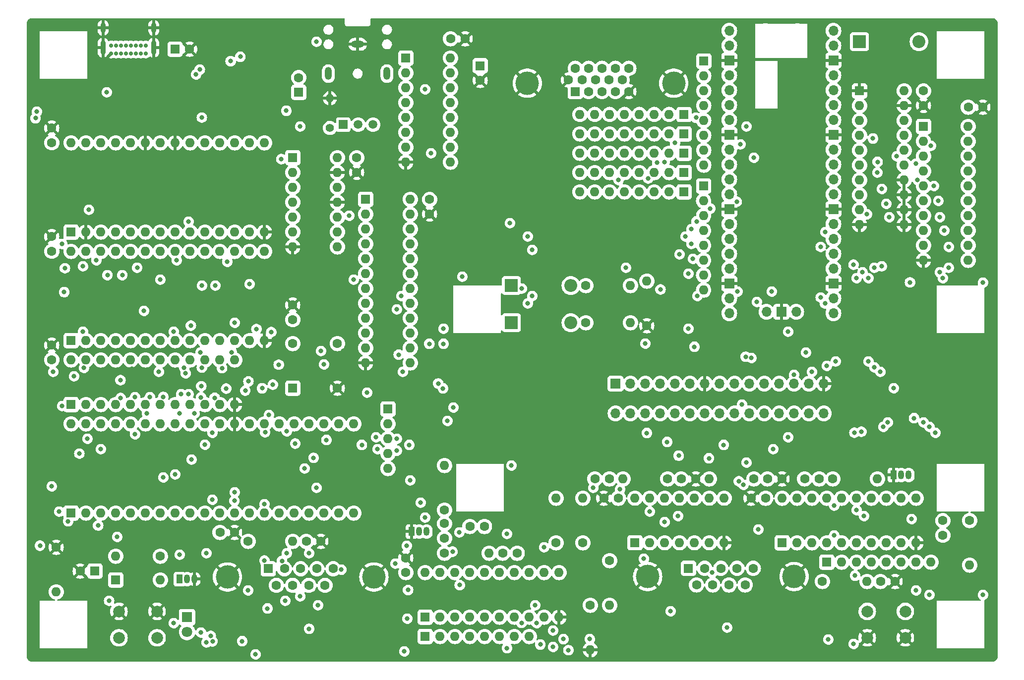
<source format=gbr>
%TF.GenerationSoftware,KiCad,Pcbnew,7.0.2-0*%
%TF.CreationDate,2024-09-02T09:38:27-07:00*%
%TF.ProjectId,CoPicoVision,436f5069-636f-4566-9973-696f6e2e6b69,0.1*%
%TF.SameCoordinates,Original*%
%TF.FileFunction,Copper,L2,Inr*%
%TF.FilePolarity,Positive*%
%FSLAX46Y46*%
G04 Gerber Fmt 4.6, Leading zero omitted, Abs format (unit mm)*
G04 Created by KiCad (PCBNEW 7.0.2-0) date 2024-09-02 09:38:27*
%MOMM*%
%LPD*%
G01*
G04 APERTURE LIST*
%TA.AperFunction,ComponentPad*%
%ADD10C,1.400000*%
%TD*%
%TA.AperFunction,ComponentPad*%
%ADD11O,1.400000X1.400000*%
%TD*%
%TA.AperFunction,ComponentPad*%
%ADD12R,2.200000X2.200000*%
%TD*%
%TA.AperFunction,ComponentPad*%
%ADD13O,2.200000X2.200000*%
%TD*%
%TA.AperFunction,ComponentPad*%
%ADD14C,1.600000*%
%TD*%
%TA.AperFunction,ComponentPad*%
%ADD15O,1.700000X1.700000*%
%TD*%
%TA.AperFunction,ComponentPad*%
%ADD16R,1.700000X1.700000*%
%TD*%
%TA.AperFunction,ComponentPad*%
%ADD17O,1.600000X1.600000*%
%TD*%
%TA.AperFunction,ComponentPad*%
%ADD18R,1.050000X1.500000*%
%TD*%
%TA.AperFunction,ComponentPad*%
%ADD19O,1.050000X1.500000*%
%TD*%
%TA.AperFunction,ComponentPad*%
%ADD20R,1.600000X1.600000*%
%TD*%
%TA.AperFunction,ComponentPad*%
%ADD21C,2.000000*%
%TD*%
%TA.AperFunction,ComponentPad*%
%ADD22O,1.200000X2.200000*%
%TD*%
%TA.AperFunction,ComponentPad*%
%ADD23O,2.200000X1.200000*%
%TD*%
%TA.AperFunction,ComponentPad*%
%ADD24C,0.700000*%
%TD*%
%TA.AperFunction,ComponentPad*%
%ADD25O,0.900000X2.400000*%
%TD*%
%TA.AperFunction,ComponentPad*%
%ADD26O,0.900000X1.700000*%
%TD*%
%TA.AperFunction,ComponentPad*%
%ADD27C,4.000000*%
%TD*%
%TA.AperFunction,ComponentPad*%
%ADD28R,1.500000X1.500000*%
%TD*%
%TA.AperFunction,ComponentPad*%
%ADD29C,1.500000*%
%TD*%
%TA.AperFunction,ComponentPad*%
%ADD30R,1.800000X1.800000*%
%TD*%
%TA.AperFunction,ComponentPad*%
%ADD31C,1.800000*%
%TD*%
%TA.AperFunction,ViaPad*%
%ADD32C,0.800000*%
%TD*%
G04 APERTURE END LIST*
D10*
%TO.N,Net-(Q501-E)*%
%TO.C,R501*%
X92964000Y-56642000D03*
D11*
%TO.N,GND*%
X92964000Y-51562000D03*
%TD*%
D12*
%TO.N,Net-(D401-K)*%
%TO.C,D401*%
X123952000Y-83566000D03*
D13*
%TO.N,Net-(D401-A)*%
X134112000Y-83566000D03*
%TD*%
D14*
%TO.N,Net-(D402-A)*%
%TO.C,C413*%
X138196000Y-116586000D03*
%TO.N,/Controller Interface/C2_D7*%
X140696000Y-116586000D03*
%TD*%
D15*
%TO.N,/Video/HSYNC*%
%TO.C,U301*%
X161151000Y-40020000D03*
%TO.N,/Video/VSYNC*%
X161151000Y-42560000D03*
D16*
%TO.N,GND*%
X161151000Y-45100000D03*
D15*
%TO.N,/Video/R0*%
X161151000Y-47640000D03*
%TO.N,/Video/R1*%
X161151000Y-50180000D03*
%TO.N,/Video/R2*%
X161151000Y-52720000D03*
%TO.N,/Video/R3*%
X161151000Y-55260000D03*
D16*
%TO.N,GND*%
X161151000Y-57800000D03*
D15*
%TO.N,/Video/G0*%
X161151000Y-60340000D03*
%TO.N,/Video/G1*%
X161151000Y-62880000D03*
%TO.N,/Video/G2*%
X161151000Y-65420000D03*
%TO.N,/Video/G3*%
X161151000Y-67960000D03*
D16*
%TO.N,GND*%
X161151000Y-70500000D03*
D15*
%TO.N,/Video/B0*%
X161151000Y-73040000D03*
%TO.N,/Video/B1*%
X161151000Y-75580000D03*
%TO.N,/Video/B2*%
X161151000Y-78120000D03*
%TO.N,/Video/B3*%
X161151000Y-80660000D03*
D16*
%TO.N,GND*%
X161151000Y-83200000D03*
D15*
%TO.N,/Video/CD7_L*%
X161151000Y-85740000D03*
%TO.N,/Video/CD6_L*%
X161151000Y-88280000D03*
%TO.N,/Video/CD5_L*%
X178931000Y-88280000D03*
%TO.N,/Video/CD4_L*%
X178931000Y-85740000D03*
D16*
%TO.N,GND*%
X178931000Y-83200000D03*
D15*
%TO.N,/Video/CD3_L*%
X178931000Y-80660000D03*
%TO.N,/Video/CD2_L*%
X178931000Y-78120000D03*
%TO.N,/Video/CD1_L*%
X178931000Y-75580000D03*
%TO.N,/Video/CD0_L*%
X178931000Y-73040000D03*
D16*
%TO.N,GND*%
X178931000Y-70500000D03*
D15*
%TO.N,/Video/INT_L*%
X178931000Y-67960000D03*
%TO.N,/Video/RUN_L*%
X178931000Y-65420000D03*
%TO.N,/Video/~{CSR_L}*%
X178931000Y-62880000D03*
%TO.N,/Video/~{CSW_L}*%
X178931000Y-60340000D03*
D16*
%TO.N,GND*%
X178931000Y-57800000D03*
D15*
%TO.N,/Video/MODE_L*%
X178931000Y-55260000D03*
%TO.N,unconnected-(U301-ADC_VREF-Pad35)*%
X178931000Y-52720000D03*
%TO.N,+3V3*%
X178931000Y-50180000D03*
%TO.N,unconnected-(U301-3V3_EN-Pad37)*%
X178931000Y-47640000D03*
D16*
%TO.N,GND*%
X178931000Y-45100000D03*
D15*
%TO.N,Net-(D301-K)*%
X178931000Y-42560000D03*
%TO.N,unconnected-(U301-VBUS-Pad40)*%
X178931000Y-40020000D03*
%TO.N,unconnected-(U301-SWCLK-Pad41)*%
X167501000Y-88050000D03*
D16*
%TO.N,GND*%
X170041000Y-88050000D03*
D15*
%TO.N,unconnected-(U301-SWDIO-Pad43)*%
X172581000Y-88050000D03*
%TD*%
D14*
%TO.N,Net-(D101-A)*%
%TO.C,R104*%
X64008000Y-129794000D03*
D17*
%TO.N,VCC*%
X56388000Y-129794000D03*
%TD*%
D14*
%TO.N,VCC*%
%TO.C,C202*%
X45466000Y-96246000D03*
%TO.N,GND*%
X45466000Y-93746000D03*
%TD*%
D18*
%TO.N,GND*%
%TO.C,Q402*%
X189230000Y-115930000D03*
D19*
%TO.N,Net-(Q402-B)*%
X190500000Y-115930000D03*
%TO.N,Net-(Q402-C)*%
X191770000Y-115930000D03*
%TD*%
D20*
%TO.N,GND*%
%TO.C,U302*%
X183388000Y-50297000D03*
D17*
%TO.N,/Video/MODE_L*%
X183388000Y-52837000D03*
%TO.N,/Video/~{CSW_L}*%
X183388000Y-55377000D03*
%TO.N,/Video/~{CSR_L}*%
X183388000Y-57917000D03*
%TO.N,/Video/RUN_L*%
X183388000Y-60457000D03*
%TO.N,unconnected-(U302-A4-Pad6)*%
X183388000Y-62997000D03*
%TO.N,unconnected-(U302-A5-Pad7)*%
X183388000Y-65537000D03*
%TO.N,unconnected-(U302-A6-Pad8)*%
X183388000Y-68077000D03*
%TO.N,unconnected-(U302-A7-Pad9)*%
X183388000Y-70617000D03*
%TO.N,GND*%
X183388000Y-73157000D03*
X191008000Y-73157000D03*
X191008000Y-70617000D03*
X191008000Y-68077000D03*
X191008000Y-65537000D03*
%TO.N,~{RESET}*%
X191008000Y-62997000D03*
%TO.N,~{VDPRSEL}*%
X191008000Y-60457000D03*
%TO.N,~{VDPWSEL}*%
X191008000Y-57917000D03*
%TO.N,A0*%
X191008000Y-55377000D03*
%TO.N,GND*%
X191008000Y-52837000D03*
%TO.N,+3V3*%
X191008000Y-50297000D03*
%TD*%
D21*
%TO.N,GND*%
%TO.C,SW102*%
X56948000Y-139228000D03*
X63448000Y-139228000D03*
%TO.N,Net-(U105-IN)*%
X56948000Y-143728000D03*
X63448000Y-143728000D03*
%TD*%
D14*
%TO.N,+3V3*%
%TO.C,C302*%
X201950000Y-53086000D03*
%TO.N,GND*%
X204450000Y-53086000D03*
%TD*%
D20*
%TO.N,Net-(U202-IO2)*%
%TO.C,U103*%
X86614000Y-61717000D03*
D17*
%TO.N,~{WAIT}*%
X86614000Y-64257000D03*
%TO.N,/Video/INT_L*%
X86614000Y-66797000D03*
%TO.N,~{NMI}*%
X86614000Y-69337000D03*
%TO.N,A1*%
X86614000Y-71877000D03*
%TO.N,Net-(RN101D-R4.2)*%
X86614000Y-74417000D03*
%TO.N,GND*%
X86614000Y-76957000D03*
%TO.N,~{INT}*%
X94234000Y-76957000D03*
%TO.N,Net-(D401-K)*%
X94234000Y-74417000D03*
%TO.N,unconnected-(U103-Pad10)*%
X94234000Y-71877000D03*
%TO.N,GND*%
X94234000Y-69337000D03*
%TO.N,unconnected-(U103-Pad12)*%
X94234000Y-66797000D03*
%TO.N,GND*%
X94234000Y-64257000D03*
%TO.N,VCC*%
X94234000Y-61717000D03*
%TD*%
D20*
%TO.N,VCC*%
%TO.C,D101*%
X56388000Y-133858000D03*
D17*
%TO.N,Net-(D101-A)*%
X64008000Y-133858000D03*
%TD*%
D20*
%TO.N,VCC*%
%TO.C,RN101*%
X102870000Y-104648000D03*
D17*
%TO.N,~{WAIT}*%
X102870000Y-107188000D03*
%TO.N,~{INT}*%
X102870000Y-109728000D03*
%TO.N,~{NMI}*%
X102870000Y-112268000D03*
%TO.N,Net-(RN101D-R4.2)*%
X102870000Y-114808000D03*
%TD*%
D14*
%TO.N,/Controller Interface/C2_D7*%
%TO.C,R411*%
X178816000Y-116586000D03*
D17*
%TO.N,Net-(Q402-B)*%
X186436000Y-116586000D03*
%TD*%
D20*
%TO.N,Net-(Q501-E)*%
%TO.C,C503*%
X87630000Y-50546000D03*
D14*
%TO.N,Net-(C503-Pad2)*%
X87630000Y-48046000D03*
%TD*%
D20*
%TO.N,~{CRSEL}*%
%TO.C,U401*%
X109220000Y-140208000D03*
D17*
%TO.N,/Controller Interface/C1_1*%
X111760000Y-140208000D03*
%TO.N,/Controller Interface/C1_4*%
X114300000Y-140208000D03*
%TO.N,/Controller Interface/C1_2*%
X116840000Y-140208000D03*
%TO.N,/Controller Interface/C1_3*%
X119380000Y-140208000D03*
%TO.N,/Controller Interface/C1_D4*%
X121920000Y-140208000D03*
%TO.N,/Controller Interface/C1_7*%
X124460000Y-140208000D03*
%TO.N,/Controller Interface/C1_6*%
X127000000Y-140208000D03*
%TO.N,/Controller Interface/C1_D7*%
X129540000Y-140208000D03*
%TO.N,GND*%
X132080000Y-140208000D03*
%TO.N,D7*%
X132080000Y-132588000D03*
%TO.N,D6*%
X129540000Y-132588000D03*
%TO.N,D5*%
X127000000Y-132588000D03*
%TO.N,D4*%
X124460000Y-132588000D03*
%TO.N,D3*%
X121920000Y-132588000D03*
%TO.N,D2*%
X119380000Y-132588000D03*
%TO.N,D1*%
X116840000Y-132588000D03*
%TO.N,D0*%
X114300000Y-132588000D03*
%TO.N,Net-(RN101D-R4.2)*%
X111760000Y-132588000D03*
%TO.N,VCC*%
X109220000Y-132588000D03*
%TD*%
D20*
%TO.N,/Video/G1*%
%TO.C,RN306*%
X153416000Y-60960000D03*
D17*
%TO.N,Net-(RN306-R1.2)*%
X150876000Y-60960000D03*
X148336000Y-60960000D03*
%TO.N,/Video/VGA_G*%
X145796000Y-60960000D03*
%TO.N,/Video/G3*%
X143256000Y-60960000D03*
%TO.N,/Video/VGA_G*%
X140716000Y-60960000D03*
%TO.N,/Video/G3*%
X138176000Y-60960000D03*
%TO.N,/Video/VGA_G*%
X135636000Y-60960000D03*
%TD*%
D14*
%TO.N,/Controller Interface/~{NESW_EN}*%
%TO.C,R406*%
X165354000Y-116586000D03*
D17*
%TO.N,Net-(R404-Pad1)*%
X157734000Y-116586000D03*
%TD*%
D14*
%TO.N,VCC*%
%TO.C,C201*%
X109982000Y-68854000D03*
%TO.N,GND*%
X109982000Y-71354000D03*
%TD*%
D20*
%TO.N,Net-(R404-Pad1)*%
%TO.C,U403*%
X145034000Y-127498000D03*
D17*
%TO.N,~{C1WSEL}*%
X147574000Y-127498000D03*
%TO.N,Net-(R403-Pad1)*%
X150114000Y-127498000D03*
%TO.N,~{C2WSEL}*%
X152654000Y-127498000D03*
%TO.N,Net-(R403-Pad1)*%
X155194000Y-127498000D03*
%TO.N,Net-(R404-Pad1)*%
X157734000Y-127498000D03*
%TO.N,GND*%
X160274000Y-127498000D03*
%TO.N,/Controller Interface/C2_D7*%
X160274000Y-119878000D03*
%TO.N,/Controller Interface/C2_D4*%
X157734000Y-119878000D03*
%TO.N,Net-(C409-Pad1)*%
X155194000Y-119878000D03*
%TO.N,/Controller Interface/C1_D7*%
X152654000Y-119878000D03*
%TO.N,/Controller Interface/C1_D4*%
X150114000Y-119878000D03*
%TO.N,Net-(C406-Pad1)*%
X147574000Y-119878000D03*
%TO.N,VCC*%
X145034000Y-119878000D03*
%TD*%
D20*
%TO.N,/Controller Interface/2V5*%
%TO.C,RN401*%
X109220000Y-143510000D03*
D17*
%TO.N,/Controller Interface/C1_1*%
X111760000Y-143510000D03*
%TO.N,/Controller Interface/C1_4*%
X114300000Y-143510000D03*
%TO.N,/Controller Interface/C1_2*%
X116840000Y-143510000D03*
%TO.N,/Controller Interface/C1_3*%
X119380000Y-143510000D03*
%TO.N,/Controller Interface/C1_D4*%
X121920000Y-143510000D03*
%TO.N,/Controller Interface/C1_7*%
X124460000Y-143510000D03*
%TO.N,/Controller Interface/C1_6*%
X127000000Y-143510000D03*
%TD*%
D14*
%TO.N,/Controller Interface/C1_D7*%
%TO.C,C412*%
X122448000Y-129286000D03*
%TO.N,Net-(D401-A)*%
X124948000Y-129286000D03*
%TD*%
D20*
%TO.N,/Video/R2*%
%TO.C,RN301*%
X153416000Y-57658000D03*
D17*
%TO.N,/Video/VGA_R*%
X150876000Y-57658000D03*
%TO.N,/Video/G2*%
X148336000Y-57658000D03*
%TO.N,/Video/VGA_G*%
X145796000Y-57658000D03*
%TO.N,/Video/B2*%
X143256000Y-57658000D03*
%TO.N,/Video/VGA_B*%
X140716000Y-57658000D03*
%TO.N,unconnected-(RN301-R4.1-Pad7)*%
X138176000Y-57658000D03*
%TO.N,unconnected-(RN301-R4.2-Pad8)*%
X135636000Y-57658000D03*
%TD*%
D16*
%TO.N,D2*%
%TO.C,J102*%
X141732000Y-100330000D03*
D15*
%TO.N,~{CRTCSEL}*%
X141732000Y-105410000D03*
%TO.N,D1*%
X144272000Y-100330000D03*
%TO.N,D3*%
X144272000Y-105410000D03*
%TO.N,D0*%
X146812000Y-100330000D03*
%TO.N,D4*%
X146812000Y-105410000D03*
%TO.N,A0*%
X149352000Y-100330000D03*
%TO.N,D5*%
X149352000Y-105410000D03*
%TO.N,A1*%
X151892000Y-100330000D03*
%TO.N,D6*%
X151892000Y-105410000D03*
%TO.N,A2*%
X154432000Y-100330000D03*
%TO.N,D7*%
X154432000Y-105410000D03*
%TO.N,GND*%
X156972000Y-100330000D03*
%TO.N,A11*%
X156972000Y-105410000D03*
%TO.N,A3*%
X159512000Y-100330000D03*
%TO.N,A10*%
X159512000Y-105410000D03*
%TO.N,A4*%
X162052000Y-100330000D03*
%TO.N,~{CRT8SEL}*%
X162052000Y-105410000D03*
%TO.N,A13*%
X164592000Y-100330000D03*
%TO.N,A14*%
X164592000Y-105410000D03*
%TO.N,A5*%
X167132000Y-100330000D03*
%TO.N,~{CRTASEL}*%
X167132000Y-105410000D03*
%TO.N,A6*%
X169672000Y-100330000D03*
%TO.N,A12*%
X169672000Y-105410000D03*
%TO.N,A7*%
X172212000Y-100330000D03*
%TO.N,A9*%
X172212000Y-105410000D03*
%TO.N,~{CRTESEL}*%
X174752000Y-100330000D03*
%TO.N,A8*%
X174752000Y-105410000D03*
%TO.N,GND*%
X177292000Y-100330000D03*
%TO.N,VCC*%
X177292000Y-105410000D03*
%TD*%
D14*
%TO.N,VCC*%
%TO.C,C403*%
X142220000Y-119888000D03*
%TO.N,GND*%
X139720000Y-119888000D03*
%TD*%
%TO.N,VCC*%
%TO.C,C203*%
X45466000Y-77704000D03*
%TO.N,GND*%
X45466000Y-75204000D03*
%TD*%
%TO.N,VCC*%
%TO.C,R401*%
X140716000Y-130556000D03*
D17*
%TO.N,/Controller Interface/2V5*%
X140716000Y-138176000D03*
%TD*%
D22*
%TO.N,Net-(C503-Pad2)*%
%TO.C,J501*%
X102710000Y-47352600D03*
D23*
%TO.N,GND*%
X97710000Y-42352600D03*
D22*
%TO.N,Net-(C503-Pad2)*%
X92710000Y-47352600D03*
%TD*%
D14*
%TO.N,+3V3*%
%TO.C,C301*%
X194310000Y-50312000D03*
%TO.N,GND*%
X194310000Y-52812000D03*
%TD*%
D24*
%TO.N,N/C*%
%TO.C,J101*%
X61527500Y-43903000D03*
X60677500Y-43903000D03*
%TO.N,Net-(J101-CC1)*%
X59827500Y-43903000D03*
%TO.N,N/C*%
X58977500Y-43903000D03*
X58127500Y-43903000D03*
X57277500Y-43903000D03*
%TO.N,/VBUS*%
X56427500Y-43903000D03*
%TO.N,GND*%
X55577500Y-43903000D03*
%TO.N,N/C*%
X55577500Y-42553000D03*
X56427500Y-42553000D03*
%TO.N,Net-(J101-CC2)*%
X57277500Y-42553000D03*
%TO.N,N/C*%
X58127500Y-42553000D03*
X58977500Y-42553000D03*
X59827500Y-42553000D03*
%TO.N,/VBUS*%
X60677500Y-42553000D03*
%TO.N,GND*%
X61527500Y-42553000D03*
D25*
X62877500Y-42923000D03*
D26*
X62877500Y-39543000D03*
D25*
X54227500Y-42923000D03*
D26*
X54227500Y-39543000D03*
%TD*%
D14*
%TO.N,Net-(Q401-C)*%
%TO.C,R409*%
X112522000Y-121920000D03*
D17*
%TO.N,VCC*%
X112522000Y-114300000D03*
%TD*%
D14*
%TO.N,Net-(R403-Pad1)*%
%TO.C,R403*%
X136144000Y-127508000D03*
D17*
%TO.N,-5V*%
X136144000Y-119888000D03*
%TD*%
D14*
%TO.N,VCC*%
%TO.C,C204*%
X45466000Y-59162000D03*
%TO.N,GND*%
X45466000Y-56662000D03*
%TD*%
%TO.N,GND*%
%TO.C,R105*%
X46228000Y-128270000D03*
D17*
%TO.N,Net-(D103-K)*%
X46228000Y-135890000D03*
%TD*%
D20*
%TO.N,/Controller Interface/2V5*%
%TO.C,RN402*%
X177800000Y-130810000D03*
D17*
%TO.N,/Controller Interface/C2_1*%
X180340000Y-130810000D03*
%TO.N,/Controller Interface/C2_4*%
X182880000Y-130810000D03*
%TO.N,/Controller Interface/C2_2*%
X185420000Y-130810000D03*
%TO.N,/Controller Interface/C2_3*%
X187960000Y-130810000D03*
%TO.N,/Controller Interface/C2_D4*%
X190500000Y-130810000D03*
%TO.N,/Controller Interface/C2_7*%
X193040000Y-130810000D03*
%TO.N,/Controller Interface/C2_6*%
X195580000Y-130810000D03*
%TD*%
D20*
%TO.N,D5*%
%TO.C,U501*%
X105918000Y-44704000D03*
D17*
%TO.N,D6*%
X105918000Y-47244000D03*
%TO.N,D7*%
X105918000Y-49784000D03*
%TO.N,~{WAIT}*%
X105918000Y-52324000D03*
%TO.N,~{SNWSEL}*%
X105918000Y-54864000D03*
X105918000Y-57404000D03*
%TO.N,Net-(Q501-B)*%
X105918000Y-59944000D03*
%TO.N,GND*%
X105918000Y-62484000D03*
%TO.N,unconnected-(U501-NC-Pad9)*%
X113538000Y-62484000D03*
%TO.N,D0*%
X113538000Y-59944000D03*
%TO.N,D1*%
X113538000Y-57404000D03*
%TO.N,D2*%
X113538000Y-54864000D03*
%TO.N,D3*%
X113538000Y-52324000D03*
%TO.N,CPUCLK*%
X113538000Y-49784000D03*
%TO.N,D4*%
X113538000Y-47244000D03*
%TO.N,VCC*%
X113538000Y-44704000D03*
%TD*%
D27*
%TO.N,GND*%
%TO.C,J301*%
X151663600Y-48999000D03*
X126663600Y-48999000D03*
D20*
%TO.N,/Video/VGA_R*%
X134848600Y-50419000D03*
D14*
%TO.N,/Video/VGA_G*%
X137138600Y-50419000D03*
%TO.N,/Video/VGA_B*%
X139428600Y-50419000D03*
%TO.N,unconnected-(J301-Pad4)*%
X141718600Y-50419000D03*
%TO.N,GND*%
X144008600Y-50419000D03*
X133703600Y-48439000D03*
X135993600Y-48439000D03*
X138283600Y-48439000D03*
%TO.N,unconnected-(J301-Pad9)*%
X140573600Y-48439000D03*
%TO.N,GND*%
X142863600Y-48439000D03*
%TO.N,unconnected-(J301-Pad11)*%
X134848600Y-46459000D03*
%TO.N,unconnected-(J301-Pad12)*%
X137138600Y-46459000D03*
%TO.N,/Video/HSYNC*%
X139428600Y-46459000D03*
%TO.N,/Video/VSYNC*%
X141718600Y-46459000D03*
%TO.N,unconnected-(J301-Pad15)*%
X144008600Y-46459000D03*
%TD*%
D18*
%TO.N,~{RESET}*%
%TO.C,U102*%
X67310000Y-133710000D03*
D19*
%TO.N,Net-(D101-A)*%
X68580000Y-133710000D03*
%TO.N,GND*%
X69850000Y-133710000D03*
%TD*%
D12*
%TO.N,Net-(D301-K)*%
%TO.C,D301*%
X183388000Y-41910000D03*
D13*
%TO.N,VCC*%
X193548000Y-41910000D03*
%TD*%
D14*
%TO.N,Net-(D401-A)*%
%TO.C,R414*%
X136652000Y-83566000D03*
D17*
%TO.N,VCC*%
X144272000Y-83566000D03*
%TD*%
D14*
%TO.N,Net-(D402-A)*%
%TO.C,R415*%
X136652000Y-89916000D03*
D17*
%TO.N,VCC*%
X144272000Y-89916000D03*
%TD*%
D20*
%TO.N,N/C*%
%TO.C,U204*%
X48768000Y-74422000D03*
D17*
%TO.N,GND*%
X51308000Y-74422000D03*
%TO.N,A7*%
X53848000Y-74422000D03*
%TO.N,A6*%
X56388000Y-74422000D03*
%TO.N,A5*%
X58928000Y-74422000D03*
%TO.N,A4*%
X61468000Y-74422000D03*
%TO.N,A3*%
X64008000Y-74422000D03*
%TO.N,A2*%
X66548000Y-74422000D03*
%TO.N,A1*%
X69088000Y-74422000D03*
%TO.N,A0*%
X71628000Y-74422000D03*
%TO.N,D0*%
X74168000Y-74422000D03*
%TO.N,D1*%
X76708000Y-74422000D03*
%TO.N,D2*%
X79248000Y-74422000D03*
%TO.N,GND*%
X81788000Y-74422000D03*
%TO.N,D3*%
X81788000Y-59182000D03*
%TO.N,D4*%
X79248000Y-59182000D03*
%TO.N,D5*%
X76708000Y-59182000D03*
%TO.N,D6*%
X74168000Y-59182000D03*
%TO.N,D7*%
X71628000Y-59182000D03*
%TO.N,~{RAMSEL}*%
X69088000Y-59182000D03*
%TO.N,GND*%
X66548000Y-59182000D03*
%TO.N,~{RD}*%
X64008000Y-59182000D03*
%TO.N,GND*%
X61468000Y-59182000D03*
%TO.N,A9*%
X58928000Y-59182000D03*
%TO.N,A8*%
X56388000Y-59182000D03*
%TO.N,VCC*%
X53848000Y-59182000D03*
%TO.N,~{WR}*%
X51308000Y-59182000D03*
%TO.N,VCC*%
X48768000Y-59182000D03*
%TD*%
D20*
%TO.N,CPUCLK*%
%TO.C,U202*%
X48768000Y-103886000D03*
D17*
%TO.N,~{M1}*%
X51308000Y-103886000D03*
%TO.N,~{MREQ}*%
X53848000Y-103886000D03*
%TO.N,~{RFSH}*%
X56388000Y-103886000D03*
%TO.N,A13*%
X58928000Y-103886000D03*
%TO.N,A14*%
X61468000Y-103886000D03*
%TO.N,A15*%
X64008000Y-103886000D03*
%TO.N,unconnected-(U202-I8-Pad8)*%
X66548000Y-103886000D03*
%TO.N,unconnected-(U202-I9-Pad9)*%
X69088000Y-103886000D03*
%TO.N,unconnected-(U202-I10-Pad10)*%
X71628000Y-103886000D03*
%TO.N,unconnected-(U202-I11-Pad11)*%
X74168000Y-103886000D03*
%TO.N,GND*%
X76708000Y-103886000D03*
%TO.N,unconnected-(U202-I12-Pad13)*%
X76708000Y-96266000D03*
%TO.N,unconnected-(U202-IO1-Pad14)*%
X74168000Y-96266000D03*
%TO.N,Net-(U202-IO2)*%
X71628000Y-96266000D03*
%TO.N,~{CRTESEL}*%
X69088000Y-96266000D03*
%TO.N,~{CRTCSEL}*%
X66548000Y-96266000D03*
%TO.N,~{CRTASEL}*%
X64008000Y-96266000D03*
%TO.N,~{CRT8SEL}*%
X61468000Y-96266000D03*
%TO.N,~{RAMSEL}*%
X58928000Y-96266000D03*
%TO.N,unconnected-(U202-IO8-Pad21)*%
X56388000Y-96266000D03*
%TO.N,unconnected-(U202-IO9-Pad22)*%
X53848000Y-96266000D03*
%TO.N,~{ROMSEL}*%
X51308000Y-96266000D03*
%TO.N,VCC*%
X48768000Y-96266000D03*
%TD*%
D18*
%TO.N,GND*%
%TO.C,Q401*%
X106934000Y-125582000D03*
D19*
%TO.N,Net-(Q401-B)*%
X108204000Y-125582000D03*
%TO.N,Net-(Q401-C)*%
X109474000Y-125582000D03*
%TD*%
D14*
%TO.N,VCC*%
%TO.C,C401*%
X105918000Y-132588000D03*
%TO.N,GND*%
X105918000Y-130088000D03*
%TD*%
D20*
%TO.N,A11*%
%TO.C,U101*%
X48768000Y-122428000D03*
D17*
%TO.N,A12*%
X51308000Y-122428000D03*
%TO.N,A13*%
X53848000Y-122428000D03*
%TO.N,A14*%
X56388000Y-122428000D03*
%TO.N,A15*%
X58928000Y-122428000D03*
%TO.N,CPUCLK*%
X61468000Y-122428000D03*
%TO.N,D4*%
X64008000Y-122428000D03*
%TO.N,D3*%
X66548000Y-122428000D03*
%TO.N,D5*%
X69088000Y-122428000D03*
%TO.N,D6*%
X71628000Y-122428000D03*
%TO.N,VCC*%
X74168000Y-122428000D03*
%TO.N,D2*%
X76708000Y-122428000D03*
%TO.N,D7*%
X79248000Y-122428000D03*
%TO.N,D0*%
X81788000Y-122428000D03*
%TO.N,D1*%
X84328000Y-122428000D03*
%TO.N,~{INT}*%
X86868000Y-122428000D03*
%TO.N,~{NMI}*%
X89408000Y-122428000D03*
%TO.N,unconnected-(U101-~{HALT}-Pad18)*%
X91948000Y-122428000D03*
%TO.N,~{MREQ}*%
X94488000Y-122428000D03*
%TO.N,~{IORQ}*%
X97028000Y-122428000D03*
%TO.N,~{RD}*%
X97028000Y-107188000D03*
%TO.N,~{WR}*%
X94488000Y-107188000D03*
%TO.N,unconnected-(U101-~{BUSACK}-Pad23)*%
X91948000Y-107188000D03*
%TO.N,~{WAIT}*%
X89408000Y-107188000D03*
%TO.N,VCC*%
X86868000Y-107188000D03*
%TO.N,~{RESET}*%
X84328000Y-107188000D03*
%TO.N,~{M1}*%
X81788000Y-107188000D03*
%TO.N,~{RFSH}*%
X79248000Y-107188000D03*
%TO.N,GND*%
X76708000Y-107188000D03*
%TO.N,A0*%
X74168000Y-107188000D03*
%TO.N,A1*%
X71628000Y-107188000D03*
%TO.N,A2*%
X69088000Y-107188000D03*
%TO.N,A3*%
X66548000Y-107188000D03*
%TO.N,A4*%
X64008000Y-107188000D03*
%TO.N,A5*%
X61468000Y-107188000D03*
%TO.N,A6*%
X58928000Y-107188000D03*
%TO.N,A7*%
X56388000Y-107188000D03*
%TO.N,A8*%
X53848000Y-107188000D03*
%TO.N,A9*%
X51308000Y-107188000D03*
%TO.N,A10*%
X48768000Y-107188000D03*
%TD*%
D20*
%TO.N,VCC*%
%TO.C,C502*%
X118618000Y-46014000D03*
D14*
%TO.N,GND*%
X118618000Y-48514000D03*
%TD*%
D12*
%TO.N,Net-(D401-K)*%
%TO.C,D402*%
X123952000Y-89916000D03*
D13*
%TO.N,Net-(D402-A)*%
X134112000Y-89916000D03*
%TD*%
D14*
%TO.N,/Controller Interface/~{PAD_EN}*%
%TO.C,R405*%
X150622000Y-116586000D03*
D17*
%TO.N,Net-(R403-Pad1)*%
X143002000Y-116586000D03*
%TD*%
D14*
%TO.N,/Controller Interface/~{PAD_EN}*%
%TO.C,C404*%
X152928000Y-116586000D03*
%TO.N,GND*%
X155428000Y-116586000D03*
%TD*%
D20*
%TO.N,~{IORQ}*%
%TO.C,U201*%
X99060000Y-68834000D03*
D17*
%TO.N,~{WR}*%
X99060000Y-71374000D03*
%TO.N,A5*%
X99060000Y-73914000D03*
%TO.N,A6*%
X99060000Y-76454000D03*
%TO.N,A7*%
X99060000Y-78994000D03*
%TO.N,unconnected-(U201-I6-Pad6)*%
X99060000Y-81534000D03*
%TO.N,unconnected-(U201-I7-Pad7)*%
X99060000Y-84074000D03*
%TO.N,unconnected-(U201-I8-Pad8)*%
X99060000Y-86614000D03*
%TO.N,unconnected-(U201-I9-Pad9)*%
X99060000Y-89154000D03*
%TO.N,unconnected-(U201-I10-Pad10)*%
X99060000Y-91694000D03*
%TO.N,unconnected-(U201-I11-Pad11)*%
X99060000Y-94234000D03*
%TO.N,GND*%
X99060000Y-96774000D03*
%TO.N,unconnected-(U201-I12-Pad13)*%
X106680000Y-96774000D03*
%TO.N,unconnected-(U201-IO1-Pad14)*%
X106680000Y-94234000D03*
%TO.N,unconnected-(U201-IO2-Pad15)*%
X106680000Y-91694000D03*
%TO.N,unconnected-(U201-IO3-Pad16)*%
X106680000Y-89154000D03*
%TO.N,~{CRSEL}*%
X106680000Y-86614000D03*
%TO.N,~{C1WSEL}*%
X106680000Y-84074000D03*
%TO.N,~{C2WSEL}*%
X106680000Y-81534000D03*
%TO.N,~{VDPEN}*%
X106680000Y-78994000D03*
%TO.N,~{VDPWSEL}*%
X106680000Y-76454000D03*
%TO.N,~{VDPRSEL}*%
X106680000Y-73914000D03*
%TO.N,~{SNWSEL}*%
X106680000Y-71374000D03*
%TO.N,VCC*%
X106680000Y-68834000D03*
%TD*%
D27*
%TO.N,GND*%
%TO.C,J401*%
X75475000Y-133350000D03*
X100475000Y-133350000D03*
D20*
%TO.N,/Controller Interface/C1_1*%
X82435000Y-131930000D03*
D14*
%TO.N,/Controller Interface/C1_2*%
X85205000Y-131930000D03*
%TO.N,/Controller Interface/C1_3*%
X87975000Y-131930000D03*
%TO.N,/Controller Interface/C1_4*%
X90745000Y-131930000D03*
%TO.N,/Controller Interface/~{PAD_EN}*%
X93515000Y-131930000D03*
%TO.N,/Controller Interface/C1_6*%
X83820000Y-134770000D03*
%TO.N,/Controller Interface/C1_7*%
X86590000Y-134770000D03*
%TO.N,/Controller Interface/~{NESW_EN}*%
X89360000Y-134770000D03*
%TO.N,/Controller Interface/C1_9*%
X92130000Y-134770000D03*
%TD*%
%TO.N,/Controller Interface/C1_D4*%
%TO.C,C408*%
X119360000Y-124714000D03*
%TO.N,Net-(Q401-C)*%
X116860000Y-124714000D03*
%TD*%
D20*
%TO.N,~{CRSEL}*%
%TO.C,U402*%
X170180000Y-127508000D03*
D17*
%TO.N,/Controller Interface/C2_1*%
X172720000Y-127508000D03*
%TO.N,/Controller Interface/C2_4*%
X175260000Y-127508000D03*
%TO.N,/Controller Interface/C2_2*%
X177800000Y-127508000D03*
%TO.N,/Controller Interface/C2_3*%
X180340000Y-127508000D03*
%TO.N,/Controller Interface/C2_D4*%
X182880000Y-127508000D03*
%TO.N,/Controller Interface/C2_7*%
X185420000Y-127508000D03*
%TO.N,/Controller Interface/C2_6*%
X187960000Y-127508000D03*
%TO.N,/Controller Interface/C2_D7*%
X190500000Y-127508000D03*
%TO.N,GND*%
X193040000Y-127508000D03*
%TO.N,D7*%
X193040000Y-119888000D03*
%TO.N,D6*%
X190500000Y-119888000D03*
%TO.N,D5*%
X187960000Y-119888000D03*
%TO.N,D4*%
X185420000Y-119888000D03*
%TO.N,D3*%
X182880000Y-119888000D03*
%TO.N,D2*%
X180340000Y-119888000D03*
%TO.N,D1*%
X177800000Y-119888000D03*
%TO.N,D0*%
X175260000Y-119888000D03*
%TO.N,A1*%
X172720000Y-119888000D03*
%TO.N,VCC*%
X170180000Y-119888000D03*
%TD*%
D14*
%TO.N,/Controller Interface/2V5*%
%TO.C,R402*%
X137414000Y-138176000D03*
D17*
%TO.N,GND*%
X137414000Y-145796000D03*
%TD*%
D14*
%TO.N,/Controller Interface/C1_D7*%
%TO.C,C407*%
X112522000Y-126726000D03*
%TO.N,Net-(Q401-B)*%
X112522000Y-124226000D03*
%TD*%
%TO.N,Net-(C406-Pad1)*%
%TO.C,C406*%
X88920000Y-127254000D03*
%TO.N,GND*%
X91420000Y-127254000D03*
%TD*%
%TO.N,VCC*%
%TO.C,C501*%
X113558000Y-41402000D03*
%TO.N,GND*%
X116058000Y-41402000D03*
%TD*%
D21*
%TO.N,~{RESET}*%
%TO.C,SW101*%
X184710000Y-139228000D03*
X191210000Y-139228000D03*
%TO.N,GND*%
X184710000Y-143728000D03*
X191210000Y-143728000D03*
%TD*%
D14*
%TO.N,/Controller Interface/C1_9*%
%TO.C,R407*%
X78994000Y-127254000D03*
D17*
%TO.N,Net-(C406-Pad1)*%
X86614000Y-127254000D03*
%TD*%
D14*
%TO.N,/Controller Interface/C2_D7*%
%TO.C,C411*%
X174010000Y-116586000D03*
%TO.N,Net-(Q402-B)*%
X176510000Y-116586000D03*
%TD*%
D20*
%TO.N,/Video/R1*%
%TO.C,RN305*%
X153416000Y-54330600D03*
D17*
%TO.N,Net-(RN305-R1.2)*%
X150876000Y-54330600D03*
X148336000Y-54330600D03*
%TO.N,/Video/VGA_R*%
X145796000Y-54330600D03*
%TO.N,/Video/R3*%
X143256000Y-54330600D03*
%TO.N,/Video/VGA_R*%
X140716000Y-54330600D03*
%TO.N,/Video/R3*%
X138176000Y-54330600D03*
%TO.N,/Video/VGA_R*%
X135636000Y-54330600D03*
%TD*%
D14*
%TO.N,GND*%
%TO.C,C405*%
X170160000Y-116586000D03*
%TO.N,/Controller Interface/~{NESW_EN}*%
X167660000Y-116586000D03*
%TD*%
D20*
%TO.N,/Video/B1*%
%TO.C,RN307*%
X153416000Y-67564000D03*
D17*
%TO.N,Net-(RN307-R1.2)*%
X150876000Y-67564000D03*
X148336000Y-67564000D03*
%TO.N,/Video/VGA_B*%
X145796000Y-67564000D03*
%TO.N,/Video/B3*%
X143256000Y-67564000D03*
%TO.N,/Video/VGA_B*%
X140716000Y-67564000D03*
%TO.N,/Video/B3*%
X138176000Y-67564000D03*
%TO.N,/Video/VGA_B*%
X135636000Y-67564000D03*
%TD*%
D20*
%TO.N,/Video/R0*%
%TO.C,RN302*%
X156794200Y-45212000D03*
D17*
%TO.N,Net-(RN302-R1.2)*%
X156794200Y-47752000D03*
X156794200Y-50292000D03*
%TO.N,Net-(RN302-R2.2)*%
X156794200Y-52832000D03*
X156794200Y-55372000D03*
%TO.N,Net-(RN302-R3.2)*%
X156794200Y-57912000D03*
X156794200Y-60452000D03*
%TO.N,/Video/VGA_R*%
X156794200Y-62992000D03*
%TD*%
D14*
%TO.N,/Controller Interface/C2_D4*%
%TO.C,C410*%
X197612000Y-126218000D03*
%TO.N,Net-(Q402-C)*%
X197612000Y-123718000D03*
%TD*%
D20*
%TO.N,/VBUS*%
%TO.C,C105*%
X66514121Y-43180000D03*
D14*
%TO.N,GND*%
X69014121Y-43180000D03*
%TD*%
%TO.N,/Controller Interface/C1_D7*%
%TO.C,R408*%
X112522000Y-129286000D03*
D17*
%TO.N,Net-(Q401-B)*%
X120142000Y-129286000D03*
%TD*%
D27*
%TO.N,GND*%
%TO.C,J402*%
X147212000Y-133281669D03*
X172212000Y-133281669D03*
D20*
%TO.N,/Controller Interface/C2_1*%
X154172000Y-131861669D03*
D14*
%TO.N,/Controller Interface/C2_2*%
X156942000Y-131861669D03*
%TO.N,/Controller Interface/C2_3*%
X159712000Y-131861669D03*
%TO.N,/Controller Interface/C2_4*%
X162482000Y-131861669D03*
%TO.N,/Controller Interface/~{PAD_EN}*%
X165252000Y-131861669D03*
%TO.N,/Controller Interface/C2_6*%
X155557000Y-134701669D03*
%TO.N,/Controller Interface/C2_7*%
X158327000Y-134701669D03*
%TO.N,/Controller Interface/~{NESW_EN}*%
X161097000Y-134701669D03*
%TO.N,/Controller Interface/C2_9*%
X163867000Y-134701669D03*
%TD*%
%TO.N,VCC*%
%TO.C,C402*%
X167366000Y-119888000D03*
%TO.N,GND*%
X164866000Y-119888000D03*
%TD*%
D28*
%TO.N,Net-(Q501-E)*%
%TO.C,Q501*%
X95250000Y-56076000D03*
D29*
%TO.N,VCC*%
X97790000Y-56076000D03*
%TO.N,Net-(Q501-B)*%
X100330000Y-56076000D03*
%TD*%
D20*
%TO.N,N/C*%
%TO.C,U203*%
X48768000Y-92964000D03*
D17*
%TO.N,A12*%
X51308000Y-92964000D03*
%TO.N,A7*%
X53848000Y-92964000D03*
%TO.N,A6*%
X56388000Y-92964000D03*
%TO.N,A5*%
X58928000Y-92964000D03*
%TO.N,A4*%
X61468000Y-92964000D03*
%TO.N,A3*%
X64008000Y-92964000D03*
%TO.N,A2*%
X66548000Y-92964000D03*
%TO.N,A1*%
X69088000Y-92964000D03*
%TO.N,A0*%
X71628000Y-92964000D03*
%TO.N,D0*%
X74168000Y-92964000D03*
%TO.N,D1*%
X76708000Y-92964000D03*
%TO.N,D2*%
X79248000Y-92964000D03*
%TO.N,GND*%
X81788000Y-92964000D03*
%TO.N,D3*%
X81788000Y-77724000D03*
%TO.N,D4*%
X79248000Y-77724000D03*
%TO.N,D5*%
X76708000Y-77724000D03*
%TO.N,D6*%
X74168000Y-77724000D03*
%TO.N,D7*%
X71628000Y-77724000D03*
%TO.N,~{ROMSEL}*%
X69088000Y-77724000D03*
%TO.N,A10*%
X66548000Y-77724000D03*
%TO.N,~{RD}*%
X64008000Y-77724000D03*
%TO.N,A11*%
X61468000Y-77724000D03*
%TO.N,A9*%
X58928000Y-77724000D03*
%TO.N,A8*%
X56388000Y-77724000D03*
%TO.N,N/C*%
X53848000Y-77724000D03*
%TO.N,VCC*%
X51308000Y-77724000D03*
X48768000Y-77724000D03*
%TD*%
D14*
%TO.N,Net-(R404-Pad1)*%
%TO.C,R404*%
X131572000Y-127508000D03*
D17*
%TO.N,-5V*%
X131572000Y-119888000D03*
%TD*%
D14*
%TO.N,/Controller Interface/C2_9*%
%TO.C,R410*%
X177038000Y-134112000D03*
D17*
%TO.N,Net-(C409-Pad1)*%
X184658000Y-134112000D03*
%TD*%
D14*
%TO.N,GND*%
%TO.C,R413*%
X147066000Y-90424000D03*
D17*
%TO.N,Net-(D401-K)*%
X147066000Y-82804000D03*
%TD*%
D20*
%TO.N,/Video/B0*%
%TO.C,RN304*%
X153416000Y-64262000D03*
D17*
%TO.N,Net-(RN304-R1.2)*%
X150876000Y-64262000D03*
X148336000Y-64262000D03*
%TO.N,Net-(RN304-R2.2)*%
X145796000Y-64262000D03*
X143256000Y-64262000D03*
%TO.N,Net-(RN304-R3.2)*%
X140716000Y-64262000D03*
X138176000Y-64262000D03*
%TO.N,/Video/VGA_B*%
X135636000Y-64262000D03*
%TD*%
D30*
%TO.N,Net-(D103-K)*%
%TO.C,D103*%
X68580000Y-140203000D03*
D31*
%TO.N,VCC*%
X68580000Y-142743000D03*
%TD*%
D20*
%TO.N,/Video/G0*%
%TO.C,RN303*%
X156768800Y-66548000D03*
D17*
%TO.N,Net-(RN303-R1.2)*%
X156768800Y-69088000D03*
X156768800Y-71628000D03*
%TO.N,Net-(RN303-R2.2)*%
X156768800Y-74168000D03*
X156768800Y-76708000D03*
%TO.N,Net-(RN303-R3.2)*%
X156768800Y-79248000D03*
X156768800Y-81788000D03*
%TO.N,/Video/VGA_G*%
X156768800Y-84328000D03*
%TD*%
D20*
%TO.N,Net-(D101-A)*%
%TO.C,C102*%
X52832000Y-132334000D03*
D14*
%TO.N,GND*%
X50332000Y-132334000D03*
%TD*%
%TO.N,Net-(Q402-C)*%
%TO.C,R412*%
X202184000Y-123698000D03*
D17*
%TO.N,VCC*%
X202184000Y-131318000D03*
%TD*%
D14*
%TO.N,VCC*%
%TO.C,C103*%
X86614000Y-89388000D03*
%TO.N,GND*%
X86614000Y-86888000D03*
%TD*%
%TO.N,VCC*%
%TO.C,C101*%
X74188000Y-125730000D03*
%TO.N,GND*%
X76688000Y-125730000D03*
%TD*%
%TO.N,VCC*%
%TO.C,C104*%
X97536000Y-61737000D03*
%TO.N,GND*%
X97536000Y-64237000D03*
%TD*%
D20*
%TO.N,~{VDPWSEL}*%
%TO.C,U303*%
X194310000Y-56388000D03*
D17*
%TO.N,/Video/CD0_L*%
X194310000Y-58928000D03*
%TO.N,/Video/CD1_L*%
X194310000Y-61468000D03*
%TO.N,/Video/CD2_L*%
X194310000Y-64008000D03*
%TO.N,/Video/CD3_L*%
X194310000Y-66548000D03*
%TO.N,/Video/CD4_L*%
X194310000Y-69088000D03*
%TO.N,/Video/CD5_L*%
X194310000Y-71628000D03*
%TO.N,/Video/CD6_L*%
X194310000Y-74168000D03*
%TO.N,/Video/CD7_L*%
X194310000Y-76708000D03*
%TO.N,GND*%
X194310000Y-79248000D03*
%TO.N,D0*%
X201930000Y-79248000D03*
%TO.N,D1*%
X201930000Y-76708000D03*
%TO.N,D2*%
X201930000Y-74168000D03*
%TO.N,D3*%
X201930000Y-71628000D03*
%TO.N,D4*%
X201930000Y-69088000D03*
%TO.N,D5*%
X201930000Y-66548000D03*
%TO.N,D6*%
X201930000Y-64008000D03*
%TO.N,D7*%
X201930000Y-61468000D03*
%TO.N,~{VDPEN}*%
X201930000Y-58928000D03*
%TO.N,+3V3*%
X201930000Y-56388000D03*
%TD*%
D20*
%TO.N,unconnected-(X101-EN-Pad1)*%
%TO.C,X101*%
X86614000Y-101092000D03*
D14*
%TO.N,GND*%
X94234000Y-101092000D03*
%TO.N,CPUCLK*%
X94234000Y-93472000D03*
%TO.N,VCC*%
X86614000Y-93472000D03*
%TD*%
%TO.N,Net-(C409-Pad1)*%
%TO.C,C409*%
X186964000Y-134112000D03*
%TO.N,GND*%
X189464000Y-134112000D03*
%TD*%
D32*
%TO.N,VCC*%
X70104000Y-47498000D03*
X90678000Y-41910000D03*
%TO.N,GND*%
X106172000Y-104648000D03*
X142240000Y-128270000D03*
X53848000Y-87884000D03*
X69088000Y-115062000D03*
X65278000Y-108966000D03*
X95250000Y-94742000D03*
X174752000Y-102870000D03*
X56388000Y-87884000D03*
X51562000Y-101092000D03*
X102870000Y-76454000D03*
X85090000Y-140462000D03*
X55118000Y-108966000D03*
X89154000Y-74168000D03*
X102870000Y-81280000D03*
X140716000Y-123952000D03*
X93980000Y-137822498D03*
X74168000Y-66294000D03*
X110236000Y-129286000D03*
X61214000Y-89662000D03*
X187452000Y-57404000D03*
X94234000Y-135636000D03*
X150876000Y-77978000D03*
X109728000Y-82042000D03*
X176530000Y-110490000D03*
X150876000Y-79756000D03*
X130048000Y-82804000D03*
X173990000Y-110744000D03*
X92202000Y-145034000D03*
X101600000Y-100330000D03*
X102870000Y-74168000D03*
X51562000Y-115570000D03*
X81280000Y-114554000D03*
X64008000Y-86614000D03*
X102870000Y-78740000D03*
X53340000Y-100076000D03*
X121437400Y-138379200D03*
X58166000Y-115570000D03*
X152400000Y-134366000D03*
X166116000Y-103124000D03*
X83312000Y-127037500D03*
X163068000Y-73406000D03*
X75438000Y-144018000D03*
X119380000Y-134620000D03*
X102870000Y-91694000D03*
X100076000Y-127037500D03*
X71374000Y-79502000D03*
X87122000Y-96774000D03*
X137414000Y-130302000D03*
X123926600Y-138201400D03*
X49022000Y-115570000D03*
X113538000Y-67818000D03*
X58166000Y-101854000D03*
X116586000Y-96520000D03*
X138430000Y-107696000D03*
X150876000Y-75184000D03*
X187198000Y-60452000D03*
X102870000Y-94234000D03*
X158750000Y-122174000D03*
X102844600Y-71399400D03*
X94488000Y-89408000D03*
X58674000Y-87884000D03*
X59182000Y-97790000D03*
%TO.N,/Video/VGA_R*%
X150114000Y-62484000D03*
%TO.N,/Video/VGA_G*%
X149402800Y-84226400D03*
X148844000Y-62560200D03*
%TO.N,~{WAIT}*%
X85521800Y-53695600D03*
X85598000Y-108458000D03*
%TO.N,~{INT}*%
X92366679Y-109936504D03*
X87040145Y-110567920D03*
%TO.N,~{NMI}*%
X90170000Y-112992001D03*
%TO.N,/Video/R2*%
X155473400Y-54889400D03*
%TO.N,/Video/G2*%
X147294600Y-65251578D03*
%TO.N,/Video/B2*%
X152654000Y-78232000D03*
X151892000Y-59182000D03*
%TO.N,/Video/B0*%
X155549600Y-72593200D03*
%TO.N,/Video/G3*%
X142240000Y-65532000D03*
%TO.N,/Video/B1*%
X153670000Y-75184000D03*
%TO.N,/Video/B3*%
X143510000Y-80518000D03*
%TO.N,~{RESET}*%
X182372000Y-144780000D03*
X131064000Y-145288000D03*
X67310000Y-129540000D03*
X85598000Y-129286000D03*
X71882000Y-144526000D03*
X71882000Y-129286000D03*
X105664000Y-146050000D03*
X204470000Y-136398000D03*
X192009258Y-83020500D03*
X204470000Y-83058000D03*
%TO.N,A11*%
X46736000Y-122174000D03*
X155194000Y-94017500D03*
X104703815Y-95364207D03*
X104394000Y-87630000D03*
X47244000Y-76454000D03*
X61214000Y-87884000D03*
%TO.N,A12*%
X101092000Y-111506000D03*
X50183000Y-112268000D03*
X104394000Y-111760000D03*
X168656000Y-111506000D03*
%TO.N,A13*%
X164920935Y-95931203D03*
X57200043Y-99726001D03*
%TO.N,A14*%
X123190000Y-125984000D03*
X123952000Y-114300000D03*
X56642000Y-126492000D03*
X164084000Y-113792000D03*
%TO.N,D4*%
X128879643Y-144881643D03*
X74543577Y-97658443D03*
X76188238Y-94966594D03*
X183708620Y-108529120D03*
X79248000Y-83312000D03*
X196342000Y-108712000D03*
X114046000Y-104394000D03*
X72923620Y-144348578D03*
X73287693Y-102729521D03*
X128016000Y-138176000D03*
X115570000Y-82042000D03*
X128270000Y-141224000D03*
X72898000Y-120142000D03*
X196850000Y-69088000D03*
X72898000Y-108712000D03*
%TO.N,D3*%
X113030000Y-106680000D03*
X82550000Y-105664000D03*
X81788000Y-120904000D03*
X197104000Y-81280000D03*
X197104000Y-71882000D03*
X81905448Y-108625522D03*
X182516054Y-108697087D03*
X125684983Y-141184830D03*
X183896000Y-81280000D03*
X110236000Y-60960000D03*
X66294000Y-141224000D03*
%TO.N,D5*%
X67564000Y-102108000D03*
X195326000Y-107696000D03*
X67310000Y-105410000D03*
X196088000Y-66548000D03*
X68072000Y-97565406D03*
X77673200Y-44475400D03*
X70941573Y-142832173D03*
X187452000Y-107696000D03*
X76708000Y-89916000D03*
X131064000Y-142494000D03*
%TO.N,D6*%
X71108238Y-97565406D03*
X194310000Y-106934000D03*
X71120000Y-83566000D03*
X76014014Y-45232551D03*
X132842000Y-143946500D03*
X188214000Y-106934000D03*
X73406000Y-83566000D03*
X72606500Y-143400717D03*
X70962934Y-102649381D03*
X70866000Y-94996000D03*
X71004848Y-100750380D03*
X193307007Y-65532000D03*
X69850000Y-105410000D03*
%TO.N,D2*%
X77978000Y-144309500D03*
X179324000Y-96520000D03*
X184912000Y-96520000D03*
X76654965Y-120321000D03*
X184912000Y-82296000D03*
X76708000Y-118872000D03*
X197866000Y-74168000D03*
X123190000Y-145491299D03*
X111459280Y-100292500D03*
X79052558Y-99931358D03*
X197612000Y-82296000D03*
%TO.N,D7*%
X133684316Y-145842016D03*
X193040000Y-62738000D03*
X80264000Y-146558000D03*
X192696859Y-106209500D03*
X75438000Y-79502000D03*
X75256510Y-101154531D03*
%TO.N,D0*%
X175260000Y-98298000D03*
X81788000Y-130530498D03*
X146812000Y-93472000D03*
X80422001Y-90982043D03*
X112363999Y-90932000D03*
X187198000Y-80264000D03*
X186944000Y-98298000D03*
X112363999Y-93509500D03*
%TO.N,D1*%
X83218355Y-100488001D03*
X185928000Y-97536000D03*
X82955844Y-91516254D03*
X177800000Y-97282000D03*
X198628000Y-80518000D03*
X112268000Y-101129500D03*
X198628000Y-76962000D03*
X84767070Y-130600781D03*
X185928000Y-80518000D03*
%TO.N,~{MREQ}*%
X53390781Y-124552002D03*
%TO.N,~{RD}*%
X64008000Y-82550000D03*
X97028000Y-82550000D03*
%TO.N,~{WR}*%
X96266000Y-71628000D03*
X51816000Y-70612000D03*
%TO.N,~{M1}*%
X81387500Y-101113550D03*
%TO.N,~{RFSH}*%
X78516014Y-101492500D03*
%TO.N,A0*%
X189230000Y-101092000D03*
X147080105Y-108749500D03*
%TO.N,A1*%
X172212000Y-98806000D03*
X71628000Y-110744000D03*
X150541667Y-110273500D03*
%TO.N,A2*%
X69342000Y-113284000D03*
X152512696Y-112617999D03*
%TO.N,A3*%
X157675612Y-113067500D03*
X66548000Y-115824000D03*
%TO.N,A4*%
X64516000Y-102578000D03*
X106518386Y-110781500D03*
X160201824Y-110781500D03*
X64516000Y-116332000D03*
X106680000Y-116840000D03*
%TO.N,A5*%
X126746000Y-86614000D03*
X165862000Y-86360000D03*
X60053000Y-80518000D03*
X126746000Y-75184000D03*
X62230000Y-102616000D03*
%TO.N,A6*%
X168402000Y-84582000D03*
X57513000Y-81788000D03*
X59690000Y-102616000D03*
X127508000Y-77470000D03*
X162560000Y-84582000D03*
X127508000Y-85344000D03*
X155702000Y-85344000D03*
%TO.N,A7*%
X154178000Y-81534000D03*
X54973000Y-81788000D03*
X154178000Y-90932000D03*
X171196000Y-91440000D03*
X57227702Y-102766398D03*
%TO.N,A8*%
X53086000Y-79248000D03*
X99314000Y-101854000D03*
X53848000Y-111506000D03*
X98420822Y-110781500D03*
%TO.N,A9*%
X50800000Y-91440000D03*
X100838000Y-109474000D03*
X50968571Y-97623717D03*
X51562000Y-109728000D03*
X104394000Y-109728000D03*
X50800000Y-80264000D03*
X171196000Y-109474000D03*
%TO.N,A10*%
X105156000Y-85344000D03*
X47714500Y-80600764D03*
X163943894Y-95720500D03*
X163322000Y-103886000D03*
X47244000Y-104140000D03*
X47593535Y-84677535D03*
X105410000Y-98298000D03*
%TO.N,Net-(U202-IO2)*%
X84226400Y-97078800D03*
X84658200Y-61950600D03*
%TO.N,/Video/INT_L*%
X162428798Y-69229989D03*
X157901500Y-70402314D03*
%TO.N,~{C1WSEL}*%
X108458000Y-120650000D03*
X147574000Y-122174000D03*
%TO.N,~{C2WSEL}*%
X152400000Y-122936000D03*
X109220000Y-123190000D03*
%TO.N,~{VDPEN}*%
X154940000Y-78994000D03*
X165354000Y-61722000D03*
X189738000Y-61468000D03*
X195580000Y-59690000D03*
%TO.N,~{VDPWSEL}*%
X164084000Y-56388000D03*
X154686000Y-76454000D03*
%TO.N,~{VDPRSEL}*%
X154686000Y-73914000D03*
X163068000Y-59436000D03*
%TO.N,~{CRSEL}*%
X106084000Y-128016000D03*
%TO.N,CPUCLK*%
X48260000Y-123827502D03*
X49276000Y-99060000D03*
X109220000Y-50038000D03*
X109942027Y-93509500D03*
%TO.N,~{CRTESEL}*%
X91440000Y-94742000D03*
X174244000Y-94996000D03*
X91948000Y-97028000D03*
%TO.N,~{CRTCSEL}*%
X68326000Y-98552000D03*
X68834000Y-102108000D03*
%TO.N,~{CRTASEL}*%
X45720000Y-98298000D03*
X166116000Y-125222000D03*
X90678000Y-118110000D03*
X63754000Y-98298000D03*
X115125432Y-134730741D03*
X94904161Y-132099824D03*
X45466000Y-117856000D03*
X115062000Y-125730000D03*
%TO.N,~{CRT8SEL}*%
X55263000Y-137414000D03*
X61722000Y-105410000D03*
X158242000Y-132588000D03*
X106172000Y-140462000D03*
X106310624Y-135574993D03*
X59690000Y-108966000D03*
%TO.N,~{RAMSEL}*%
X66294000Y-91440000D03*
X66802000Y-79248000D03*
X68834000Y-72644000D03*
%TO.N,~{ROMSEL}*%
X69217217Y-90412314D03*
%TO.N,/Video/CD7_L*%
X176757601Y-76962000D03*
X176757601Y-85595860D03*
%TO.N,/Video/CD6_L*%
X177482101Y-86616866D03*
X177546000Y-74422000D03*
%TO.N,/Video/CD5_L*%
X182880000Y-82296000D03*
X188468000Y-71882000D03*
%TO.N,/Video/CD4_L*%
X187960000Y-69596000D03*
X182367701Y-80005701D03*
%TO.N,/Video/CD3_L*%
X187198000Y-67056000D03*
%TO.N,/Video/CD2_L*%
X186436000Y-64262000D03*
%TO.N,/Video/CD1_L*%
X186476332Y-62429500D03*
%TO.N,/Video/CD0_L*%
X185678275Y-58440500D03*
X184658000Y-71374000D03*
%TO.N,Net-(Q501-E)*%
X87884000Y-56388000D03*
%TO.N,-5V*%
X43450999Y-127999001D03*
X129540000Y-128270000D03*
X42926000Y-53848000D03*
%TO.N,Net-(J101-CC2)*%
X54864000Y-50546000D03*
%TO.N,Net-(U105-IN)*%
X71094600Y-54864000D03*
X42697400Y-54965600D03*
X70739000Y-46659800D03*
%TO.N,/Controller Interface/C1_1*%
X82296000Y-138721500D03*
%TO.N,/Controller Interface/C1_2*%
X85344000Y-137414000D03*
%TO.N,/Controller Interface/C1_3*%
X87884000Y-136652000D03*
%TO.N,/Controller Interface/C1_4*%
X90932000Y-138176000D03*
%TO.N,/Controller Interface/~{PAD_EN}*%
X163576000Y-117602000D03*
%TO.N,/Controller Interface/~{NESW_EN}*%
X160782000Y-141986000D03*
X89408000Y-142202500D03*
X162776500Y-117001614D03*
%TO.N,/Controller Interface/C1_9*%
X78994000Y-135636000D03*
%TO.N,/Controller Interface/C2_4*%
X182626000Y-133109001D03*
%TO.N,/Controller Interface/C2_6*%
X195326000Y-136398000D03*
%TO.N,/Controller Interface/C2_7*%
X193040000Y-135636000D03*
%TO.N,/Controller Interface/2V5*%
X178054000Y-144018000D03*
X137329664Y-143946500D03*
%TO.N,Net-(R403-Pad1)*%
X137922000Y-118110000D03*
%TO.N,Net-(C406-Pad1)*%
X89408000Y-129286000D03*
X146558000Y-130232169D03*
%TO.N,/Controller Interface/C1_D7*%
X151130000Y-139192000D03*
%TO.N,Net-(Q401-B)*%
X113894326Y-129011535D03*
%TO.N,/Controller Interface/C1_D4*%
X150114000Y-123952000D03*
%TO.N,Net-(C409-Pad1)*%
X184150000Y-122936000D03*
%TO.N,/Controller Interface/C2_D4*%
X182880000Y-121920000D03*
%TO.N,Net-(Q402-C)*%
X192278000Y-123444000D03*
%TO.N,/Controller Interface/C2_D7*%
X179070000Y-126238000D03*
X179070000Y-121158000D03*
X142494000Y-118364000D03*
%TO.N,Net-(D401-A)*%
X125730000Y-84074000D03*
%TO.N,Net-(D401-K)*%
X123698000Y-72898000D03*
%TO.N,Net-(RN101D-R4.2)*%
X104140000Y-131064000D03*
X88646000Y-114808000D03*
%TD*%
%TA.AperFunction,Conductor*%
%TO.N,GND*%
G36*
X191258000Y-72841314D02*
G01*
X191246045Y-72829359D01*
X191133148Y-72771835D01*
X191039481Y-72757000D01*
X190976519Y-72757000D01*
X190882852Y-72771835D01*
X190769955Y-72829359D01*
X190758000Y-72841313D01*
X190758000Y-70932685D01*
X190769955Y-70944641D01*
X190882852Y-71002165D01*
X190976519Y-71017000D01*
X191039481Y-71017000D01*
X191133148Y-71002165D01*
X191246045Y-70944641D01*
X191258000Y-70932685D01*
X191258000Y-72841314D01*
G37*
%TD.AperFunction*%
%TA.AperFunction,Conductor*%
G36*
X191258000Y-70301314D02*
G01*
X191246045Y-70289359D01*
X191133148Y-70231835D01*
X191039481Y-70217000D01*
X190976519Y-70217000D01*
X190882852Y-70231835D01*
X190769955Y-70289359D01*
X190758000Y-70301313D01*
X190758000Y-68392685D01*
X190769955Y-68404641D01*
X190882852Y-68462165D01*
X190976519Y-68477000D01*
X191039481Y-68477000D01*
X191133148Y-68462165D01*
X191246045Y-68404641D01*
X191258000Y-68392685D01*
X191258000Y-70301314D01*
G37*
%TD.AperFunction*%
%TA.AperFunction,Conductor*%
G36*
X191258000Y-67761314D02*
G01*
X191246045Y-67749359D01*
X191133148Y-67691835D01*
X191039481Y-67677000D01*
X190976519Y-67677000D01*
X190882852Y-67691835D01*
X190769955Y-67749359D01*
X190758000Y-67761313D01*
X190758000Y-65852685D01*
X190769955Y-65864641D01*
X190882852Y-65922165D01*
X190976519Y-65937000D01*
X191039481Y-65937000D01*
X191133148Y-65922165D01*
X191246045Y-65864641D01*
X191258000Y-65852685D01*
X191258000Y-67761314D01*
G37*
%TD.AperFunction*%
%TA.AperFunction,Conductor*%
G36*
X95452539Y-37916185D02*
G01*
X95498294Y-37968989D01*
X95509500Y-38020500D01*
X95509500Y-38764493D01*
X95500759Y-38794258D01*
X95507973Y-38839802D01*
X95509500Y-38859200D01*
X95509500Y-38905330D01*
X95510543Y-38909223D01*
X95509868Y-38937528D01*
X95521371Y-38960104D01*
X95530660Y-38984303D01*
X95536791Y-39007184D01*
X95548183Y-39026916D01*
X95555417Y-39056739D01*
X95567495Y-39068817D01*
X95587198Y-39094494D01*
X95589517Y-39098511D01*
X95664085Y-39173079D01*
X95668101Y-39175398D01*
X95693782Y-39195104D01*
X95701666Y-39202988D01*
X95709318Y-39203034D01*
X95735680Y-39214414D01*
X95755413Y-39225807D01*
X95774626Y-39230955D01*
X95778298Y-39231939D01*
X95802500Y-39241229D01*
X95817728Y-39248988D01*
X95821718Y-39247832D01*
X95853375Y-39252055D01*
X95857273Y-39253100D01*
X95857274Y-39253100D01*
X95903405Y-39253100D01*
X95922802Y-39254627D01*
X95959608Y-39260456D01*
X95963314Y-39258081D01*
X95998106Y-39253100D01*
X99421887Y-39253100D01*
X99451654Y-39261840D01*
X99497199Y-39254627D01*
X99516597Y-39253100D01*
X99562728Y-39253100D01*
X99566609Y-39252060D01*
X99594923Y-39252733D01*
X99617499Y-39241230D01*
X99641702Y-39231939D01*
X99643697Y-39231404D01*
X99664587Y-39225807D01*
X99684310Y-39214419D01*
X99714133Y-39207184D01*
X99726209Y-39195109D01*
X99751892Y-39175401D01*
X99755913Y-39173080D01*
X99830480Y-39098513D01*
X99832801Y-39094492D01*
X99852509Y-39068809D01*
X99860394Y-39060923D01*
X99860440Y-39053267D01*
X99871818Y-39026912D01*
X99883207Y-39007187D01*
X99889338Y-38984302D01*
X99898630Y-38960099D01*
X99906394Y-38944860D01*
X99905235Y-38940859D01*
X99909460Y-38909209D01*
X99910500Y-38905327D01*
X99910500Y-38859196D01*
X99912027Y-38839798D01*
X99917857Y-38802984D01*
X99915479Y-38799273D01*
X99910500Y-38764486D01*
X99910500Y-38020500D01*
X99930185Y-37953461D01*
X99982989Y-37907706D01*
X100034500Y-37896500D01*
X206275940Y-37896500D01*
X206311933Y-37901839D01*
X206351379Y-37913804D01*
X206367778Y-37920079D01*
X206434720Y-37951294D01*
X206440710Y-37954288D01*
X206521535Y-37997490D01*
X206534173Y-38005254D01*
X206596366Y-38048802D01*
X206603886Y-38054508D01*
X206673299Y-38111474D01*
X206682315Y-38119646D01*
X206736352Y-38173683D01*
X206744524Y-38182699D01*
X206801490Y-38252112D01*
X206807203Y-38259641D01*
X206850739Y-38321817D01*
X206858514Y-38334474D01*
X206901696Y-38415261D01*
X206904712Y-38421294D01*
X206935917Y-38488213D01*
X206942193Y-38504616D01*
X206954161Y-38544066D01*
X206959500Y-38580061D01*
X206959500Y-147093937D01*
X206954161Y-147129933D01*
X206942196Y-147169376D01*
X206935917Y-147185785D01*
X206904712Y-147252704D01*
X206901688Y-147258753D01*
X206858516Y-147339521D01*
X206850733Y-147352191D01*
X206807212Y-147414345D01*
X206801490Y-147421886D01*
X206744524Y-147491299D01*
X206736352Y-147500315D01*
X206682315Y-147554352D01*
X206673299Y-147562524D01*
X206603886Y-147619490D01*
X206596345Y-147625212D01*
X206534191Y-147668733D01*
X206521521Y-147676516D01*
X206440753Y-147719688D01*
X206434704Y-147722712D01*
X206367787Y-147753916D01*
X206351379Y-147760194D01*
X206311934Y-147772160D01*
X206275937Y-147777500D01*
X41882062Y-147777500D01*
X41846067Y-147772161D01*
X41806623Y-147760196D01*
X41790216Y-147753918D01*
X41723294Y-147722712D01*
X41717261Y-147719696D01*
X41636474Y-147676514D01*
X41623817Y-147668739D01*
X41561641Y-147625203D01*
X41554112Y-147619490D01*
X41484699Y-147562524D01*
X41475683Y-147554352D01*
X41421646Y-147500315D01*
X41413474Y-147491299D01*
X41356506Y-147421884D01*
X41350802Y-147414366D01*
X41307254Y-147352173D01*
X41299490Y-147339535D01*
X41256288Y-147258710D01*
X41253294Y-147252720D01*
X41222077Y-147185775D01*
X41215808Y-147169390D01*
X41203837Y-147129927D01*
X41198500Y-147093940D01*
X41198500Y-146557999D01*
X79358540Y-146557999D01*
X79378326Y-146746257D01*
X79436820Y-146926284D01*
X79531466Y-147090216D01*
X79658129Y-147230889D01*
X79811269Y-147342151D01*
X79984197Y-147419144D01*
X80169352Y-147458500D01*
X80169354Y-147458500D01*
X80358648Y-147458500D01*
X80482084Y-147432262D01*
X80543803Y-147419144D01*
X80716730Y-147342151D01*
X80720350Y-147339521D01*
X80869870Y-147230889D01*
X80996533Y-147090216D01*
X81091179Y-146926284D01*
X81133622Y-146795658D01*
X81149674Y-146746256D01*
X81169460Y-146558000D01*
X81149674Y-146369744D01*
X81091179Y-146189716D01*
X81091179Y-146189715D01*
X81010514Y-146049999D01*
X104758540Y-146049999D01*
X104778326Y-146238257D01*
X104836820Y-146418284D01*
X104931466Y-146582216D01*
X105058129Y-146722889D01*
X105211269Y-146834151D01*
X105384197Y-146911144D01*
X105569352Y-146950500D01*
X105569354Y-146950500D01*
X105758648Y-146950500D01*
X105882083Y-146924262D01*
X105943803Y-146911144D01*
X106116730Y-146834151D01*
X106237708Y-146746256D01*
X106269870Y-146722889D01*
X106396533Y-146582216D01*
X106491179Y-146418284D01*
X106491178Y-146418283D01*
X106549674Y-146238256D01*
X106569460Y-146050000D01*
X106549674Y-145861744D01*
X106511022Y-145742787D01*
X106491179Y-145681715D01*
X106396533Y-145517783D01*
X106269870Y-145377110D01*
X106116730Y-145265848D01*
X105943802Y-145188855D01*
X105758648Y-145149500D01*
X105758646Y-145149500D01*
X105569354Y-145149500D01*
X105569352Y-145149500D01*
X105384197Y-145188855D01*
X105211269Y-145265848D01*
X105058129Y-145377110D01*
X104931466Y-145517783D01*
X104836820Y-145681715D01*
X104778326Y-145861742D01*
X104758540Y-146049999D01*
X81010514Y-146049999D01*
X80996533Y-146025783D01*
X80869870Y-145885110D01*
X80716730Y-145773848D01*
X80543802Y-145696855D01*
X80358648Y-145657500D01*
X80358646Y-145657500D01*
X80169354Y-145657500D01*
X80169352Y-145657500D01*
X79984197Y-145696855D01*
X79811269Y-145773848D01*
X79658129Y-145885110D01*
X79531466Y-146025783D01*
X79436820Y-146189715D01*
X79378326Y-146369742D01*
X79358540Y-146557999D01*
X41198500Y-146557999D01*
X41198500Y-145542000D01*
X43434000Y-145542000D01*
X51562000Y-145542000D01*
X51562000Y-143728000D01*
X55442356Y-143728000D01*
X55462891Y-143975816D01*
X55462891Y-143975819D01*
X55462892Y-143975821D01*
X55523937Y-144216881D01*
X55550749Y-144278006D01*
X55623825Y-144444604D01*
X55623827Y-144444607D01*
X55759836Y-144652785D01*
X55928256Y-144835738D01*
X55943124Y-144847310D01*
X56124485Y-144988470D01*
X56124487Y-144988471D01*
X56124491Y-144988474D01*
X56343190Y-145106828D01*
X56578386Y-145187571D01*
X56823665Y-145228500D01*
X57072335Y-145228500D01*
X57317614Y-145187571D01*
X57552810Y-145106828D01*
X57771509Y-144988474D01*
X57967744Y-144835738D01*
X58136164Y-144652785D01*
X58272173Y-144444607D01*
X58372063Y-144216881D01*
X58433108Y-143975821D01*
X58453643Y-143728000D01*
X58453643Y-143727999D01*
X61942356Y-143727999D01*
X61962891Y-143975816D01*
X61962891Y-143975819D01*
X61962892Y-143975821D01*
X62023937Y-144216881D01*
X62050749Y-144278006D01*
X62123825Y-144444604D01*
X62123827Y-144444607D01*
X62259836Y-144652785D01*
X62428256Y-144835738D01*
X62443124Y-144847310D01*
X62624485Y-144988470D01*
X62624487Y-144988471D01*
X62624491Y-144988474D01*
X62843190Y-145106828D01*
X63078386Y-145187571D01*
X63323665Y-145228500D01*
X63572335Y-145228500D01*
X63817614Y-145187571D01*
X64052810Y-145106828D01*
X64271509Y-144988474D01*
X64467744Y-144835738D01*
X64636164Y-144652785D01*
X64772173Y-144444607D01*
X64872063Y-144216881D01*
X64933108Y-143975821D01*
X64953643Y-143728000D01*
X64933108Y-143480179D01*
X64872063Y-143239119D01*
X64772173Y-143011393D01*
X64636164Y-142803215D01*
X64467744Y-142620262D01*
X64364074Y-142539572D01*
X64271514Y-142467529D01*
X64271510Y-142467526D01*
X64271509Y-142467526D01*
X64052810Y-142349172D01*
X64052806Y-142349170D01*
X64052805Y-142349170D01*
X63817615Y-142268429D01*
X63572335Y-142227500D01*
X63323665Y-142227500D01*
X63078384Y-142268429D01*
X62843194Y-142349170D01*
X62843190Y-142349171D01*
X62843190Y-142349172D01*
X62766350Y-142390756D01*
X62624485Y-142467529D01*
X62428259Y-142620259D01*
X62428256Y-142620261D01*
X62428256Y-142620262D01*
X62381600Y-142670944D01*
X62259837Y-142803214D01*
X62123825Y-143011395D01*
X62077284Y-143117500D01*
X62023937Y-143239119D01*
X61992214Y-143364389D01*
X61962891Y-143480183D01*
X61942356Y-143727999D01*
X58453643Y-143727999D01*
X58433108Y-143480179D01*
X58372063Y-143239119D01*
X58272173Y-143011393D01*
X58136164Y-142803215D01*
X57967744Y-142620262D01*
X57864074Y-142539572D01*
X57771514Y-142467529D01*
X57771510Y-142467526D01*
X57771509Y-142467526D01*
X57552810Y-142349172D01*
X57552806Y-142349170D01*
X57552805Y-142349170D01*
X57317615Y-142268429D01*
X57072335Y-142227500D01*
X56823665Y-142227500D01*
X56578384Y-142268429D01*
X56343194Y-142349170D01*
X56343190Y-142349171D01*
X56343190Y-142349172D01*
X56266350Y-142390756D01*
X56124485Y-142467529D01*
X55928259Y-142620259D01*
X55928256Y-142620261D01*
X55928256Y-142620262D01*
X55881600Y-142670944D01*
X55759837Y-142803214D01*
X55623825Y-143011395D01*
X55577284Y-143117500D01*
X55523937Y-143239119D01*
X55492214Y-143364389D01*
X55462891Y-143480183D01*
X55442356Y-143728000D01*
X51562000Y-143728000D01*
X51562000Y-141224000D01*
X65388540Y-141224000D01*
X65408326Y-141412257D01*
X65466820Y-141592284D01*
X65561466Y-141756216D01*
X65688129Y-141896889D01*
X65841269Y-142008151D01*
X66014197Y-142085144D01*
X66199352Y-142124500D01*
X66199354Y-142124500D01*
X66388648Y-142124500D01*
X66512084Y-142098262D01*
X66573803Y-142085144D01*
X66746730Y-142008151D01*
X66810550Y-141961783D01*
X66899870Y-141896889D01*
X67026533Y-141756216D01*
X67053303Y-141709849D01*
X67121179Y-141592284D01*
X67141446Y-141529906D01*
X67180884Y-141472230D01*
X67245242Y-141445031D01*
X67314089Y-141456945D01*
X67333685Y-141468953D01*
X67437669Y-141546796D01*
X67517905Y-141576722D01*
X67573839Y-141618593D01*
X67598256Y-141684058D01*
X67583404Y-141752331D01*
X67565802Y-141776887D01*
X67471020Y-141879848D01*
X67344076Y-142074150D01*
X67250844Y-142286696D01*
X67250842Y-142286700D01*
X67250843Y-142286700D01*
X67195717Y-142504388D01*
X67193865Y-142511700D01*
X67174699Y-142743000D01*
X67193865Y-142974299D01*
X67193865Y-142974301D01*
X67193866Y-142974305D01*
X67243134Y-143168857D01*
X67250844Y-143199303D01*
X67283439Y-143273612D01*
X67344076Y-143411849D01*
X67471021Y-143606153D01*
X67628216Y-143776913D01*
X67811374Y-143919470D01*
X68015497Y-144029936D01*
X68083694Y-144053348D01*
X68235015Y-144105297D01*
X68235017Y-144105297D01*
X68235019Y-144105298D01*
X68463951Y-144143500D01*
X68463952Y-144143500D01*
X68696048Y-144143500D01*
X68696049Y-144143500D01*
X68924981Y-144105298D01*
X69144503Y-144029936D01*
X69348626Y-143919470D01*
X69531784Y-143776913D01*
X69688979Y-143606153D01*
X69815924Y-143411849D01*
X69899050Y-143222339D01*
X69944004Y-143168857D01*
X70010740Y-143148167D01*
X70078068Y-143166841D01*
X70119991Y-143210153D01*
X70209039Y-143364388D01*
X70335702Y-143505062D01*
X70488842Y-143616324D01*
X70661770Y-143693317D01*
X70846925Y-143732673D01*
X70846927Y-143732673D01*
X71036219Y-143732673D01*
X71093728Y-143720449D01*
X71163394Y-143725765D01*
X71219128Y-143767901D01*
X71243234Y-143833481D01*
X71228057Y-143901683D01*
X71211660Y-143924711D01*
X71149464Y-143993786D01*
X71054820Y-144157715D01*
X70996326Y-144337742D01*
X70976540Y-144526000D01*
X70996326Y-144714257D01*
X71054820Y-144894284D01*
X71149466Y-145058216D01*
X71276129Y-145198889D01*
X71429269Y-145310151D01*
X71602197Y-145387144D01*
X71787352Y-145426500D01*
X71787354Y-145426500D01*
X71976648Y-145426500D01*
X72120138Y-145396000D01*
X72161803Y-145387144D01*
X72245963Y-145349673D01*
X72334727Y-145310153D01*
X72365218Y-145288000D01*
X72479962Y-145204633D01*
X72545765Y-145181155D01*
X72603280Y-145191673D01*
X72643817Y-145209722D01*
X72643818Y-145209722D01*
X72643820Y-145209723D01*
X72828972Y-145249078D01*
X72828974Y-145249078D01*
X73018268Y-145249078D01*
X73141703Y-145222840D01*
X73203423Y-145209722D01*
X73376350Y-145132729D01*
X73389722Y-145123014D01*
X73529490Y-145021467D01*
X73587375Y-144957180D01*
X73656153Y-144880794D01*
X73750799Y-144716862D01*
X73809294Y-144536834D01*
X73829080Y-144348578D01*
X73824973Y-144309500D01*
X77072540Y-144309500D01*
X77076647Y-144348578D01*
X77092326Y-144497757D01*
X77150820Y-144677784D01*
X77245466Y-144841716D01*
X77372129Y-144982389D01*
X77525269Y-145093651D01*
X77698197Y-145170644D01*
X77883352Y-145210000D01*
X77883354Y-145210000D01*
X78072648Y-145210000D01*
X78208352Y-145181155D01*
X78257803Y-145170644D01*
X78430730Y-145093651D01*
X78479502Y-145058216D01*
X78583870Y-144982389D01*
X78596596Y-144968256D01*
X78710533Y-144841716D01*
X78805179Y-144677784D01*
X78863674Y-144497756D01*
X78878722Y-144354578D01*
X107919500Y-144354578D01*
X107919501Y-144357872D01*
X107919853Y-144361152D01*
X107919854Y-144361159D01*
X107925909Y-144417484D01*
X107944999Y-144468667D01*
X107976204Y-144552331D01*
X108062454Y-144667546D01*
X108177669Y-144753796D01*
X108312517Y-144804091D01*
X108372127Y-144810500D01*
X110067872Y-144810499D01*
X110127483Y-144804091D01*
X110262331Y-144753796D01*
X110377546Y-144667546D01*
X110463796Y-144552331D01*
X110514091Y-144417483D01*
X110517862Y-144382404D01*
X110544598Y-144317856D01*
X110601989Y-144278006D01*
X110671814Y-144275511D01*
X110731904Y-144311162D01*
X110742726Y-144324537D01*
X110759953Y-144349140D01*
X110920859Y-144510046D01*
X111107264Y-144640567D01*
X111107265Y-144640567D01*
X111107266Y-144640568D01*
X111313504Y-144736739D01*
X111533308Y-144795635D01*
X111760000Y-144815468D01*
X111986692Y-144795635D01*
X112206496Y-144736739D01*
X112412734Y-144640568D01*
X112599139Y-144510047D01*
X112760047Y-144349139D01*
X112890568Y-144162734D01*
X112917618Y-144104724D01*
X112963790Y-144052285D01*
X113030983Y-144033133D01*
X113097865Y-144053348D01*
X113142382Y-144104725D01*
X113169431Y-144162733D01*
X113299953Y-144349140D01*
X113460859Y-144510046D01*
X113647264Y-144640567D01*
X113647265Y-144640567D01*
X113647266Y-144640568D01*
X113853504Y-144736739D01*
X114073308Y-144795635D01*
X114300000Y-144815468D01*
X114526692Y-144795635D01*
X114746496Y-144736739D01*
X114952734Y-144640568D01*
X115139139Y-144510047D01*
X115300047Y-144349139D01*
X115430568Y-144162734D01*
X115457618Y-144104724D01*
X115503790Y-144052285D01*
X115570983Y-144033133D01*
X115637865Y-144053348D01*
X115682382Y-144104725D01*
X115709431Y-144162733D01*
X115839953Y-144349140D01*
X116000859Y-144510046D01*
X116187264Y-144640567D01*
X116187265Y-144640567D01*
X116187266Y-144640568D01*
X116393504Y-144736739D01*
X116613308Y-144795635D01*
X116840000Y-144815468D01*
X117066692Y-144795635D01*
X117286496Y-144736739D01*
X117492734Y-144640568D01*
X117679139Y-144510047D01*
X117840047Y-144349139D01*
X117970568Y-144162734D01*
X117997618Y-144104724D01*
X118043790Y-144052285D01*
X118110983Y-144033133D01*
X118177865Y-144053348D01*
X118222382Y-144104725D01*
X118249431Y-144162733D01*
X118379953Y-144349140D01*
X118540859Y-144510046D01*
X118727264Y-144640567D01*
X118727265Y-144640567D01*
X118727266Y-144640568D01*
X118933504Y-144736739D01*
X119153308Y-144795635D01*
X119304435Y-144808857D01*
X119379999Y-144815468D01*
X119379999Y-144815467D01*
X119380000Y-144815468D01*
X119606692Y-144795635D01*
X119826496Y-144736739D01*
X120032734Y-144640568D01*
X120219139Y-144510047D01*
X120380047Y-144349139D01*
X120510568Y-144162734D01*
X120537618Y-144104724D01*
X120583790Y-144052285D01*
X120650983Y-144033133D01*
X120717865Y-144053348D01*
X120762382Y-144104725D01*
X120789431Y-144162733D01*
X120919953Y-144349140D01*
X121080859Y-144510046D01*
X121267264Y-144640567D01*
X121267265Y-144640567D01*
X121267266Y-144640568D01*
X121473504Y-144736739D01*
X121693308Y-144795635D01*
X121920000Y-144815468D01*
X122146692Y-144795635D01*
X122345902Y-144742257D01*
X122415748Y-144743920D01*
X122473610Y-144783082D01*
X122501115Y-144847310D01*
X122489529Y-144916213D01*
X122470144Y-144945002D01*
X122457467Y-144959081D01*
X122362820Y-145123014D01*
X122304326Y-145303041D01*
X122284540Y-145491299D01*
X122304326Y-145679556D01*
X122362820Y-145859583D01*
X122457466Y-146023515D01*
X122584129Y-146164188D01*
X122737269Y-146275450D01*
X122910197Y-146352443D01*
X123095352Y-146391799D01*
X123095354Y-146391799D01*
X123284648Y-146391799D01*
X123408083Y-146365561D01*
X123469803Y-146352443D01*
X123642730Y-146275450D01*
X123642729Y-146275450D01*
X123795870Y-146164188D01*
X123922533Y-146023515D01*
X124017179Y-145859583D01*
X124045036Y-145773848D01*
X124075674Y-145679555D01*
X124095460Y-145491299D01*
X124075674Y-145303043D01*
X124032162Y-145169128D01*
X124017179Y-145123014D01*
X123922533Y-144959082D01*
X123909857Y-144945004D01*
X123879627Y-144882012D01*
X123888253Y-144812677D01*
X123932994Y-144759011D01*
X123999647Y-144738054D01*
X124034094Y-144742256D01*
X124233308Y-144795635D01*
X124460000Y-144815468D01*
X124686692Y-144795635D01*
X124906496Y-144736739D01*
X125112734Y-144640568D01*
X125299139Y-144510047D01*
X125460047Y-144349139D01*
X125590568Y-144162734D01*
X125617618Y-144104724D01*
X125663790Y-144052285D01*
X125730983Y-144033133D01*
X125797865Y-144053348D01*
X125842382Y-144104725D01*
X125869431Y-144162733D01*
X125999953Y-144349140D01*
X126160859Y-144510046D01*
X126347264Y-144640567D01*
X126347265Y-144640567D01*
X126347266Y-144640568D01*
X126553504Y-144736739D01*
X126773308Y-144795635D01*
X126924436Y-144808857D01*
X126999999Y-144815468D01*
X126999999Y-144815467D01*
X127000000Y-144815468D01*
X127226692Y-144795635D01*
X127446496Y-144736739D01*
X127652734Y-144640568D01*
X127742851Y-144577468D01*
X127813110Y-144528273D01*
X127879316Y-144505946D01*
X127947084Y-144522956D01*
X127994896Y-144573905D01*
X128007574Y-144642615D01*
X128002164Y-144668166D01*
X127993969Y-144693385D01*
X127974183Y-144881642D01*
X127993969Y-145069900D01*
X128052463Y-145249927D01*
X128147109Y-145413859D01*
X128273772Y-145554532D01*
X128426912Y-145665794D01*
X128599840Y-145742787D01*
X128784995Y-145782143D01*
X128784997Y-145782143D01*
X128974291Y-145782143D01*
X129097727Y-145755905D01*
X129159446Y-145742787D01*
X129332373Y-145665794D01*
X129472273Y-145564151D01*
X129485513Y-145554532D01*
X129542449Y-145491299D01*
X129612176Y-145413859D01*
X129684841Y-145288000D01*
X130158540Y-145288000D01*
X130178326Y-145476257D01*
X130236820Y-145656284D01*
X130331466Y-145820216D01*
X130458129Y-145960889D01*
X130611269Y-146072151D01*
X130784197Y-146149144D01*
X130969352Y-146188500D01*
X130969354Y-146188500D01*
X131158648Y-146188500D01*
X131282083Y-146162262D01*
X131343803Y-146149144D01*
X131516730Y-146072151D01*
X131669871Y-145960888D01*
X131776904Y-145842016D01*
X132778856Y-145842016D01*
X132798642Y-146030273D01*
X132857136Y-146210300D01*
X132951782Y-146374232D01*
X133078445Y-146514905D01*
X133231585Y-146626167D01*
X133404513Y-146703160D01*
X133589668Y-146742516D01*
X133589670Y-146742516D01*
X133778964Y-146742516D01*
X133902399Y-146716278D01*
X133964119Y-146703160D01*
X134137046Y-146626167D01*
X134290187Y-146514904D01*
X134416849Y-146374232D01*
X134511495Y-146210300D01*
X134564880Y-146046000D01*
X136135128Y-146046000D01*
X136187733Y-146242326D01*
X136283865Y-146448480D01*
X136414341Y-146634819D01*
X136575180Y-146795658D01*
X136761519Y-146926134D01*
X136967673Y-147022266D01*
X137163999Y-147074871D01*
X137164000Y-147074871D01*
X137164000Y-146111686D01*
X137175955Y-146123641D01*
X137288852Y-146181165D01*
X137382519Y-146196000D01*
X137445481Y-146196000D01*
X137539148Y-146181165D01*
X137652045Y-146123641D01*
X137664000Y-146111685D01*
X137664000Y-147074871D01*
X137860326Y-147022266D01*
X138066480Y-146926134D01*
X138252819Y-146795658D01*
X138413658Y-146634819D01*
X138544134Y-146448480D01*
X138640266Y-146242326D01*
X138692872Y-146046000D01*
X137729686Y-146046000D01*
X137741641Y-146034045D01*
X137799165Y-145921148D01*
X137818986Y-145796000D01*
X137799165Y-145670852D01*
X137741641Y-145557955D01*
X137729686Y-145546000D01*
X138692872Y-145546000D01*
X138692871Y-145545999D01*
X138640266Y-145349673D01*
X138544134Y-145143519D01*
X138413658Y-144957180D01*
X138252819Y-144796341D01*
X138075312Y-144672049D01*
X138031688Y-144617472D01*
X138024495Y-144547973D01*
X138054288Y-144487500D01*
X138055554Y-144486092D01*
X138062197Y-144478716D01*
X138156843Y-144314784D01*
X138215338Y-144134756D01*
X138227609Y-144018000D01*
X177148540Y-144018000D01*
X177168326Y-144206257D01*
X177226820Y-144386284D01*
X177321466Y-144550216D01*
X177448129Y-144690889D01*
X177601269Y-144802151D01*
X177774197Y-144879144D01*
X177959352Y-144918500D01*
X177959354Y-144918500D01*
X178148648Y-144918500D01*
X178272083Y-144892262D01*
X178333803Y-144879144D01*
X178506730Y-144802151D01*
X178537219Y-144780000D01*
X181466540Y-144780000D01*
X181469746Y-144810500D01*
X181486326Y-144968257D01*
X181544820Y-145148284D01*
X181639466Y-145312216D01*
X181766129Y-145452889D01*
X181919269Y-145564151D01*
X182092197Y-145641144D01*
X182277352Y-145680500D01*
X182277354Y-145680500D01*
X182466648Y-145680500D01*
X182592458Y-145653758D01*
X182651803Y-145641144D01*
X182824730Y-145564151D01*
X182833258Y-145557955D01*
X182855218Y-145542000D01*
X196596000Y-145542000D01*
X204724000Y-145542000D01*
X204724000Y-137390409D01*
X204718891Y-137381053D01*
X204723875Y-137311361D01*
X204765747Y-137255428D01*
X204789620Y-137241415D01*
X204922730Y-137182151D01*
X204922730Y-137182150D01*
X204922732Y-137182150D01*
X205075870Y-137070889D01*
X205202533Y-136930216D01*
X205297179Y-136766284D01*
X205305358Y-136741112D01*
X205355674Y-136586256D01*
X205375460Y-136398000D01*
X205355674Y-136209744D01*
X205312045Y-136075468D01*
X205297179Y-136029715D01*
X205202533Y-135865783D01*
X205075870Y-135725110D01*
X204922730Y-135613848D01*
X204749802Y-135536855D01*
X204564648Y-135497500D01*
X204564646Y-135497500D01*
X204375354Y-135497500D01*
X204375352Y-135497500D01*
X204190197Y-135536855D01*
X204017269Y-135613848D01*
X203864129Y-135725110D01*
X203737466Y-135865783D01*
X203642820Y-136029715D01*
X203584326Y-136209742D01*
X203564540Y-136398000D01*
X203584326Y-136586257D01*
X203642820Y-136766284D01*
X203737466Y-136930216D01*
X203864129Y-137070889D01*
X204027634Y-137189682D01*
X204070300Y-137245012D01*
X204076279Y-137314625D01*
X204043673Y-137376420D01*
X203982835Y-137410777D01*
X203954749Y-137414000D01*
X196596000Y-137414000D01*
X196596000Y-145542000D01*
X182855218Y-145542000D01*
X182977870Y-145452889D01*
X183104533Y-145312216D01*
X183199179Y-145148284D01*
X183207390Y-145123014D01*
X183257674Y-144968256D01*
X183277460Y-144780000D01*
X183268222Y-144692113D01*
X183280791Y-144623389D01*
X183328523Y-144572364D01*
X183396263Y-144555246D01*
X183462504Y-144577468D01*
X183481828Y-144597391D01*
X183486564Y-144597882D01*
X184184070Y-143900376D01*
X184186884Y-143913915D01*
X184256442Y-144048156D01*
X184359638Y-144158652D01*
X184488819Y-144237209D01*
X184540002Y-144251549D01*
X183839942Y-144951609D01*
X183839942Y-144951610D01*
X183886766Y-144988055D01*
X184105393Y-145106368D01*
X184340506Y-145187083D01*
X184585707Y-145228000D01*
X184834293Y-145228000D01*
X185079493Y-145187083D01*
X185314606Y-145106368D01*
X185533233Y-144988053D01*
X185580056Y-144951609D01*
X184881568Y-144253121D01*
X184998458Y-144202349D01*
X185115739Y-144106934D01*
X185202928Y-143983415D01*
X185233354Y-143897802D01*
X185933434Y-144597882D01*
X186033730Y-144444369D01*
X186133586Y-144216721D01*
X186194613Y-143975732D01*
X186215141Y-143728000D01*
X186215141Y-143727999D01*
X189704858Y-143727999D01*
X189725386Y-143975732D01*
X189786413Y-144216721D01*
X189886268Y-144444370D01*
X189986563Y-144597882D01*
X189986564Y-144597882D01*
X190684070Y-143900376D01*
X190686884Y-143913915D01*
X190756442Y-144048156D01*
X190859638Y-144158652D01*
X190988819Y-144237209D01*
X191040002Y-144251549D01*
X190339942Y-144951609D01*
X190339942Y-144951610D01*
X190386766Y-144988055D01*
X190605393Y-145106368D01*
X190840506Y-145187083D01*
X191085707Y-145228000D01*
X191334293Y-145228000D01*
X191579493Y-145187083D01*
X191814606Y-145106368D01*
X192033233Y-144988053D01*
X192080056Y-144951609D01*
X191381568Y-144253121D01*
X191498458Y-144202349D01*
X191615739Y-144106934D01*
X191702928Y-143983415D01*
X191733354Y-143897802D01*
X192433434Y-144597882D01*
X192533730Y-144444369D01*
X192633586Y-144216721D01*
X192694613Y-143975732D01*
X192715141Y-143728000D01*
X192694613Y-143480267D01*
X192633586Y-143239278D01*
X192533730Y-143011630D01*
X192433434Y-142858116D01*
X191735928Y-143555621D01*
X191733116Y-143542085D01*
X191663558Y-143407844D01*
X191560362Y-143297348D01*
X191431181Y-143218791D01*
X191379997Y-143204450D01*
X192080057Y-142504390D01*
X192080056Y-142504388D01*
X192033235Y-142467947D01*
X191814606Y-142349631D01*
X191579493Y-142268916D01*
X191334293Y-142228000D01*
X191085707Y-142228000D01*
X190840506Y-142268916D01*
X190605393Y-142349631D01*
X190386764Y-142467946D01*
X190339942Y-142504388D01*
X190339942Y-142504390D01*
X191038431Y-143202878D01*
X190921542Y-143253651D01*
X190804261Y-143349066D01*
X190717072Y-143472585D01*
X190686645Y-143558197D01*
X189986564Y-142858116D01*
X189886266Y-143011634D01*
X189786413Y-143239278D01*
X189725386Y-143480267D01*
X189704858Y-143727999D01*
X186215141Y-143727999D01*
X186194613Y-143480267D01*
X186133586Y-143239278D01*
X186033730Y-143011630D01*
X185933434Y-142858116D01*
X185235929Y-143555622D01*
X185233116Y-143542085D01*
X185163558Y-143407844D01*
X185060362Y-143297348D01*
X184931181Y-143218791D01*
X184879997Y-143204450D01*
X185580057Y-142504390D01*
X185580056Y-142504388D01*
X185533235Y-142467947D01*
X185314606Y-142349631D01*
X185079493Y-142268916D01*
X184834293Y-142228000D01*
X184585707Y-142228000D01*
X184340506Y-142268916D01*
X184105393Y-142349631D01*
X183886764Y-142467946D01*
X183839942Y-142504388D01*
X183839942Y-142504390D01*
X184538431Y-143202878D01*
X184421542Y-143253651D01*
X184304261Y-143349066D01*
X184217072Y-143472585D01*
X184186645Y-143558197D01*
X183486564Y-142858116D01*
X183386266Y-143011634D01*
X183286413Y-143239278D01*
X183225386Y-143480267D01*
X183204858Y-143728000D01*
X183225386Y-143975734D01*
X183245473Y-144055057D01*
X183242847Y-144124878D01*
X183202891Y-144182195D01*
X183138290Y-144208811D01*
X183069554Y-144196276D01*
X183033117Y-144168469D01*
X183027952Y-144162733D01*
X182990594Y-144121242D01*
X182977870Y-144107110D01*
X182824730Y-143995848D01*
X182651802Y-143918855D01*
X182466648Y-143879500D01*
X182466646Y-143879500D01*
X182277354Y-143879500D01*
X182277352Y-143879500D01*
X182092197Y-143918855D01*
X181919269Y-143995848D01*
X181766129Y-144107110D01*
X181639466Y-144247783D01*
X181544820Y-144411715D01*
X181486326Y-144591742D01*
X181470507Y-144742257D01*
X181466540Y-144780000D01*
X178537219Y-144780000D01*
X178537220Y-144779999D01*
X178659870Y-144690889D01*
X178720648Y-144623389D01*
X178786533Y-144550216D01*
X178881179Y-144386284D01*
X178939674Y-144206256D01*
X178959460Y-144018000D01*
X178939674Y-143829744D01*
X178908134Y-143732673D01*
X178881179Y-143649715D01*
X178786533Y-143485783D01*
X178659870Y-143345110D01*
X178506730Y-143233848D01*
X178333802Y-143156855D01*
X178148648Y-143117500D01*
X178148646Y-143117500D01*
X177959354Y-143117500D01*
X177959352Y-143117500D01*
X177774197Y-143156855D01*
X177601269Y-143233848D01*
X177448129Y-143345110D01*
X177321466Y-143485783D01*
X177226820Y-143649715D01*
X177168326Y-143829742D01*
X177148540Y-144018000D01*
X138227609Y-144018000D01*
X138235124Y-143946500D01*
X138215338Y-143758244D01*
X138175817Y-143636612D01*
X138156843Y-143578215D01*
X138062197Y-143414283D01*
X137935534Y-143273610D01*
X137782394Y-143162348D01*
X137609466Y-143085355D01*
X137424312Y-143046000D01*
X137424310Y-143046000D01*
X137235018Y-143046000D01*
X137235016Y-143046000D01*
X137049861Y-143085355D01*
X136876933Y-143162348D01*
X136723793Y-143273610D01*
X136597130Y-143414283D01*
X136502484Y-143578215D01*
X136443990Y-143758242D01*
X136424204Y-143946500D01*
X136443990Y-144134757D01*
X136502484Y-144314784D01*
X136597130Y-144478716D01*
X136670263Y-144559937D01*
X136700494Y-144622929D01*
X136691869Y-144692264D01*
X136649238Y-144744484D01*
X136575184Y-144796337D01*
X136414341Y-144957180D01*
X136283865Y-145143519D01*
X136187733Y-145349673D01*
X136135128Y-145545999D01*
X136135128Y-145546000D01*
X137098314Y-145546000D01*
X137086359Y-145557955D01*
X137028835Y-145670852D01*
X137009014Y-145796000D01*
X137028835Y-145921148D01*
X137086359Y-146034045D01*
X137098314Y-146046000D01*
X136135128Y-146046000D01*
X134564880Y-146046000D01*
X134569990Y-146030272D01*
X134589776Y-145842016D01*
X134569990Y-145653760D01*
X134533677Y-145542000D01*
X134511495Y-145473731D01*
X134416849Y-145309799D01*
X134290186Y-145169126D01*
X134137046Y-145057864D01*
X133964118Y-144980871D01*
X133778964Y-144941516D01*
X133778962Y-144941516D01*
X133589670Y-144941516D01*
X133589668Y-144941516D01*
X133404513Y-144980871D01*
X133231585Y-145057864D01*
X133078445Y-145169126D01*
X132951782Y-145309799D01*
X132857136Y-145473731D01*
X132798642Y-145653758D01*
X132778856Y-145842016D01*
X131776904Y-145842016D01*
X131796533Y-145820216D01*
X131891179Y-145656284D01*
X131949674Y-145476256D01*
X131969460Y-145288000D01*
X131949674Y-145099744D01*
X131911543Y-144982389D01*
X131891179Y-144919715D01*
X131796533Y-144755783D01*
X131669870Y-144615110D01*
X131516730Y-144503848D01*
X131343802Y-144426855D01*
X131158648Y-144387500D01*
X131158646Y-144387500D01*
X130969354Y-144387500D01*
X130969352Y-144387500D01*
X130784197Y-144426855D01*
X130611269Y-144503848D01*
X130458129Y-144615110D01*
X130331466Y-144755783D01*
X130236820Y-144919715D01*
X130178326Y-145099742D01*
X130158540Y-145288000D01*
X129684841Y-145288000D01*
X129706822Y-145249927D01*
X129765317Y-145069899D01*
X129785103Y-144881643D01*
X129765317Y-144693387D01*
X129711668Y-144528273D01*
X129706822Y-144513358D01*
X129612176Y-144349426D01*
X129485513Y-144208753D01*
X129332373Y-144097491D01*
X129159445Y-144020498D01*
X128974291Y-143981143D01*
X128974289Y-143981143D01*
X128784997Y-143981143D01*
X128784995Y-143981143D01*
X128599840Y-144020498D01*
X128426912Y-144097491D01*
X128412638Y-144107862D01*
X128346831Y-144131341D01*
X128278777Y-144115515D01*
X128230083Y-144065408D01*
X128216209Y-143996930D01*
X128224192Y-143967044D01*
X128223931Y-143966975D01*
X128229417Y-143946500D01*
X131936540Y-143946500D01*
X131956326Y-144134757D01*
X132014820Y-144314784D01*
X132109466Y-144478716D01*
X132236129Y-144619389D01*
X132389269Y-144730651D01*
X132562197Y-144807644D01*
X132747352Y-144847000D01*
X132747354Y-144847000D01*
X132936648Y-144847000D01*
X133071148Y-144818411D01*
X133121803Y-144807644D01*
X133294730Y-144730651D01*
X133313709Y-144716862D01*
X133447870Y-144619389D01*
X133455425Y-144610999D01*
X133574533Y-144478716D01*
X133669179Y-144314784D01*
X133727674Y-144134756D01*
X133747460Y-143946500D01*
X133727674Y-143758244D01*
X133688153Y-143636612D01*
X133669179Y-143578215D01*
X133574533Y-143414283D01*
X133447870Y-143273610D01*
X133294730Y-143162348D01*
X133121802Y-143085355D01*
X132936648Y-143046000D01*
X132936646Y-143046000D01*
X132747354Y-143046000D01*
X132747352Y-143046000D01*
X132562197Y-143085355D01*
X132389269Y-143162348D01*
X132236129Y-143273610D01*
X132109466Y-143414283D01*
X132014820Y-143578215D01*
X131956326Y-143758242D01*
X131936540Y-143946500D01*
X128229417Y-143946500D01*
X128285635Y-143736692D01*
X128305468Y-143510000D01*
X128285635Y-143283308D01*
X128226739Y-143063504D01*
X128130568Y-142857266D01*
X128092722Y-142803215D01*
X128000046Y-142670859D01*
X127839140Y-142509953D01*
X127816357Y-142494000D01*
X130158540Y-142494000D01*
X130178326Y-142682257D01*
X130236820Y-142862284D01*
X130331466Y-143026216D01*
X130458129Y-143166889D01*
X130611269Y-143278151D01*
X130784197Y-143355144D01*
X130969352Y-143394500D01*
X130969354Y-143394500D01*
X131158648Y-143394500D01*
X131300313Y-143364388D01*
X131343803Y-143355144D01*
X131516730Y-143278151D01*
X131522980Y-143273610D01*
X131669870Y-143166889D01*
X131686728Y-143148167D01*
X131796533Y-143026216D01*
X131891179Y-142862284D01*
X131949674Y-142682256D01*
X131969460Y-142494000D01*
X131949674Y-142305744D01*
X131891179Y-142125716D01*
X131891179Y-142125715D01*
X131810515Y-141986000D01*
X159876540Y-141986000D01*
X159882843Y-142045974D01*
X159896326Y-142174257D01*
X159954820Y-142354284D01*
X160049466Y-142518216D01*
X160176129Y-142658889D01*
X160329269Y-142770151D01*
X160502197Y-142847144D01*
X160687352Y-142886500D01*
X160687354Y-142886500D01*
X160876648Y-142886500D01*
X161014196Y-142857263D01*
X161061803Y-142847144D01*
X161234730Y-142770151D01*
X161283502Y-142734716D01*
X161387870Y-142658889D01*
X161387921Y-142658833D01*
X161514533Y-142518216D01*
X161609179Y-142354284D01*
X161667674Y-142174256D01*
X161687460Y-141986000D01*
X161667674Y-141797744D01*
X161630735Y-141684058D01*
X161609179Y-141617715D01*
X161514533Y-141453783D01*
X161387870Y-141313110D01*
X161234730Y-141201848D01*
X161061802Y-141124855D01*
X160876648Y-141085500D01*
X160876646Y-141085500D01*
X160687354Y-141085500D01*
X160687352Y-141085500D01*
X160502197Y-141124855D01*
X160329269Y-141201848D01*
X160176129Y-141313110D01*
X160049466Y-141453783D01*
X159954820Y-141617715D01*
X159896326Y-141797742D01*
X159878113Y-141971029D01*
X159876540Y-141986000D01*
X131810515Y-141986000D01*
X131796533Y-141961783D01*
X131669870Y-141821110D01*
X131516730Y-141709848D01*
X131343802Y-141632855D01*
X131158648Y-141593500D01*
X131158646Y-141593500D01*
X130969354Y-141593500D01*
X130969352Y-141593500D01*
X130784197Y-141632855D01*
X130611269Y-141709848D01*
X130458129Y-141821110D01*
X130331466Y-141961783D01*
X130236820Y-142125715D01*
X130178326Y-142305742D01*
X130158540Y-142494000D01*
X127816357Y-142494000D01*
X127652735Y-142379432D01*
X127446497Y-142283261D01*
X127226689Y-142224364D01*
X126999999Y-142204531D01*
X126773310Y-142224364D01*
X126553502Y-142283261D01*
X126347264Y-142379432D01*
X126160859Y-142509953D01*
X125999953Y-142670859D01*
X125869433Y-142857263D01*
X125842382Y-142915275D01*
X125796209Y-142967714D01*
X125729015Y-142986865D01*
X125662134Y-142966649D01*
X125617618Y-142915275D01*
X125604200Y-142886500D01*
X125590568Y-142857266D01*
X125572998Y-142832173D01*
X125460046Y-142670859D01*
X125299140Y-142509953D01*
X125112735Y-142379432D01*
X124906497Y-142283261D01*
X124686689Y-142224364D01*
X124460000Y-142204531D01*
X124233310Y-142224364D01*
X124013502Y-142283261D01*
X123807264Y-142379432D01*
X123620859Y-142509953D01*
X123459953Y-142670859D01*
X123329433Y-142857263D01*
X123302382Y-142915275D01*
X123256209Y-142967714D01*
X123189015Y-142986865D01*
X123122134Y-142966649D01*
X123077618Y-142915275D01*
X123064200Y-142886500D01*
X123050568Y-142857266D01*
X123032998Y-142832173D01*
X122920046Y-142670859D01*
X122759140Y-142509953D01*
X122572735Y-142379432D01*
X122366497Y-142283261D01*
X122146689Y-142224364D01*
X121920000Y-142204531D01*
X121693310Y-142224364D01*
X121473502Y-142283261D01*
X121267264Y-142379432D01*
X121080859Y-142509953D01*
X120919953Y-142670859D01*
X120789433Y-142857263D01*
X120762382Y-142915275D01*
X120716209Y-142967714D01*
X120649015Y-142986865D01*
X120582134Y-142966649D01*
X120537618Y-142915275D01*
X120524200Y-142886500D01*
X120510568Y-142857266D01*
X120492998Y-142832173D01*
X120380046Y-142670859D01*
X120219140Y-142509953D01*
X120032735Y-142379432D01*
X119826497Y-142283261D01*
X119606689Y-142224364D01*
X119379999Y-142204531D01*
X119153310Y-142224364D01*
X118933502Y-142283261D01*
X118727264Y-142379432D01*
X118540859Y-142509953D01*
X118379953Y-142670859D01*
X118249433Y-142857263D01*
X118222382Y-142915275D01*
X118176209Y-142967714D01*
X118109015Y-142986865D01*
X118042134Y-142966649D01*
X117997618Y-142915275D01*
X117984200Y-142886500D01*
X117970568Y-142857266D01*
X117952998Y-142832173D01*
X117840046Y-142670859D01*
X117679140Y-142509953D01*
X117492735Y-142379432D01*
X117286497Y-142283261D01*
X117066689Y-142224364D01*
X116840000Y-142204531D01*
X116613310Y-142224364D01*
X116393502Y-142283261D01*
X116187264Y-142379432D01*
X116000859Y-142509953D01*
X115839953Y-142670859D01*
X115709433Y-142857263D01*
X115682382Y-142915275D01*
X115636209Y-142967714D01*
X115569015Y-142986865D01*
X115502134Y-142966649D01*
X115457618Y-142915275D01*
X115444200Y-142886500D01*
X115430568Y-142857266D01*
X115412998Y-142832173D01*
X115300046Y-142670859D01*
X115139140Y-142509953D01*
X114952735Y-142379432D01*
X114746497Y-142283261D01*
X114526689Y-142224364D01*
X114300000Y-142204531D01*
X114073310Y-142224364D01*
X113853502Y-142283261D01*
X113647264Y-142379432D01*
X113460859Y-142509953D01*
X113299953Y-142670859D01*
X113169433Y-142857263D01*
X113142382Y-142915275D01*
X113096209Y-142967714D01*
X113029015Y-142986865D01*
X112962134Y-142966649D01*
X112917618Y-142915275D01*
X112904200Y-142886500D01*
X112890568Y-142857266D01*
X112872998Y-142832173D01*
X112760046Y-142670859D01*
X112599140Y-142509953D01*
X112412735Y-142379432D01*
X112206497Y-142283261D01*
X111986689Y-142224364D01*
X111760000Y-142204531D01*
X111533310Y-142224364D01*
X111313502Y-142283261D01*
X111107264Y-142379432D01*
X110920859Y-142509953D01*
X110759951Y-142670861D01*
X110742725Y-142695463D01*
X110688148Y-142739088D01*
X110618649Y-142746280D01*
X110556295Y-142714757D01*
X110520882Y-142654527D01*
X110517861Y-142637592D01*
X110514091Y-142602517D01*
X110463796Y-142467669D01*
X110377546Y-142352454D01*
X110262331Y-142266204D01*
X110127483Y-142215909D01*
X110067873Y-142209500D01*
X110064550Y-142209500D01*
X108375439Y-142209500D01*
X108375420Y-142209500D01*
X108372128Y-142209501D01*
X108368848Y-142209853D01*
X108368840Y-142209854D01*
X108312515Y-142215909D01*
X108177669Y-142266204D01*
X108062454Y-142352454D01*
X107976204Y-142467668D01*
X107925909Y-142602516D01*
X107924399Y-142616566D01*
X107919500Y-142662127D01*
X107919500Y-142665448D01*
X107919500Y-142665449D01*
X107919500Y-144354560D01*
X107919500Y-144354578D01*
X78878722Y-144354578D01*
X78883460Y-144309500D01*
X78863674Y-144121244D01*
X78823282Y-143996930D01*
X78805179Y-143941215D01*
X78710533Y-143777283D01*
X78583870Y-143636610D01*
X78430730Y-143525348D01*
X78257802Y-143448355D01*
X78072648Y-143409000D01*
X78072646Y-143409000D01*
X77883354Y-143409000D01*
X77883352Y-143409000D01*
X77698197Y-143448355D01*
X77525269Y-143525348D01*
X77372129Y-143636610D01*
X77245466Y-143777283D01*
X77150820Y-143941215D01*
X77092326Y-144121242D01*
X77079026Y-144247784D01*
X77072540Y-144309500D01*
X73824973Y-144309500D01*
X73809294Y-144160322D01*
X73766929Y-144029936D01*
X73750799Y-143980293D01*
X73656153Y-143816362D01*
X73524854Y-143670540D01*
X73494624Y-143607549D01*
X73493683Y-143574613D01*
X73511960Y-143400717D01*
X73492174Y-143212461D01*
X73433679Y-143032433D01*
X73433679Y-143032432D01*
X73339033Y-142868500D01*
X73212370Y-142727827D01*
X73059230Y-142616565D01*
X72886302Y-142539572D01*
X72701148Y-142500217D01*
X72701146Y-142500217D01*
X72511854Y-142500217D01*
X72511852Y-142500217D01*
X72326697Y-142539572D01*
X72153769Y-142616565D01*
X72020492Y-142713396D01*
X71954685Y-142736876D01*
X71886632Y-142721050D01*
X71837937Y-142670944D01*
X71829676Y-142651396D01*
X71827247Y-142643921D01*
X71827247Y-142643917D01*
X71770071Y-142467947D01*
X71768752Y-142463888D01*
X71674106Y-142299956D01*
X71586356Y-142202500D01*
X88502540Y-142202500D01*
X88522326Y-142390757D01*
X88580820Y-142570784D01*
X88675466Y-142734716D01*
X88802129Y-142875389D01*
X88955269Y-142986651D01*
X89128197Y-143063644D01*
X89313352Y-143103000D01*
X89313354Y-143103000D01*
X89502648Y-143103000D01*
X89626084Y-143076762D01*
X89687803Y-143063644D01*
X89860730Y-142986651D01*
X90013871Y-142875388D01*
X90140533Y-142734716D01*
X90235179Y-142570784D01*
X90293674Y-142390756D01*
X90313460Y-142202500D01*
X90293674Y-142014244D01*
X90255543Y-141896889D01*
X90235179Y-141834215D01*
X90140533Y-141670283D01*
X90013870Y-141529610D01*
X89860730Y-141418348D01*
X89687802Y-141341355D01*
X89502648Y-141302000D01*
X89502646Y-141302000D01*
X89313354Y-141302000D01*
X89313352Y-141302000D01*
X89128197Y-141341355D01*
X88955269Y-141418348D01*
X88802129Y-141529610D01*
X88675466Y-141670283D01*
X88580820Y-141834215D01*
X88522326Y-142014242D01*
X88502540Y-142202500D01*
X71586356Y-142202500D01*
X71547443Y-142159283D01*
X71394303Y-142048021D01*
X71221375Y-141971028D01*
X71036221Y-141931673D01*
X71036219Y-141931673D01*
X70846927Y-141931673D01*
X70846925Y-141931673D01*
X70661770Y-141971028D01*
X70488842Y-142048021D01*
X70335702Y-142159283D01*
X70209039Y-142299957D01*
X70155568Y-142392572D01*
X70105001Y-142440788D01*
X70036394Y-142454011D01*
X69971529Y-142428042D01*
X69931001Y-142371128D01*
X69927978Y-142361023D01*
X69909157Y-142286700D01*
X69815924Y-142074151D01*
X69700113Y-141896889D01*
X69688980Y-141879848D01*
X69668608Y-141857718D01*
X69594195Y-141776884D01*
X69563275Y-141714232D01*
X69571135Y-141644806D01*
X69615282Y-141590651D01*
X69642091Y-141576723D01*
X69722331Y-141546796D01*
X69837546Y-141460546D01*
X69923796Y-141345331D01*
X69974091Y-141210483D01*
X69980500Y-141150873D01*
X69980500Y-140462000D01*
X105266540Y-140462000D01*
X105286326Y-140650257D01*
X105344820Y-140830284D01*
X105439466Y-140994216D01*
X105566129Y-141134889D01*
X105719269Y-141246151D01*
X105892197Y-141323144D01*
X106077352Y-141362500D01*
X106077354Y-141362500D01*
X106266648Y-141362500D01*
X106390084Y-141336262D01*
X106451803Y-141323144D01*
X106624730Y-141246151D01*
X106751337Y-141154166D01*
X106777870Y-141134889D01*
X106849018Y-141055872D01*
X106851984Y-141052578D01*
X107919500Y-141052578D01*
X107919501Y-141055872D01*
X107919853Y-141059152D01*
X107919854Y-141059159D01*
X107925909Y-141115484D01*
X107940337Y-141154166D01*
X107976204Y-141250331D01*
X108062454Y-141365546D01*
X108177669Y-141451796D01*
X108312517Y-141502091D01*
X108372127Y-141508500D01*
X110067872Y-141508499D01*
X110127483Y-141502091D01*
X110262331Y-141451796D01*
X110377546Y-141365546D01*
X110463796Y-141250331D01*
X110514091Y-141115483D01*
X110517862Y-141080404D01*
X110544598Y-141015856D01*
X110601989Y-140976006D01*
X110671814Y-140973511D01*
X110731904Y-141009162D01*
X110742726Y-141022537D01*
X110759953Y-141047140D01*
X110920859Y-141208046D01*
X111107264Y-141338567D01*
X111107265Y-141338567D01*
X111107266Y-141338568D01*
X111313504Y-141434739D01*
X111533308Y-141493635D01*
X111760000Y-141513468D01*
X111986692Y-141493635D01*
X112206496Y-141434739D01*
X112412734Y-141338568D01*
X112599139Y-141208047D01*
X112760047Y-141047139D01*
X112890568Y-140860734D01*
X112917618Y-140802724D01*
X112963790Y-140750285D01*
X113030983Y-140731133D01*
X113097865Y-140751348D01*
X113142382Y-140802725D01*
X113169431Y-140860733D01*
X113299953Y-141047140D01*
X113460859Y-141208046D01*
X113647264Y-141338567D01*
X113647265Y-141338567D01*
X113647266Y-141338568D01*
X113853504Y-141434739D01*
X114073308Y-141493635D01*
X114174647Y-141502501D01*
X114299999Y-141513468D01*
X114299999Y-141513467D01*
X114300000Y-141513468D01*
X114526692Y-141493635D01*
X114746496Y-141434739D01*
X114952734Y-141338568D01*
X115139139Y-141208047D01*
X115300047Y-141047139D01*
X115430568Y-140860734D01*
X115457618Y-140802724D01*
X115503790Y-140750285D01*
X115570983Y-140731133D01*
X115637865Y-140751348D01*
X115682382Y-140802725D01*
X115709431Y-140860733D01*
X115839953Y-141047140D01*
X116000859Y-141208046D01*
X116187264Y-141338567D01*
X116187265Y-141338567D01*
X116187266Y-141338568D01*
X116393504Y-141434739D01*
X116613308Y-141493635D01*
X116714647Y-141502501D01*
X116839999Y-141513468D01*
X116839999Y-141513467D01*
X116840000Y-141513468D01*
X117066692Y-141493635D01*
X117286496Y-141434739D01*
X117492734Y-141338568D01*
X117679139Y-141208047D01*
X117840047Y-141047139D01*
X117970568Y-140860734D01*
X117997618Y-140802724D01*
X118043790Y-140750285D01*
X118110983Y-140731133D01*
X118177865Y-140751348D01*
X118222382Y-140802725D01*
X118249431Y-140860733D01*
X118379953Y-141047140D01*
X118540859Y-141208046D01*
X118727264Y-141338567D01*
X118727265Y-141338567D01*
X118727266Y-141338568D01*
X118933504Y-141434739D01*
X119153308Y-141493635D01*
X119380000Y-141513468D01*
X119606692Y-141493635D01*
X119826496Y-141434739D01*
X120032734Y-141338568D01*
X120219139Y-141208047D01*
X120380047Y-141047139D01*
X120510568Y-140860734D01*
X120537618Y-140802724D01*
X120583790Y-140750285D01*
X120650983Y-140731133D01*
X120717865Y-140751348D01*
X120762382Y-140802725D01*
X120789431Y-140860733D01*
X120919953Y-141047140D01*
X121080859Y-141208046D01*
X121267264Y-141338567D01*
X121267265Y-141338567D01*
X121267266Y-141338568D01*
X121473504Y-141434739D01*
X121693308Y-141493635D01*
X121794647Y-141502501D01*
X121919999Y-141513468D01*
X121919999Y-141513467D01*
X121920000Y-141513468D01*
X122146692Y-141493635D01*
X122366496Y-141434739D01*
X122572734Y-141338568D01*
X122759139Y-141208047D01*
X122920047Y-141047139D01*
X123050568Y-140860734D01*
X123077618Y-140802724D01*
X123123790Y-140750285D01*
X123190983Y-140731133D01*
X123257865Y-140751348D01*
X123302382Y-140802725D01*
X123329431Y-140860733D01*
X123459953Y-141047140D01*
X123620859Y-141208046D01*
X123807264Y-141338567D01*
X123807265Y-141338567D01*
X123807266Y-141338568D01*
X124013504Y-141434739D01*
X124233308Y-141493635D01*
X124460000Y-141513468D01*
X124686692Y-141493635D01*
X124713232Y-141486524D01*
X124783082Y-141488185D01*
X124840945Y-141527347D01*
X124852714Y-141544298D01*
X124952449Y-141717046D01*
X125079112Y-141857719D01*
X125232252Y-141968981D01*
X125405180Y-142045974D01*
X125590335Y-142085330D01*
X125590337Y-142085330D01*
X125779631Y-142085330D01*
X125903067Y-142059092D01*
X125964786Y-142045974D01*
X126137713Y-141968981D01*
X126290854Y-141857718D01*
X126417516Y-141717046D01*
X126512162Y-141553114D01*
X126514491Y-141545945D01*
X126553925Y-141488269D01*
X126618282Y-141461068D01*
X126664513Y-141464483D01*
X126773308Y-141493635D01*
X127000000Y-141513468D01*
X127226692Y-141493635D01*
X127282362Y-141478718D01*
X127352212Y-141480381D01*
X127410074Y-141519543D01*
X127432386Y-141560173D01*
X127442819Y-141592282D01*
X127537466Y-141756216D01*
X127664129Y-141896889D01*
X127817269Y-142008151D01*
X127990197Y-142085144D01*
X128175352Y-142124500D01*
X128175354Y-142124500D01*
X128364648Y-142124500D01*
X128488084Y-142098262D01*
X128549803Y-142085144D01*
X128722730Y-142008151D01*
X128786550Y-141961783D01*
X128875870Y-141896889D01*
X129002533Y-141756216D01*
X129029303Y-141709849D01*
X129097179Y-141592284D01*
X129107611Y-141560175D01*
X129147046Y-141502501D01*
X129211404Y-141475302D01*
X129257635Y-141478718D01*
X129313308Y-141493635D01*
X129539999Y-141513468D01*
X129539999Y-141513467D01*
X129540000Y-141513468D01*
X129766692Y-141493635D01*
X129986496Y-141434739D01*
X130192734Y-141338568D01*
X130379139Y-141208047D01*
X130540047Y-141047139D01*
X130670568Y-140860734D01*
X130697893Y-140802134D01*
X130744065Y-140749695D01*
X130811258Y-140730543D01*
X130878139Y-140750758D01*
X130922657Y-140802133D01*
X130949866Y-140860482D01*
X131080341Y-141046819D01*
X131241180Y-141207658D01*
X131427519Y-141338134D01*
X131633673Y-141434266D01*
X131829999Y-141486871D01*
X131830000Y-141486871D01*
X131830000Y-140523686D01*
X131841955Y-140535641D01*
X131954852Y-140593165D01*
X132048519Y-140608000D01*
X132111481Y-140608000D01*
X132205148Y-140593165D01*
X132318045Y-140535641D01*
X132330000Y-140523686D01*
X132330000Y-141486871D01*
X132526326Y-141434266D01*
X132732480Y-141338134D01*
X132918819Y-141207658D01*
X133079658Y-141046819D01*
X133210134Y-140860480D01*
X133306266Y-140654326D01*
X133358872Y-140458000D01*
X132395686Y-140458000D01*
X132407641Y-140446045D01*
X132465165Y-140333148D01*
X132484986Y-140208000D01*
X132465165Y-140082852D01*
X132407641Y-139969955D01*
X132395686Y-139958000D01*
X133358872Y-139958000D01*
X133358871Y-139957999D01*
X133306266Y-139761673D01*
X133210134Y-139555519D01*
X133079658Y-139369180D01*
X132918819Y-139208341D01*
X132732480Y-139077865D01*
X132526326Y-138981733D01*
X132330000Y-138929126D01*
X132330000Y-139892314D01*
X132318045Y-139880359D01*
X132205148Y-139822835D01*
X132111481Y-139808000D01*
X132048519Y-139808000D01*
X131954852Y-139822835D01*
X131841955Y-139880359D01*
X131830000Y-139892314D01*
X131830000Y-138929127D01*
X131829999Y-138929126D01*
X131633673Y-138981733D01*
X131427519Y-139077865D01*
X131241180Y-139208341D01*
X131080341Y-139369180D01*
X130949863Y-139555522D01*
X130922656Y-139613866D01*
X130876483Y-139666305D01*
X130809290Y-139685456D01*
X130742409Y-139665239D01*
X130697893Y-139613865D01*
X130691826Y-139600855D01*
X130670568Y-139555266D01*
X130614879Y-139475732D01*
X130540046Y-139368859D01*
X130379140Y-139207953D01*
X130192735Y-139077432D01*
X129986497Y-138981261D01*
X129766689Y-138922364D01*
X129540000Y-138902531D01*
X129313310Y-138922364D01*
X129093502Y-138981261D01*
X128887264Y-139077432D01*
X128700859Y-139207953D01*
X128539953Y-139368859D01*
X128409433Y-139555263D01*
X128382382Y-139613275D01*
X128336209Y-139665714D01*
X128269015Y-139684865D01*
X128202134Y-139664649D01*
X128157618Y-139613275D01*
X128151827Y-139600856D01*
X128130568Y-139555266D01*
X128074878Y-139475732D01*
X128000046Y-139368859D01*
X127919368Y-139288181D01*
X127885883Y-139226858D01*
X127890867Y-139157166D01*
X127932739Y-139101233D01*
X127998203Y-139076816D01*
X128007049Y-139076500D01*
X128110648Y-139076500D01*
X128272557Y-139042085D01*
X128295803Y-139037144D01*
X128468730Y-138960151D01*
X128511431Y-138929127D01*
X128621870Y-138848889D01*
X128748533Y-138708216D01*
X128843179Y-138544284D01*
X128851358Y-138519112D01*
X128901674Y-138364256D01*
X128921460Y-138176000D01*
X136108531Y-138176000D01*
X136128364Y-138402689D01*
X136187261Y-138622497D01*
X136283432Y-138828735D01*
X136413953Y-139015140D01*
X136574859Y-139176046D01*
X136761264Y-139306567D01*
X136761265Y-139306567D01*
X136761266Y-139306568D01*
X136967504Y-139402739D01*
X137187308Y-139461635D01*
X137414000Y-139481468D01*
X137640692Y-139461635D01*
X137860496Y-139402739D01*
X138066734Y-139306568D01*
X138253139Y-139176047D01*
X138414047Y-139015139D01*
X138544568Y-138828734D01*
X138640739Y-138622496D01*
X138699635Y-138402692D01*
X138719468Y-138176000D01*
X138719468Y-138175999D01*
X139410531Y-138175999D01*
X139430364Y-138402689D01*
X139489261Y-138622497D01*
X139585432Y-138828735D01*
X139715953Y-139015140D01*
X139876859Y-139176046D01*
X140063264Y-139306567D01*
X140063265Y-139306567D01*
X140063266Y-139306568D01*
X140269504Y-139402739D01*
X140489308Y-139461635D01*
X140640436Y-139474856D01*
X140715999Y-139481468D01*
X140715999Y-139481467D01*
X140716000Y-139481468D01*
X140942692Y-139461635D01*
X141162496Y-139402739D01*
X141368734Y-139306568D01*
X141532356Y-139192000D01*
X150224540Y-139192000D01*
X150244326Y-139380257D01*
X150302820Y-139560284D01*
X150397466Y-139724216D01*
X150524129Y-139864889D01*
X150677269Y-139976151D01*
X150850197Y-140053144D01*
X151035352Y-140092500D01*
X151035354Y-140092500D01*
X151224648Y-140092500D01*
X151348084Y-140066262D01*
X151409803Y-140053144D01*
X151582730Y-139976151D01*
X151735871Y-139864888D01*
X151862533Y-139724216D01*
X151957179Y-139560284D01*
X152015674Y-139380256D01*
X152031676Y-139227999D01*
X183204356Y-139227999D01*
X183224891Y-139475816D01*
X183224891Y-139475819D01*
X183224892Y-139475821D01*
X183285937Y-139716881D01*
X183325906Y-139808000D01*
X183385825Y-139944604D01*
X183385827Y-139944607D01*
X183521836Y-140152785D01*
X183690256Y-140335738D01*
X183690259Y-140335740D01*
X183886485Y-140488470D01*
X183886487Y-140488471D01*
X183886491Y-140488474D01*
X184105190Y-140606828D01*
X184340386Y-140687571D01*
X184585665Y-140728500D01*
X184834335Y-140728500D01*
X185079614Y-140687571D01*
X185314810Y-140606828D01*
X185533509Y-140488474D01*
X185729744Y-140335738D01*
X185898164Y-140152785D01*
X186034173Y-139944607D01*
X186134063Y-139716881D01*
X186195108Y-139475821D01*
X186215643Y-139228000D01*
X186215643Y-139227999D01*
X189704356Y-139227999D01*
X189724891Y-139475816D01*
X189724891Y-139475819D01*
X189724892Y-139475821D01*
X189785937Y-139716881D01*
X189825906Y-139808000D01*
X189885825Y-139944604D01*
X189885827Y-139944607D01*
X190021836Y-140152785D01*
X190190256Y-140335738D01*
X190190259Y-140335740D01*
X190386485Y-140488470D01*
X190386487Y-140488471D01*
X190386491Y-140488474D01*
X190605190Y-140606828D01*
X190840386Y-140687571D01*
X191085665Y-140728500D01*
X191334335Y-140728500D01*
X191579614Y-140687571D01*
X191814810Y-140606828D01*
X192033509Y-140488474D01*
X192229744Y-140335738D01*
X192398164Y-140152785D01*
X192534173Y-139944607D01*
X192634063Y-139716881D01*
X192695108Y-139475821D01*
X192715643Y-139228000D01*
X192695108Y-138980179D01*
X192634063Y-138739119D01*
X192534173Y-138511393D01*
X192398164Y-138303215D01*
X192229744Y-138120262D01*
X192207612Y-138103036D01*
X192033514Y-137967529D01*
X192033510Y-137967526D01*
X192033509Y-137967526D01*
X191814810Y-137849172D01*
X191814806Y-137849170D01*
X191814805Y-137849170D01*
X191579615Y-137768429D01*
X191334335Y-137727500D01*
X191085665Y-137727500D01*
X190840384Y-137768429D01*
X190605194Y-137849170D01*
X190386485Y-137967529D01*
X190190259Y-138120259D01*
X190190256Y-138120261D01*
X190190256Y-138120262D01*
X190021836Y-138303215D01*
X189989169Y-138353216D01*
X189885825Y-138511395D01*
X189812746Y-138678000D01*
X189785937Y-138739119D01*
X189737820Y-138929127D01*
X189724891Y-138980183D01*
X189704356Y-139227999D01*
X186215643Y-139227999D01*
X186195108Y-138980179D01*
X186134063Y-138739119D01*
X186034173Y-138511393D01*
X185898164Y-138303215D01*
X185729744Y-138120262D01*
X185707612Y-138103036D01*
X185533514Y-137967529D01*
X185533510Y-137967526D01*
X185533509Y-137967526D01*
X185314810Y-137849172D01*
X185314806Y-137849170D01*
X185314805Y-137849170D01*
X185079615Y-137768429D01*
X184834335Y-137727500D01*
X184585665Y-137727500D01*
X184340384Y-137768429D01*
X184105194Y-137849170D01*
X183886485Y-137967529D01*
X183690259Y-138120259D01*
X183690256Y-138120261D01*
X183690256Y-138120262D01*
X183521836Y-138303215D01*
X183489169Y-138353216D01*
X183385825Y-138511395D01*
X183312746Y-138678000D01*
X183285937Y-138739119D01*
X183237820Y-138929127D01*
X183224891Y-138980183D01*
X183204356Y-139227999D01*
X152031676Y-139227999D01*
X152035460Y-139192000D01*
X152015674Y-139003744D01*
X151958810Y-138828735D01*
X151957179Y-138823715D01*
X151862533Y-138659783D01*
X151735870Y-138519110D01*
X151582730Y-138407848D01*
X151409802Y-138330855D01*
X151224648Y-138291500D01*
X151224646Y-138291500D01*
X151035354Y-138291500D01*
X151035352Y-138291500D01*
X150850197Y-138330855D01*
X150677269Y-138407848D01*
X150524129Y-138519110D01*
X150397466Y-138659783D01*
X150302820Y-138823715D01*
X150244326Y-139003742D01*
X150224540Y-139192000D01*
X141532356Y-139192000D01*
X141555139Y-139176047D01*
X141716047Y-139015139D01*
X141846568Y-138828734D01*
X141942739Y-138622496D01*
X142001635Y-138402692D01*
X142021468Y-138176000D01*
X142001635Y-137949308D01*
X141942739Y-137729504D01*
X141846568Y-137523266D01*
X141832457Y-137503112D01*
X141716046Y-137336859D01*
X141555140Y-137175953D01*
X141368735Y-137045432D01*
X141162497Y-136949261D01*
X140942689Y-136890364D01*
X140716000Y-136870531D01*
X140489310Y-136890364D01*
X140269502Y-136949261D01*
X140063264Y-137045432D01*
X139876859Y-137175953D01*
X139715953Y-137336859D01*
X139585432Y-137523264D01*
X139489261Y-137729502D01*
X139430364Y-137949310D01*
X139410531Y-138175999D01*
X138719468Y-138175999D01*
X138699635Y-137949308D01*
X138640739Y-137729504D01*
X138544568Y-137523266D01*
X138530457Y-137503112D01*
X138414046Y-137336859D01*
X138253140Y-137175953D01*
X138066735Y-137045432D01*
X137860497Y-136949261D01*
X137640689Y-136890364D01*
X137414000Y-136870531D01*
X137187310Y-136890364D01*
X136967502Y-136949261D01*
X136761264Y-137045432D01*
X136574859Y-137175953D01*
X136413953Y-137336859D01*
X136283432Y-137523264D01*
X136187261Y-137729502D01*
X136128364Y-137949310D01*
X136108531Y-138176000D01*
X128921460Y-138176000D01*
X128901674Y-137987744D01*
X128856648Y-137849170D01*
X128843179Y-137807715D01*
X128748533Y-137643783D01*
X128621870Y-137503110D01*
X128468730Y-137391848D01*
X128295802Y-137314855D01*
X128110648Y-137275500D01*
X128110646Y-137275500D01*
X127921354Y-137275500D01*
X127921352Y-137275500D01*
X127736197Y-137314855D01*
X127563269Y-137391848D01*
X127410129Y-137503110D01*
X127283466Y-137643783D01*
X127188820Y-137807715D01*
X127130326Y-137987742D01*
X127110540Y-138176000D01*
X127130326Y-138364257D01*
X127188820Y-138544284D01*
X127283466Y-138708216D01*
X127286993Y-138712133D01*
X127317222Y-138775125D01*
X127308596Y-138844460D01*
X127263854Y-138898125D01*
X127197201Y-138919082D01*
X127184035Y-138918632D01*
X127000000Y-138902531D01*
X126773310Y-138922364D01*
X126553502Y-138981261D01*
X126347264Y-139077432D01*
X126160859Y-139207953D01*
X125999953Y-139368859D01*
X125869433Y-139555263D01*
X125842382Y-139613275D01*
X125796209Y-139665714D01*
X125729015Y-139684865D01*
X125662134Y-139664649D01*
X125617618Y-139613275D01*
X125611827Y-139600856D01*
X125590568Y-139555266D01*
X125534878Y-139475732D01*
X125460046Y-139368859D01*
X125299140Y-139207953D01*
X125112735Y-139077432D01*
X124906497Y-138981261D01*
X124686689Y-138922364D01*
X124459999Y-138902531D01*
X124233310Y-138922364D01*
X124013502Y-138981261D01*
X123807264Y-139077432D01*
X123620859Y-139207953D01*
X123459953Y-139368859D01*
X123329433Y-139555263D01*
X123302382Y-139613275D01*
X123256209Y-139665714D01*
X123189015Y-139684865D01*
X123122134Y-139664649D01*
X123077618Y-139613275D01*
X123071827Y-139600856D01*
X123050568Y-139555266D01*
X122994878Y-139475732D01*
X122920046Y-139368859D01*
X122759140Y-139207953D01*
X122572735Y-139077432D01*
X122366497Y-138981261D01*
X122146689Y-138922364D01*
X121920000Y-138902531D01*
X121693310Y-138922364D01*
X121473502Y-138981261D01*
X121267264Y-139077432D01*
X121080859Y-139207953D01*
X120919953Y-139368859D01*
X120789433Y-139555263D01*
X120762382Y-139613275D01*
X120716209Y-139665714D01*
X120649015Y-139684865D01*
X120582134Y-139664649D01*
X120537618Y-139613275D01*
X120531827Y-139600856D01*
X120510568Y-139555266D01*
X120454878Y-139475732D01*
X120380046Y-139368859D01*
X120219140Y-139207953D01*
X120032735Y-139077432D01*
X119826497Y-138981261D01*
X119606689Y-138922364D01*
X119380000Y-138902531D01*
X119153310Y-138922364D01*
X118933502Y-138981261D01*
X118727264Y-139077432D01*
X118540859Y-139207953D01*
X118379953Y-139368859D01*
X118249433Y-139555263D01*
X118222382Y-139613275D01*
X118176209Y-139665714D01*
X118109015Y-139684865D01*
X118042134Y-139664649D01*
X117997618Y-139613275D01*
X117991827Y-139600856D01*
X117970568Y-139555266D01*
X117914878Y-139475732D01*
X117840046Y-139368859D01*
X117679140Y-139207953D01*
X117492735Y-139077432D01*
X117286497Y-138981261D01*
X117066689Y-138922364D01*
X116839999Y-138902531D01*
X116613310Y-138922364D01*
X116393502Y-138981261D01*
X116187264Y-139077432D01*
X116000859Y-139207953D01*
X115839953Y-139368859D01*
X115709433Y-139555263D01*
X115682382Y-139613275D01*
X115636209Y-139665714D01*
X115569015Y-139684865D01*
X115502134Y-139664649D01*
X115457618Y-139613275D01*
X115451827Y-139600856D01*
X115430568Y-139555266D01*
X115374878Y-139475732D01*
X115300046Y-139368859D01*
X115139140Y-139207953D01*
X114952735Y-139077432D01*
X114746497Y-138981261D01*
X114526689Y-138922364D01*
X114300000Y-138902531D01*
X114073310Y-138922364D01*
X113853502Y-138981261D01*
X113647264Y-139077432D01*
X113460859Y-139207953D01*
X113299953Y-139368859D01*
X113169433Y-139555263D01*
X113142382Y-139613275D01*
X113096209Y-139665714D01*
X113029015Y-139684865D01*
X112962134Y-139664649D01*
X112917618Y-139613275D01*
X112911827Y-139600856D01*
X112890568Y-139555266D01*
X112834878Y-139475732D01*
X112760046Y-139368859D01*
X112599140Y-139207953D01*
X112412735Y-139077432D01*
X112206497Y-138981261D01*
X111986689Y-138922364D01*
X111760000Y-138902531D01*
X111533310Y-138922364D01*
X111313502Y-138981261D01*
X111107264Y-139077432D01*
X110920859Y-139207953D01*
X110759951Y-139368861D01*
X110742725Y-139393463D01*
X110688148Y-139437088D01*
X110618649Y-139444280D01*
X110556295Y-139412757D01*
X110520882Y-139352527D01*
X110517861Y-139335592D01*
X110514741Y-139306567D01*
X110514091Y-139300517D01*
X110463796Y-139165669D01*
X110377546Y-139050454D01*
X110262331Y-138964204D01*
X110127483Y-138913909D01*
X110127482Y-138913909D01*
X110071166Y-138907854D01*
X110071165Y-138907853D01*
X110067873Y-138907500D01*
X110064550Y-138907500D01*
X108375439Y-138907500D01*
X108375420Y-138907500D01*
X108372128Y-138907501D01*
X108368848Y-138907853D01*
X108368840Y-138907854D01*
X108312515Y-138913909D01*
X108177669Y-138964204D01*
X108062454Y-139050454D01*
X107976204Y-139165668D01*
X107925909Y-139300516D01*
X107921562Y-139340953D01*
X107919500Y-139360127D01*
X107919500Y-139363448D01*
X107919500Y-139363449D01*
X107919500Y-141052560D01*
X107919500Y-141052578D01*
X106851984Y-141052578D01*
X106904533Y-140994216D01*
X106999179Y-140830284D01*
X107057674Y-140650256D01*
X107077460Y-140462000D01*
X107057674Y-140273744D01*
X106999179Y-140093716D01*
X106999179Y-140093715D01*
X106904533Y-139929783D01*
X106777870Y-139789110D01*
X106624730Y-139677848D01*
X106451802Y-139600855D01*
X106266648Y-139561500D01*
X106266646Y-139561500D01*
X106077354Y-139561500D01*
X106077352Y-139561500D01*
X105892197Y-139600855D01*
X105719269Y-139677848D01*
X105566129Y-139789110D01*
X105439466Y-139929783D01*
X105344820Y-140093715D01*
X105286326Y-140273742D01*
X105266540Y-140462000D01*
X69980500Y-140462000D01*
X69980499Y-139255128D01*
X69974091Y-139195517D01*
X69923796Y-139060669D01*
X69837546Y-138945454D01*
X69722331Y-138859204D01*
X69587483Y-138808909D01*
X69527873Y-138802500D01*
X69524550Y-138802500D01*
X67635439Y-138802500D01*
X67635420Y-138802500D01*
X67632128Y-138802501D01*
X67628848Y-138802853D01*
X67628840Y-138802854D01*
X67572515Y-138808909D01*
X67437669Y-138859204D01*
X67322454Y-138945454D01*
X67236204Y-139060668D01*
X67185909Y-139195516D01*
X67182417Y-139228000D01*
X67179500Y-139255127D01*
X67179500Y-139258449D01*
X67179500Y-140538639D01*
X67159815Y-140605678D01*
X67107011Y-140651433D01*
X67037853Y-140661377D01*
X66974297Y-140632352D01*
X66963351Y-140621612D01*
X66899870Y-140551111D01*
X66746730Y-140439848D01*
X66573802Y-140362855D01*
X66388648Y-140323500D01*
X66388646Y-140323500D01*
X66199354Y-140323500D01*
X66199352Y-140323500D01*
X66014197Y-140362855D01*
X65841269Y-140439848D01*
X65688129Y-140551110D01*
X65561466Y-140691783D01*
X65466820Y-140855715D01*
X65408326Y-141035742D01*
X65388540Y-141224000D01*
X51562000Y-141224000D01*
X51562000Y-137414000D01*
X54357540Y-137414000D01*
X54377326Y-137602257D01*
X54435820Y-137782284D01*
X54530466Y-137946216D01*
X54657129Y-138086889D01*
X54810269Y-138198151D01*
X54983197Y-138275144D01*
X55168352Y-138314500D01*
X55168354Y-138314500D01*
X55357648Y-138314500D01*
X55522860Y-138279383D01*
X55592527Y-138284699D01*
X55648261Y-138326836D01*
X55672366Y-138392416D01*
X55657189Y-138460617D01*
X55652450Y-138468493D01*
X55624269Y-138511627D01*
X55524413Y-138739278D01*
X55463386Y-138980267D01*
X55442858Y-139228000D01*
X55463386Y-139475732D01*
X55524413Y-139716721D01*
X55624268Y-139944370D01*
X55724563Y-140097882D01*
X55724564Y-140097882D01*
X56422070Y-139400375D01*
X56424884Y-139413915D01*
X56494442Y-139548156D01*
X56597638Y-139658652D01*
X56726819Y-139737209D01*
X56778002Y-139751549D01*
X56077942Y-140451609D01*
X56077942Y-140451610D01*
X56124766Y-140488055D01*
X56343393Y-140606368D01*
X56578506Y-140687083D01*
X56823707Y-140728000D01*
X57072293Y-140728000D01*
X57317493Y-140687083D01*
X57552606Y-140606368D01*
X57771233Y-140488053D01*
X57818056Y-140451609D01*
X57119568Y-139753121D01*
X57236458Y-139702349D01*
X57353739Y-139606934D01*
X57440928Y-139483415D01*
X57471354Y-139397802D01*
X58171434Y-140097882D01*
X58271730Y-139944369D01*
X58371586Y-139716721D01*
X58432613Y-139475732D01*
X58453141Y-139228000D01*
X58453141Y-139227999D01*
X61942858Y-139227999D01*
X61963386Y-139475732D01*
X62024413Y-139716721D01*
X62124268Y-139944370D01*
X62224563Y-140097882D01*
X62224564Y-140097882D01*
X62922070Y-139400375D01*
X62924884Y-139413915D01*
X62994442Y-139548156D01*
X63097638Y-139658652D01*
X63226819Y-139737209D01*
X63278002Y-139751549D01*
X62577942Y-140451609D01*
X62577942Y-140451610D01*
X62624766Y-140488055D01*
X62843393Y-140606368D01*
X63078506Y-140687083D01*
X63323707Y-140728000D01*
X63572293Y-140728000D01*
X63817493Y-140687083D01*
X64052606Y-140606368D01*
X64271233Y-140488053D01*
X64318056Y-140451609D01*
X63619568Y-139753121D01*
X63736458Y-139702349D01*
X63853739Y-139606934D01*
X63940928Y-139483415D01*
X63971354Y-139397802D01*
X64671434Y-140097882D01*
X64771730Y-139944369D01*
X64871586Y-139716721D01*
X64932613Y-139475732D01*
X64953141Y-139227999D01*
X64932613Y-138980267D01*
X64871586Y-138739278D01*
X64863788Y-138721500D01*
X81390540Y-138721500D01*
X81410326Y-138909757D01*
X81468820Y-139089784D01*
X81563466Y-139253716D01*
X81690129Y-139394389D01*
X81843269Y-139505651D01*
X82016197Y-139582644D01*
X82201352Y-139622000D01*
X82201354Y-139622000D01*
X82390648Y-139622000D01*
X82514083Y-139595762D01*
X82575803Y-139582644D01*
X82748730Y-139505651D01*
X82843099Y-139437088D01*
X82901870Y-139394389D01*
X82914596Y-139380256D01*
X83028533Y-139253716D01*
X83123179Y-139089784D01*
X83181674Y-138909756D01*
X83201460Y-138721500D01*
X83181674Y-138533244D01*
X83151332Y-138439863D01*
X83123179Y-138353215D01*
X83028533Y-138189283D01*
X82901870Y-138048610D01*
X82748730Y-137937348D01*
X82575802Y-137860355D01*
X82390648Y-137821000D01*
X82390646Y-137821000D01*
X82201354Y-137821000D01*
X82201352Y-137821000D01*
X82016197Y-137860355D01*
X81843269Y-137937348D01*
X81690129Y-138048610D01*
X81563466Y-138189283D01*
X81468820Y-138353215D01*
X81410326Y-138533242D01*
X81390540Y-138721500D01*
X64863788Y-138721500D01*
X64771730Y-138511630D01*
X64671434Y-138358116D01*
X63973929Y-139055622D01*
X63971116Y-139042085D01*
X63901558Y-138907844D01*
X63798362Y-138797348D01*
X63669181Y-138718791D01*
X63617997Y-138704450D01*
X64318057Y-138004390D01*
X64318056Y-138004388D01*
X64271235Y-137967947D01*
X64052606Y-137849631D01*
X63817493Y-137768916D01*
X63572293Y-137728000D01*
X63323707Y-137728000D01*
X63078506Y-137768916D01*
X62843393Y-137849631D01*
X62624764Y-137967946D01*
X62577942Y-138004388D01*
X62577942Y-138004390D01*
X63276431Y-138702878D01*
X63159542Y-138753651D01*
X63042261Y-138849066D01*
X62955072Y-138972585D01*
X62924645Y-139058197D01*
X62224564Y-138358116D01*
X62124266Y-138511634D01*
X62024413Y-138739278D01*
X61963386Y-138980267D01*
X61942858Y-139227999D01*
X58453141Y-139227999D01*
X58432613Y-138980267D01*
X58371586Y-138739278D01*
X58271730Y-138511630D01*
X58171434Y-138358116D01*
X57473929Y-139055622D01*
X57471116Y-139042085D01*
X57401558Y-138907844D01*
X57298362Y-138797348D01*
X57169181Y-138718791D01*
X57117996Y-138704449D01*
X57818057Y-138004389D01*
X57818056Y-138004388D01*
X57771235Y-137967947D01*
X57552606Y-137849631D01*
X57317493Y-137768916D01*
X57072293Y-137728000D01*
X56823707Y-137728000D01*
X56578506Y-137768916D01*
X56343392Y-137849631D01*
X56282405Y-137882636D01*
X56214076Y-137897231D01*
X56148704Y-137872568D01*
X56107044Y-137816477D01*
X56102322Y-137746767D01*
X56105457Y-137735263D01*
X56107817Y-137728000D01*
X56148674Y-137602256D01*
X56168460Y-137414000D01*
X84438540Y-137414000D01*
X84458326Y-137602257D01*
X84516820Y-137782284D01*
X84611466Y-137946216D01*
X84738129Y-138086889D01*
X84891269Y-138198151D01*
X85064197Y-138275144D01*
X85249352Y-138314500D01*
X85249354Y-138314500D01*
X85438648Y-138314500D01*
X85578850Y-138284699D01*
X85623803Y-138275144D01*
X85796730Y-138198151D01*
X85827219Y-138176000D01*
X90026540Y-138176000D01*
X90046326Y-138364257D01*
X90104820Y-138544284D01*
X90199466Y-138708216D01*
X90326129Y-138848889D01*
X90479269Y-138960151D01*
X90652197Y-139037144D01*
X90837352Y-139076500D01*
X90837354Y-139076500D01*
X91026648Y-139076500D01*
X91188557Y-139042085D01*
X91211803Y-139037144D01*
X91384730Y-138960151D01*
X91427431Y-138929127D01*
X91537870Y-138848889D01*
X91664533Y-138708216D01*
X91759179Y-138544284D01*
X91767358Y-138519112D01*
X91817674Y-138364256D01*
X91837460Y-138176000D01*
X91817674Y-137987744D01*
X91772648Y-137849170D01*
X91759179Y-137807715D01*
X91664533Y-137643783D01*
X91537870Y-137503110D01*
X91384730Y-137391848D01*
X91211802Y-137314855D01*
X91026648Y-137275500D01*
X91026646Y-137275500D01*
X90837354Y-137275500D01*
X90837352Y-137275500D01*
X90652197Y-137314855D01*
X90479269Y-137391848D01*
X90326129Y-137503110D01*
X90199466Y-137643783D01*
X90104820Y-137807715D01*
X90046326Y-137987742D01*
X90026540Y-138176000D01*
X85827219Y-138176000D01*
X85827220Y-138175999D01*
X85949870Y-138086889D01*
X86076533Y-137946216D01*
X86171179Y-137782284D01*
X86188817Y-137728000D01*
X86229674Y-137602256D01*
X86249460Y-137414000D01*
X86229674Y-137225744D01*
X86171179Y-137045716D01*
X86171179Y-137045715D01*
X86076533Y-136881783D01*
X85949870Y-136741110D01*
X85796730Y-136629848D01*
X85623802Y-136552855D01*
X85438648Y-136513500D01*
X85438646Y-136513500D01*
X85249354Y-136513500D01*
X85249352Y-136513500D01*
X85064197Y-136552855D01*
X84891269Y-136629848D01*
X84738129Y-136741110D01*
X84611466Y-136881783D01*
X84516820Y-137045715D01*
X84458326Y-137225742D01*
X84438540Y-137414000D01*
X56168460Y-137414000D01*
X56148674Y-137225744D01*
X56090179Y-137045716D01*
X56090179Y-137045715D01*
X55995533Y-136881783D01*
X55868870Y-136741110D01*
X55715730Y-136629848D01*
X55542802Y-136552855D01*
X55357648Y-136513500D01*
X55357646Y-136513500D01*
X55168354Y-136513500D01*
X55168352Y-136513500D01*
X54983197Y-136552855D01*
X54810269Y-136629848D01*
X54657129Y-136741110D01*
X54530466Y-136881783D01*
X54435820Y-137045715D01*
X54377326Y-137225742D01*
X54357540Y-137414000D01*
X51562000Y-137414000D01*
X46506977Y-137414000D01*
X46439938Y-137394315D01*
X46394183Y-137341511D01*
X46384239Y-137272353D01*
X46413264Y-137208797D01*
X46472042Y-137171023D01*
X46474883Y-137170225D01*
X46505805Y-137161939D01*
X46674496Y-137116739D01*
X46880734Y-137020568D01*
X47067139Y-136890047D01*
X47228047Y-136729139D01*
X47358568Y-136542734D01*
X47454739Y-136336496D01*
X47513635Y-136116692D01*
X47533468Y-135890000D01*
X47513635Y-135663308D01*
X47454739Y-135443504D01*
X47358568Y-135237266D01*
X47337172Y-135206708D01*
X47228046Y-135050859D01*
X47067140Y-134889953D01*
X46880735Y-134759432D01*
X46758812Y-134702578D01*
X55087500Y-134702578D01*
X55087501Y-134705872D01*
X55087853Y-134709152D01*
X55087854Y-134709159D01*
X55093909Y-134765484D01*
X55113898Y-134819076D01*
X55144204Y-134900331D01*
X55230454Y-135015546D01*
X55345669Y-135101796D01*
X55480517Y-135152091D01*
X55540127Y-135158500D01*
X57235872Y-135158499D01*
X57295483Y-135152091D01*
X57430331Y-135101796D01*
X57545546Y-135015546D01*
X57631796Y-134900331D01*
X57682091Y-134765483D01*
X57688500Y-134705873D01*
X57688499Y-133857999D01*
X62702531Y-133857999D01*
X62722364Y-134084689D01*
X62781261Y-134304497D01*
X62877432Y-134510735D01*
X63007953Y-134697140D01*
X63168859Y-134858046D01*
X63355264Y-134988567D01*
X63355265Y-134988567D01*
X63355266Y-134988568D01*
X63561504Y-135084739D01*
X63781308Y-135143635D01*
X63932435Y-135156856D01*
X64007999Y-135163468D01*
X64007999Y-135163467D01*
X64008000Y-135163468D01*
X64234692Y-135143635D01*
X64454496Y-135084739D01*
X64660734Y-134988568D01*
X64847139Y-134858047D01*
X65008047Y-134697139D01*
X65138568Y-134510734D01*
X65141439Y-134504578D01*
X66284500Y-134504578D01*
X66284501Y-134507872D01*
X66284853Y-134511152D01*
X66284854Y-134511159D01*
X66288222Y-134542485D01*
X66290909Y-134567483D01*
X66341204Y-134702331D01*
X66427454Y-134817546D01*
X66542669Y-134903796D01*
X66677517Y-134954091D01*
X66737127Y-134960500D01*
X67882872Y-134960499D01*
X67942483Y-134954091D01*
X68077331Y-134903796D01*
X68077331Y-134903795D01*
X68094037Y-134897565D01*
X68094413Y-134898574D01*
X68139725Y-134881671D01*
X68184576Y-134886693D01*
X68185652Y-134887019D01*
X68185659Y-134887023D01*
X68378967Y-134945662D01*
X68580000Y-134965462D01*
X68781033Y-134945662D01*
X68974341Y-134887023D01*
X69152494Y-134791798D01*
X69152495Y-134791797D01*
X69157077Y-134789348D01*
X69225479Y-134775106D01*
X69273984Y-134789348D01*
X69455850Y-134886558D01*
X69600000Y-134930285D01*
X69600000Y-134047314D01*
X69600597Y-134035160D01*
X69602444Y-134016406D01*
X69604629Y-133994220D01*
X69669052Y-134044363D01*
X69787424Y-134085000D01*
X69881073Y-134085000D01*
X69973446Y-134069586D01*
X70083514Y-134010019D01*
X70100000Y-133992110D01*
X70100000Y-134930285D01*
X70244150Y-134886558D01*
X70422215Y-134791379D01*
X70578292Y-134663292D01*
X70706379Y-134507215D01*
X70801557Y-134329151D01*
X70860170Y-134135932D01*
X70874701Y-133988395D01*
X70875000Y-133982311D01*
X70875000Y-133960000D01*
X70129560Y-133960000D01*
X70168278Y-133917941D01*
X70218551Y-133803330D01*
X70228886Y-133678605D01*
X70198163Y-133557281D01*
X70134606Y-133460000D01*
X70875000Y-133460000D01*
X70875000Y-133437688D01*
X70874701Y-133431604D01*
X70867047Y-133353894D01*
X72970302Y-133353894D01*
X72989564Y-133660059D01*
X72990538Y-133667779D01*
X73048023Y-133969124D01*
X73049959Y-133976663D01*
X73144759Y-134268426D01*
X73147622Y-134275657D01*
X73278243Y-134553240D01*
X73281987Y-134560051D01*
X73446368Y-134819075D01*
X73450949Y-134825380D01*
X73539286Y-134932160D01*
X74177266Y-134294180D01*
X74340130Y-134484870D01*
X74530818Y-134647732D01*
X73889971Y-135288579D01*
X73889972Y-135288580D01*
X74129620Y-135462694D01*
X74136210Y-135466876D01*
X74405032Y-135614662D01*
X74412071Y-135617975D01*
X74697307Y-135730907D01*
X74704702Y-135733310D01*
X75001837Y-135809602D01*
X75009495Y-135811063D01*
X75313846Y-135849511D01*
X75321608Y-135850000D01*
X75628392Y-135850000D01*
X75636153Y-135849511D01*
X75940504Y-135811063D01*
X75948162Y-135809602D01*
X76245297Y-135733310D01*
X76252692Y-135730907D01*
X76492404Y-135635999D01*
X78088540Y-135635999D01*
X78108326Y-135824257D01*
X78166820Y-136004284D01*
X78261466Y-136168216D01*
X78388129Y-136308889D01*
X78541269Y-136420151D01*
X78714197Y-136497144D01*
X78899352Y-136536500D01*
X78899354Y-136536500D01*
X79088648Y-136536500D01*
X79212083Y-136510262D01*
X79273803Y-136497144D01*
X79446730Y-136420151D01*
X79530699Y-136359144D01*
X79599870Y-136308889D01*
X79726533Y-136168216D01*
X79821179Y-136004284D01*
X79841001Y-135943277D01*
X79879674Y-135824256D01*
X79899460Y-135636000D01*
X79879674Y-135447744D01*
X79821179Y-135267716D01*
X79821179Y-135267715D01*
X79726533Y-135103783D01*
X79599870Y-134963110D01*
X79446730Y-134851848D01*
X79273802Y-134774855D01*
X79250961Y-134770000D01*
X82514531Y-134770000D01*
X82534364Y-134996689D01*
X82593261Y-135216497D01*
X82689432Y-135422735D01*
X82819953Y-135609140D01*
X82980859Y-135770046D01*
X83167264Y-135900567D01*
X83167265Y-135900567D01*
X83167266Y-135900568D01*
X83373504Y-135996739D01*
X83593308Y-136055635D01*
X83820000Y-136075468D01*
X84046692Y-136055635D01*
X84266496Y-135996739D01*
X84472734Y-135900568D01*
X84659139Y-135770047D01*
X84820047Y-135609139D01*
X84950568Y-135422734D01*
X85046739Y-135216496D01*
X85085224Y-135072864D01*
X85121590Y-135013203D01*
X85184437Y-134982674D01*
X85253812Y-134990969D01*
X85307690Y-135035454D01*
X85324775Y-135072864D01*
X85363261Y-135216496D01*
X85459432Y-135422735D01*
X85589953Y-135609140D01*
X85750859Y-135770046D01*
X85937264Y-135900567D01*
X85937265Y-135900567D01*
X85937266Y-135900568D01*
X86143504Y-135996739D01*
X86363308Y-136055635D01*
X86590000Y-136075468D01*
X86816692Y-136055635D01*
X86967388Y-136015256D01*
X87037236Y-136016919D01*
X87095098Y-136056081D01*
X87122603Y-136120309D01*
X87111017Y-136189212D01*
X87106868Y-136197030D01*
X87056820Y-136283716D01*
X86998326Y-136463742D01*
X86978540Y-136652000D01*
X86998326Y-136840257D01*
X87056820Y-137020284D01*
X87151466Y-137184216D01*
X87278129Y-137324889D01*
X87431269Y-137436151D01*
X87604197Y-137513144D01*
X87789352Y-137552500D01*
X87789354Y-137552500D01*
X87978648Y-137552500D01*
X88116192Y-137523264D01*
X88163803Y-137513144D01*
X88336730Y-137436151D01*
X88367267Y-137413965D01*
X88489870Y-137324889D01*
X88616533Y-137184216D01*
X88711179Y-137020284D01*
X88753392Y-136890365D01*
X88769674Y-136840256D01*
X88789460Y-136652000D01*
X88769674Y-136463744D01*
X88711179Y-136283716D01*
X88711179Y-136283715D01*
X88610017Y-136108497D01*
X88611579Y-136107594D01*
X88588222Y-136058927D01*
X88596845Y-135989591D01*
X88641584Y-135935924D01*
X88708236Y-135914965D01*
X88763005Y-135926559D01*
X88913504Y-135996739D01*
X89133308Y-136055635D01*
X89360000Y-136075468D01*
X89586692Y-136055635D01*
X89806496Y-135996739D01*
X90012734Y-135900568D01*
X90199139Y-135770047D01*
X90360047Y-135609139D01*
X90490568Y-135422734D01*
X90586739Y-135216496D01*
X90625224Y-135072864D01*
X90661590Y-135013203D01*
X90724437Y-134982674D01*
X90793812Y-134990969D01*
X90847690Y-135035454D01*
X90864775Y-135072864D01*
X90903261Y-135216496D01*
X90999432Y-135422735D01*
X91129953Y-135609140D01*
X91290859Y-135770046D01*
X91477264Y-135900567D01*
X91477265Y-135900567D01*
X91477266Y-135900568D01*
X91683504Y-135996739D01*
X91903308Y-136055635D01*
X92054435Y-136068857D01*
X92129999Y-136075468D01*
X92129999Y-136075467D01*
X92130000Y-136075468D01*
X92356692Y-136055635D01*
X92576496Y-135996739D01*
X92782734Y-135900568D01*
X92969139Y-135770047D01*
X93130047Y-135609139D01*
X93260568Y-135422734D01*
X93356739Y-135216496D01*
X93415635Y-134996692D01*
X93435468Y-134770000D01*
X93415635Y-134543308D01*
X93356739Y-134323504D01*
X93260568Y-134117266D01*
X93256880Y-134111998D01*
X93130046Y-133930859D01*
X92969140Y-133769953D01*
X92782735Y-133639432D01*
X92576497Y-133543261D01*
X92356689Y-133484364D01*
X92130000Y-133464531D01*
X91903310Y-133484364D01*
X91683502Y-133543261D01*
X91477264Y-133639432D01*
X91290859Y-133769953D01*
X91129953Y-133930859D01*
X90999432Y-134117264D01*
X90903261Y-134323502D01*
X90864775Y-134467136D01*
X90828410Y-134526796D01*
X90765563Y-134557325D01*
X90696187Y-134549030D01*
X90642309Y-134504545D01*
X90625225Y-134467136D01*
X90616939Y-134436214D01*
X90586739Y-134323504D01*
X90490568Y-134117266D01*
X90486880Y-134111998D01*
X90360046Y-133930859D01*
X90199140Y-133769953D01*
X90012735Y-133639432D01*
X89806497Y-133543261D01*
X89586689Y-133484364D01*
X89360000Y-133464531D01*
X89133310Y-133484364D01*
X88913502Y-133543261D01*
X88707264Y-133639432D01*
X88520859Y-133769953D01*
X88359953Y-133930859D01*
X88229432Y-134117264D01*
X88133261Y-134323502D01*
X88094775Y-134467136D01*
X88058410Y-134526796D01*
X87995563Y-134557325D01*
X87926187Y-134549030D01*
X87872309Y-134504545D01*
X87855225Y-134467136D01*
X87846939Y-134436214D01*
X87816739Y-134323504D01*
X87720568Y-134117266D01*
X87716880Y-134111998D01*
X87590046Y-133930859D01*
X87429140Y-133769953D01*
X87242735Y-133639432D01*
X87036497Y-133543261D01*
X86816689Y-133484364D01*
X86589999Y-133464531D01*
X86363310Y-133484364D01*
X86143502Y-133543261D01*
X85937264Y-133639432D01*
X85750859Y-133769953D01*
X85589953Y-133930859D01*
X85459432Y-134117264D01*
X85363261Y-134323502D01*
X85324775Y-134467136D01*
X85288410Y-134526796D01*
X85225563Y-134557325D01*
X85156187Y-134549030D01*
X85102309Y-134504545D01*
X85085225Y-134467136D01*
X85076939Y-134436214D01*
X85046739Y-134323504D01*
X84950568Y-134117266D01*
X84946880Y-134111998D01*
X84820046Y-133930859D01*
X84659140Y-133769953D01*
X84472735Y-133639432D01*
X84266497Y-133543261D01*
X84046689Y-133484364D01*
X83820000Y-133464531D01*
X83593310Y-133484364D01*
X83373502Y-133543261D01*
X83167264Y-133639432D01*
X82980859Y-133769953D01*
X82819953Y-133930859D01*
X82689432Y-134117264D01*
X82593261Y-134323502D01*
X82534364Y-134543310D01*
X82514531Y-134770000D01*
X79250961Y-134770000D01*
X79088648Y-134735500D01*
X79088646Y-134735500D01*
X78899354Y-134735500D01*
X78899352Y-134735500D01*
X78714197Y-134774855D01*
X78541269Y-134851848D01*
X78388129Y-134963110D01*
X78261466Y-135103783D01*
X78166820Y-135267715D01*
X78108326Y-135447742D01*
X78088540Y-135635999D01*
X76492404Y-135635999D01*
X76537928Y-135617975D01*
X76544967Y-135614662D01*
X76813798Y-135466872D01*
X76820368Y-135462702D01*
X77060026Y-135288579D01*
X77060027Y-135288579D01*
X76419180Y-134647733D01*
X76609870Y-134484870D01*
X76772733Y-134294181D01*
X77410712Y-134932160D01*
X77499054Y-134825374D01*
X77503630Y-134819076D01*
X77668012Y-134560051D01*
X77671756Y-134553240D01*
X77802377Y-134275657D01*
X77805240Y-134268426D01*
X77900040Y-133976663D01*
X77901976Y-133969124D01*
X77959461Y-133667779D01*
X77960435Y-133660059D01*
X77979698Y-133353894D01*
X97970302Y-133353894D01*
X97989564Y-133660059D01*
X97990538Y-133667779D01*
X98048023Y-133969124D01*
X98049959Y-133976663D01*
X98144759Y-134268426D01*
X98147622Y-134275657D01*
X98278243Y-134553240D01*
X98281987Y-134560051D01*
X98446368Y-134819075D01*
X98450949Y-134825380D01*
X98539286Y-134932160D01*
X99177266Y-134294180D01*
X99340130Y-134484870D01*
X99530818Y-134647732D01*
X98889971Y-135288579D01*
X98889972Y-135288580D01*
X99129620Y-135462694D01*
X99136210Y-135466876D01*
X99405032Y-135614662D01*
X99412071Y-135617975D01*
X99697307Y-135730907D01*
X99704702Y-135733310D01*
X100001837Y-135809602D01*
X100009495Y-135811063D01*
X100313846Y-135849511D01*
X100321608Y-135850000D01*
X100628392Y-135850000D01*
X100636153Y-135849511D01*
X100940504Y-135811063D01*
X100948162Y-135809602D01*
X101245297Y-135733310D01*
X101252692Y-135730907D01*
X101537928Y-135617975D01*
X101544967Y-135614662D01*
X101617125Y-135574993D01*
X105405164Y-135574993D01*
X105410002Y-135621025D01*
X105424950Y-135763250D01*
X105483444Y-135943277D01*
X105578090Y-136107209D01*
X105704753Y-136247882D01*
X105857893Y-136359144D01*
X106030821Y-136436137D01*
X106215976Y-136475493D01*
X106215978Y-136475493D01*
X106405272Y-136475493D01*
X106528707Y-136449255D01*
X106590427Y-136436137D01*
X106763354Y-136359144D01*
X106794525Y-136336497D01*
X106916494Y-136247882D01*
X107043157Y-136107209D01*
X107137803Y-135943277D01*
X107162982Y-135865783D01*
X107196298Y-135763249D01*
X107216084Y-135574993D01*
X107196298Y-135386737D01*
X107164404Y-135288579D01*
X107137803Y-135206708D01*
X107043157Y-135042776D01*
X106916494Y-134902103D01*
X106763354Y-134790841D01*
X106590426Y-134713848D01*
X106405272Y-134674493D01*
X106405270Y-134674493D01*
X106215978Y-134674493D01*
X106215976Y-134674493D01*
X106030821Y-134713848D01*
X105857893Y-134790841D01*
X105704753Y-134902103D01*
X105578090Y-135042776D01*
X105483444Y-135206708D01*
X105424950Y-135386735D01*
X105411481Y-135514892D01*
X105405164Y-135574993D01*
X101617125Y-135574993D01*
X101813798Y-135466872D01*
X101820368Y-135462702D01*
X102060026Y-135288579D01*
X102060027Y-135288579D01*
X101419180Y-134647733D01*
X101609870Y-134484870D01*
X101772733Y-134294180D01*
X102410712Y-134932160D01*
X102499054Y-134825374D01*
X102503630Y-134819076D01*
X102668012Y-134560051D01*
X102671756Y-134553240D01*
X102802377Y-134275657D01*
X102805240Y-134268426D01*
X102900040Y-133976663D01*
X102901976Y-133969124D01*
X102959461Y-133667779D01*
X102960435Y-133660059D01*
X102979698Y-133353894D01*
X102979698Y-133346105D01*
X102960435Y-133039940D01*
X102959461Y-133032220D01*
X102901976Y-132730875D01*
X102900040Y-132723336D01*
X102805240Y-132431573D01*
X102802377Y-132424342D01*
X102671756Y-132146759D01*
X102668012Y-132139948D01*
X102503631Y-131880924D01*
X102499050Y-131874619D01*
X102410712Y-131767838D01*
X101772732Y-132405818D01*
X101609870Y-132215130D01*
X101419180Y-132052266D01*
X102060027Y-131411419D01*
X102060026Y-131411418D01*
X101820379Y-131237305D01*
X101813789Y-131233123D01*
X101544967Y-131085337D01*
X101537928Y-131082024D01*
X101492404Y-131064000D01*
X103234540Y-131064000D01*
X103239136Y-131107733D01*
X103254326Y-131252257D01*
X103312820Y-131432284D01*
X103407465Y-131596214D01*
X103534129Y-131736889D01*
X103687269Y-131848151D01*
X103860197Y-131925144D01*
X104045352Y-131964500D01*
X104045354Y-131964500D01*
X104234648Y-131964500D01*
X104378138Y-131934000D01*
X104419803Y-131925144D01*
X104491228Y-131893342D01*
X104586730Y-131850823D01*
X104655980Y-131841538D01*
X104719257Y-131871166D01*
X104756470Y-131930301D01*
X104755805Y-132000167D01*
X104749548Y-132016507D01*
X104691261Y-132141501D01*
X104632364Y-132361310D01*
X104612531Y-132588000D01*
X104632364Y-132814689D01*
X104691261Y-133034497D01*
X104787432Y-133240735D01*
X104917953Y-133427140D01*
X105078859Y-133588046D01*
X105265264Y-133718567D01*
X105265265Y-133718567D01*
X105265266Y-133718568D01*
X105471504Y-133814739D01*
X105691308Y-133873635D01*
X105918000Y-133893468D01*
X106144692Y-133873635D01*
X106364496Y-133814739D01*
X106570734Y-133718568D01*
X106757139Y-133588047D01*
X106918047Y-133427139D01*
X107048568Y-133240734D01*
X107144739Y-133034496D01*
X107203635Y-132814692D01*
X107223468Y-132588000D01*
X107914531Y-132588000D01*
X107934364Y-132814689D01*
X107993261Y-133034497D01*
X108089432Y-133240735D01*
X108219953Y-133427140D01*
X108380859Y-133588046D01*
X108567264Y-133718567D01*
X108567265Y-133718567D01*
X108567266Y-133718568D01*
X108773504Y-133814739D01*
X108993308Y-133873635D01*
X109126731Y-133885308D01*
X109219999Y-133893468D01*
X109219999Y-133893467D01*
X109220000Y-133893468D01*
X109446692Y-133873635D01*
X109666496Y-133814739D01*
X109872734Y-133718568D01*
X110059139Y-133588047D01*
X110220047Y-133427139D01*
X110350568Y-133240734D01*
X110377618Y-133182724D01*
X110423790Y-133130285D01*
X110490983Y-133111133D01*
X110557865Y-133131348D01*
X110602382Y-133182725D01*
X110629431Y-133240733D01*
X110759953Y-133427140D01*
X110920859Y-133588046D01*
X111107264Y-133718567D01*
X111107265Y-133718567D01*
X111107266Y-133718568D01*
X111313504Y-133814739D01*
X111533308Y-133873635D01*
X111760000Y-133893468D01*
X111986692Y-133873635D01*
X112206496Y-133814739D01*
X112412734Y-133718568D01*
X112599139Y-133588047D01*
X112760047Y-133427139D01*
X112890568Y-133240734D01*
X112917618Y-133182724D01*
X112963790Y-133130285D01*
X113030983Y-133111133D01*
X113097865Y-133131348D01*
X113142382Y-133182725D01*
X113169431Y-133240733D01*
X113299953Y-133427140D01*
X113460859Y-133588046D01*
X113647264Y-133718567D01*
X113647265Y-133718567D01*
X113647266Y-133718568D01*
X113853504Y-133814739D01*
X114073308Y-133873635D01*
X114206731Y-133885308D01*
X114299999Y-133893468D01*
X114299999Y-133893467D01*
X114300000Y-133893468D01*
X114314892Y-133892165D01*
X114385410Y-133885996D01*
X114453910Y-133899763D01*
X114504093Y-133948378D01*
X114520026Y-134016406D01*
X114496651Y-134082250D01*
X114488367Y-134092496D01*
X114392898Y-134198524D01*
X114298252Y-134362456D01*
X114239758Y-134542483D01*
X114219972Y-134730741D01*
X114239758Y-134918998D01*
X114298252Y-135099025D01*
X114392898Y-135262957D01*
X114519561Y-135403630D01*
X114672701Y-135514892D01*
X114845629Y-135591885D01*
X115030784Y-135631241D01*
X115030786Y-135631241D01*
X115220080Y-135631241D01*
X115343516Y-135605003D01*
X115405235Y-135591885D01*
X115578162Y-135514892D01*
X115670584Y-135447744D01*
X115731302Y-135403630D01*
X115775626Y-135354404D01*
X115857965Y-135262957D01*
X115952611Y-135099025D01*
X116011106Y-134918997D01*
X116030892Y-134730741D01*
X116011106Y-134542485D01*
X115976576Y-134436214D01*
X115952611Y-134362456D01*
X115857965Y-134198524D01*
X115731302Y-134057851D01*
X115578162Y-133946589D01*
X115405234Y-133869596D01*
X115220080Y-133830241D01*
X115220078Y-133830241D01*
X115186528Y-133830241D01*
X115119489Y-133810556D01*
X115073734Y-133757752D01*
X115063790Y-133688594D01*
X115092815Y-133625038D01*
X115115406Y-133604665D01*
X115120541Y-133601069D01*
X115139139Y-133588047D01*
X115300047Y-133427139D01*
X115430568Y-133240734D01*
X115457618Y-133182724D01*
X115503790Y-133130285D01*
X115570983Y-133111133D01*
X115637865Y-133131348D01*
X115682382Y-133182725D01*
X115709431Y-133240733D01*
X115839953Y-133427140D01*
X116000859Y-133588046D01*
X116187264Y-133718567D01*
X116187265Y-133718567D01*
X116187266Y-133718568D01*
X116393504Y-133814739D01*
X116613308Y-133873635D01*
X116746731Y-133885308D01*
X116839999Y-133893468D01*
X116839999Y-133893467D01*
X116840000Y-133893468D01*
X117066692Y-133873635D01*
X117286496Y-133814739D01*
X117492734Y-133718568D01*
X117679139Y-133588047D01*
X117840047Y-133427139D01*
X117970568Y-133240734D01*
X117997618Y-133182724D01*
X118043790Y-133130285D01*
X118110983Y-133111133D01*
X118177865Y-133131348D01*
X118222382Y-133182725D01*
X118249431Y-133240733D01*
X118379953Y-133427140D01*
X118540859Y-133588046D01*
X118727264Y-133718567D01*
X118727265Y-133718567D01*
X118727266Y-133718568D01*
X118933504Y-133814739D01*
X119153308Y-133873635D01*
X119286731Y-133885308D01*
X119379999Y-133893468D01*
X119379999Y-133893467D01*
X119380000Y-133893468D01*
X119606692Y-133873635D01*
X119826496Y-133814739D01*
X120032734Y-133718568D01*
X120219139Y-133588047D01*
X120380047Y-133427139D01*
X120510568Y-133240734D01*
X120537618Y-133182724D01*
X120583790Y-133130285D01*
X120650983Y-133111133D01*
X120717865Y-133131348D01*
X120762382Y-133182725D01*
X120789431Y-133240733D01*
X120919953Y-133427140D01*
X121080859Y-133588046D01*
X121267264Y-133718567D01*
X121267265Y-133718567D01*
X121267266Y-133718568D01*
X121473504Y-133814739D01*
X121693308Y-133873635D01*
X121920000Y-133893468D01*
X122146692Y-133873635D01*
X122366496Y-133814739D01*
X122572734Y-133718568D01*
X122759139Y-133588047D01*
X122920047Y-133427139D01*
X123050568Y-133240734D01*
X123077618Y-133182724D01*
X123123790Y-133130285D01*
X123190983Y-133111133D01*
X123257865Y-133131348D01*
X123302382Y-133182725D01*
X123329431Y-133240733D01*
X123459953Y-133427140D01*
X123620859Y-133588046D01*
X123807264Y-133718567D01*
X123807265Y-133718567D01*
X123807266Y-133718568D01*
X124013504Y-133814739D01*
X124233308Y-133873635D01*
X124460000Y-133893468D01*
X124686692Y-133873635D01*
X124906496Y-133814739D01*
X125112734Y-133718568D01*
X125299139Y-133588047D01*
X125460047Y-133427139D01*
X125590568Y-133240734D01*
X125617618Y-133182724D01*
X125663790Y-133130285D01*
X125730983Y-133111133D01*
X125797865Y-133131348D01*
X125842382Y-133182725D01*
X125869431Y-133240733D01*
X125999953Y-133427140D01*
X126160859Y-133588046D01*
X126347264Y-133718567D01*
X126347265Y-133718567D01*
X126347266Y-133718568D01*
X126553504Y-133814739D01*
X126773308Y-133873635D01*
X127000000Y-133893468D01*
X127226692Y-133873635D01*
X127446496Y-133814739D01*
X127652734Y-133718568D01*
X127839139Y-133588047D01*
X128000047Y-133427139D01*
X128130568Y-133240734D01*
X128157618Y-133182724D01*
X128203790Y-133130285D01*
X128270983Y-133111133D01*
X128337865Y-133131348D01*
X128382382Y-133182725D01*
X128409431Y-133240733D01*
X128539953Y-133427140D01*
X128700859Y-133588046D01*
X128887264Y-133718567D01*
X128887265Y-133718567D01*
X128887266Y-133718568D01*
X129093504Y-133814739D01*
X129313308Y-133873635D01*
X129446731Y-133885308D01*
X129539999Y-133893468D01*
X129539999Y-133893467D01*
X129540000Y-133893468D01*
X129766692Y-133873635D01*
X129986496Y-133814739D01*
X130192734Y-133718568D01*
X130379139Y-133588047D01*
X130540047Y-133427139D01*
X130670568Y-133240734D01*
X130697618Y-133182724D01*
X130743790Y-133130285D01*
X130810983Y-133111133D01*
X130877865Y-133131348D01*
X130922382Y-133182725D01*
X130949431Y-133240733D01*
X131079953Y-133427140D01*
X131240859Y-133588046D01*
X131427264Y-133718567D01*
X131427265Y-133718567D01*
X131427266Y-133718568D01*
X131633504Y-133814739D01*
X131853308Y-133873635D01*
X132080000Y-133893468D01*
X132306692Y-133873635D01*
X132526496Y-133814739D01*
X132732734Y-133718568D01*
X132919139Y-133588047D01*
X133080047Y-133427139D01*
X133179179Y-133285563D01*
X144707302Y-133285563D01*
X144726564Y-133591728D01*
X144727538Y-133599448D01*
X144785023Y-133900793D01*
X144786959Y-133908332D01*
X144881759Y-134200095D01*
X144884622Y-134207326D01*
X145015243Y-134484909D01*
X145018987Y-134491720D01*
X145183368Y-134750744D01*
X145187949Y-134757049D01*
X145276286Y-134863829D01*
X145914266Y-134225849D01*
X146077130Y-134416539D01*
X146267818Y-134579401D01*
X145626971Y-135220248D01*
X145626972Y-135220249D01*
X145866620Y-135394363D01*
X145873210Y-135398545D01*
X146142032Y-135546331D01*
X146149071Y-135549644D01*
X146434307Y-135662576D01*
X146441702Y-135664979D01*
X146738837Y-135741271D01*
X146746495Y-135742732D01*
X147050846Y-135781180D01*
X147058608Y-135781669D01*
X147365392Y-135781669D01*
X147373153Y-135781180D01*
X147677504Y-135742732D01*
X147685162Y-135741271D01*
X147982297Y-135664979D01*
X147989692Y-135662576D01*
X148274928Y-135549644D01*
X148281967Y-135546331D01*
X148550798Y-135398541D01*
X148557368Y-135394371D01*
X148797026Y-135220248D01*
X148797027Y-135220248D01*
X148156180Y-134579402D01*
X148346870Y-134416539D01*
X148509733Y-134225850D01*
X149147712Y-134863829D01*
X149236054Y-134757043D01*
X149240630Y-134750745D01*
X149405012Y-134491720D01*
X149408756Y-134484909D01*
X149539377Y-134207326D01*
X149542240Y-134200095D01*
X149637040Y-133908332D01*
X149638976Y-133900793D01*
X149696461Y-133599448D01*
X149697435Y-133591728D01*
X149716698Y-133285563D01*
X149716698Y-133277774D01*
X149697435Y-132971609D01*
X149696461Y-132963889D01*
X149647313Y-132706247D01*
X152871500Y-132706247D01*
X152871501Y-132709541D01*
X152871853Y-132712821D01*
X152871854Y-132712828D01*
X152877909Y-132769153D01*
X152882387Y-132781159D01*
X152928204Y-132904000D01*
X153014454Y-133019215D01*
X153129669Y-133105465D01*
X153264517Y-133155760D01*
X153324127Y-133162169D01*
X155019872Y-133162168D01*
X155079483Y-133155760D01*
X155214331Y-133105465D01*
X155329546Y-133019215D01*
X155415796Y-132904000D01*
X155466091Y-132769152D01*
X155472500Y-132709542D01*
X155472499Y-132344038D01*
X155492183Y-132277002D01*
X155544987Y-132231247D01*
X155614146Y-132221303D01*
X155677701Y-132250328D01*
X155709042Y-132299094D01*
X155710676Y-132298333D01*
X155811432Y-132514404D01*
X155941953Y-132700809D01*
X156102859Y-132861715D01*
X156289264Y-132992236D01*
X156289265Y-132992236D01*
X156289266Y-132992237D01*
X156495504Y-133088408D01*
X156715308Y-133147304D01*
X156942000Y-133167137D01*
X157168692Y-133147304D01*
X157388496Y-133088408D01*
X157388501Y-133088405D01*
X157389481Y-133088143D01*
X157459331Y-133089806D01*
X157513725Y-133124945D01*
X157636129Y-133260888D01*
X157659080Y-133277563D01*
X157740790Y-133336929D01*
X157783456Y-133392259D01*
X157789435Y-133461872D01*
X157756830Y-133523667D01*
X157720312Y-133549628D01*
X157674266Y-133571100D01*
X157487859Y-133701622D01*
X157326953Y-133862528D01*
X157196432Y-134048933D01*
X157100261Y-134255171D01*
X157061775Y-134398805D01*
X157025410Y-134458465D01*
X156962563Y-134488994D01*
X156893187Y-134480699D01*
X156839309Y-134436214D01*
X156822225Y-134398805D01*
X156814295Y-134369211D01*
X156783739Y-134255173D01*
X156687568Y-134048935D01*
X156664792Y-134016406D01*
X156557046Y-133862528D01*
X156396140Y-133701622D01*
X156209735Y-133571101D01*
X156003497Y-133474930D01*
X155783689Y-133416033D01*
X155556999Y-133396200D01*
X155330310Y-133416033D01*
X155110502Y-133474930D01*
X154904264Y-133571101D01*
X154717859Y-133701622D01*
X154556953Y-133862528D01*
X154426432Y-134048933D01*
X154330261Y-134255171D01*
X154271364Y-134474979D01*
X154251531Y-134701668D01*
X154271364Y-134928358D01*
X154330261Y-135148166D01*
X154426432Y-135354404D01*
X154556953Y-135540809D01*
X154717859Y-135701715D01*
X154904264Y-135832236D01*
X154904265Y-135832236D01*
X154904266Y-135832237D01*
X155110504Y-135928408D01*
X155330308Y-135987304D01*
X155481436Y-136000525D01*
X155556999Y-136007137D01*
X155556999Y-136007136D01*
X155557000Y-136007137D01*
X155783692Y-135987304D01*
X156003496Y-135928408D01*
X156209734Y-135832237D01*
X156396139Y-135701716D01*
X156557047Y-135540808D01*
X156687568Y-135354403D01*
X156783739Y-135148165D01*
X156822224Y-135004533D01*
X156858590Y-134944872D01*
X156921437Y-134914343D01*
X156990812Y-134922638D01*
X157044690Y-134967123D01*
X157061775Y-135004533D01*
X157100261Y-135148165D01*
X157196432Y-135354404D01*
X157326953Y-135540809D01*
X157487859Y-135701715D01*
X157674264Y-135832236D01*
X157674265Y-135832236D01*
X157674266Y-135832237D01*
X157880504Y-135928408D01*
X158100308Y-135987304D01*
X158251435Y-136000525D01*
X158326999Y-136007137D01*
X158326999Y-136007136D01*
X158327000Y-136007137D01*
X158553692Y-135987304D01*
X158773496Y-135928408D01*
X158979734Y-135832237D01*
X159166139Y-135701716D01*
X159327047Y-135540808D01*
X159457568Y-135354403D01*
X159553739Y-135148165D01*
X159592224Y-135004533D01*
X159628590Y-134944872D01*
X159691437Y-134914343D01*
X159760812Y-134922638D01*
X159814690Y-134967123D01*
X159831775Y-135004533D01*
X159870261Y-135148165D01*
X159966432Y-135354404D01*
X160096953Y-135540809D01*
X160257859Y-135701715D01*
X160444264Y-135832236D01*
X160444265Y-135832236D01*
X160444266Y-135832237D01*
X160650504Y-135928408D01*
X160870308Y-135987304D01*
X161097000Y-136007137D01*
X161323692Y-135987304D01*
X161543496Y-135928408D01*
X161749734Y-135832237D01*
X161936139Y-135701716D01*
X162097047Y-135540808D01*
X162227568Y-135354403D01*
X162323739Y-135148165D01*
X162362224Y-135004533D01*
X162398590Y-134944872D01*
X162461437Y-134914343D01*
X162530812Y-134922638D01*
X162584690Y-134967123D01*
X162601775Y-135004533D01*
X162640261Y-135148165D01*
X162736432Y-135354404D01*
X162866953Y-135540809D01*
X163027859Y-135701715D01*
X163214264Y-135832236D01*
X163214265Y-135832236D01*
X163214266Y-135832237D01*
X163420504Y-135928408D01*
X163640308Y-135987304D01*
X163867000Y-136007137D01*
X164093692Y-135987304D01*
X164313496Y-135928408D01*
X164519734Y-135832237D01*
X164706139Y-135701716D01*
X164867047Y-135540808D01*
X164997568Y-135354403D01*
X165093739Y-135148165D01*
X165152635Y-134928361D01*
X165172468Y-134701669D01*
X165152635Y-134474977D01*
X165093739Y-134255173D01*
X164997568Y-134048935D01*
X164974792Y-134016406D01*
X164867046Y-133862528D01*
X164706140Y-133701622D01*
X164519735Y-133571101D01*
X164313497Y-133474930D01*
X164093689Y-133416033D01*
X163867000Y-133396200D01*
X163640310Y-133416033D01*
X163420502Y-133474930D01*
X163214264Y-133571101D01*
X163027859Y-133701622D01*
X162866953Y-133862528D01*
X162736432Y-134048933D01*
X162640261Y-134255171D01*
X162601775Y-134398805D01*
X162565410Y-134458465D01*
X162502563Y-134488994D01*
X162433187Y-134480699D01*
X162379309Y-134436214D01*
X162362225Y-134398805D01*
X162354295Y-134369211D01*
X162323739Y-134255173D01*
X162227568Y-134048935D01*
X162204792Y-134016406D01*
X162097046Y-133862528D01*
X161936140Y-133701622D01*
X161749735Y-133571101D01*
X161543497Y-133474930D01*
X161323689Y-133416033D01*
X161096999Y-133396200D01*
X160870310Y-133416033D01*
X160650502Y-133474930D01*
X160444264Y-133571101D01*
X160257859Y-133701622D01*
X160096953Y-133862528D01*
X159966432Y-134048933D01*
X159870261Y-134255171D01*
X159831775Y-134398805D01*
X159795410Y-134458465D01*
X159732563Y-134488994D01*
X159663187Y-134480699D01*
X159609309Y-134436214D01*
X159592225Y-134398805D01*
X159584295Y-134369211D01*
X159553739Y-134255173D01*
X159457568Y-134048935D01*
X159434792Y-134016406D01*
X159327046Y-133862528D01*
X159166140Y-133701622D01*
X158979735Y-133571101D01*
X158830145Y-133501346D01*
X158777706Y-133455173D01*
X158758554Y-133387980D01*
X158778770Y-133321099D01*
X158809664Y-133288646D01*
X158813908Y-133285563D01*
X169707302Y-133285563D01*
X169726564Y-133591728D01*
X169727538Y-133599448D01*
X169785023Y-133900793D01*
X169786959Y-133908332D01*
X169881759Y-134200095D01*
X169884622Y-134207326D01*
X170015243Y-134484909D01*
X170018987Y-134491720D01*
X170183368Y-134750744D01*
X170187949Y-134757049D01*
X170276286Y-134863829D01*
X170914266Y-134225849D01*
X171077130Y-134416539D01*
X171267818Y-134579401D01*
X170626971Y-135220248D01*
X170626972Y-135220249D01*
X170866620Y-135394363D01*
X170873210Y-135398545D01*
X171142032Y-135546331D01*
X171149071Y-135549644D01*
X171434307Y-135662576D01*
X171441702Y-135664979D01*
X171738837Y-135741271D01*
X171746495Y-135742732D01*
X172050846Y-135781180D01*
X172058608Y-135781669D01*
X172365392Y-135781669D01*
X172373153Y-135781180D01*
X172677504Y-135742732D01*
X172685162Y-135741271D01*
X172982297Y-135664979D01*
X172989692Y-135662576D01*
X173056816Y-135636000D01*
X192134540Y-135636000D01*
X192154326Y-135824257D01*
X192212820Y-136004284D01*
X192307466Y-136168216D01*
X192434129Y-136308889D01*
X192587269Y-136420151D01*
X192760197Y-136497144D01*
X192945352Y-136536500D01*
X192945354Y-136536500D01*
X193134648Y-136536500D01*
X193258083Y-136510262D01*
X193319803Y-136497144D01*
X193492730Y-136420151D01*
X193523220Y-136397999D01*
X194420540Y-136397999D01*
X194440326Y-136586257D01*
X194498820Y-136766284D01*
X194593466Y-136930216D01*
X194720129Y-137070889D01*
X194873269Y-137182151D01*
X195046197Y-137259144D01*
X195231352Y-137298500D01*
X195231354Y-137298500D01*
X195420648Y-137298500D01*
X195557378Y-137269437D01*
X195605803Y-137259144D01*
X195778730Y-137182151D01*
X195931871Y-137070888D01*
X196058533Y-136930216D01*
X196153179Y-136766284D01*
X196211674Y-136586256D01*
X196231460Y-136398000D01*
X196211674Y-136209744D01*
X196168045Y-136075468D01*
X196153179Y-136029715D01*
X196058533Y-135865783D01*
X195931870Y-135725110D01*
X195778730Y-135613848D01*
X195605802Y-135536855D01*
X195420648Y-135497500D01*
X195420646Y-135497500D01*
X195231354Y-135497500D01*
X195231352Y-135497500D01*
X195046197Y-135536855D01*
X194873269Y-135613848D01*
X194720129Y-135725110D01*
X194593466Y-135865783D01*
X194498820Y-136029715D01*
X194440326Y-136209742D01*
X194420540Y-136397999D01*
X193523220Y-136397999D01*
X193576699Y-136359144D01*
X193645870Y-136308889D01*
X193772533Y-136168216D01*
X193867179Y-136004284D01*
X193887001Y-135943277D01*
X193925674Y-135824256D01*
X193945460Y-135636000D01*
X193925674Y-135447744D01*
X193867179Y-135267716D01*
X193867179Y-135267715D01*
X193772533Y-135103783D01*
X193645870Y-134963110D01*
X193492730Y-134851848D01*
X193319802Y-134774855D01*
X193134648Y-134735500D01*
X193134646Y-134735500D01*
X192945354Y-134735500D01*
X192945352Y-134735500D01*
X192760197Y-134774855D01*
X192587269Y-134851848D01*
X192434129Y-134963110D01*
X192307466Y-135103783D01*
X192212820Y-135267715D01*
X192154326Y-135447742D01*
X192134540Y-135636000D01*
X173056816Y-135636000D01*
X173274928Y-135549644D01*
X173281967Y-135546331D01*
X173550798Y-135398541D01*
X173557368Y-135394371D01*
X173797026Y-135220248D01*
X173797027Y-135220248D01*
X173156180Y-134579402D01*
X173346870Y-134416539D01*
X173509733Y-134225849D01*
X174147712Y-134863829D01*
X174236054Y-134757043D01*
X174240630Y-134750745D01*
X174405012Y-134491720D01*
X174408756Y-134484909D01*
X174539377Y-134207326D01*
X174542240Y-134200095D01*
X174570864Y-134112000D01*
X175732531Y-134112000D01*
X175752364Y-134338689D01*
X175811261Y-134558497D01*
X175907432Y-134764735D01*
X176037953Y-134951140D01*
X176198859Y-135112046D01*
X176385264Y-135242567D01*
X176385265Y-135242567D01*
X176385266Y-135242568D01*
X176591504Y-135338739D01*
X176811308Y-135397635D01*
X177038000Y-135417468D01*
X177264692Y-135397635D01*
X177484496Y-135338739D01*
X177690734Y-135242568D01*
X177877139Y-135112047D01*
X178038047Y-134951139D01*
X178168568Y-134764734D01*
X178264739Y-134558496D01*
X178323635Y-134338692D01*
X178343468Y-134112000D01*
X178323635Y-133885308D01*
X178264739Y-133665504D01*
X178168568Y-133459266D01*
X178146074Y-133427140D01*
X178038046Y-133272859D01*
X177877140Y-133111953D01*
X177690735Y-132981432D01*
X177484497Y-132885261D01*
X177264689Y-132826364D01*
X177038000Y-132806531D01*
X176811310Y-132826364D01*
X176591502Y-132885261D01*
X176385264Y-132981432D01*
X176198859Y-133111953D01*
X176037953Y-133272859D01*
X175907432Y-133459264D01*
X175811261Y-133665502D01*
X175752364Y-133885310D01*
X175732531Y-134112000D01*
X174570864Y-134112000D01*
X174637040Y-133908332D01*
X174638976Y-133900793D01*
X174696461Y-133599448D01*
X174697435Y-133591728D01*
X174716698Y-133285563D01*
X174716698Y-133277774D01*
X174697435Y-132971609D01*
X174696461Y-132963889D01*
X174638976Y-132662544D01*
X174637040Y-132655005D01*
X174542240Y-132363242D01*
X174539377Y-132356011D01*
X174408756Y-132078428D01*
X174405012Y-132071617D01*
X174240631Y-131812593D01*
X174236050Y-131806288D01*
X174147712Y-131699507D01*
X173509732Y-132337486D01*
X173346870Y-132146799D01*
X173156180Y-131983935D01*
X173485537Y-131654578D01*
X176499500Y-131654578D01*
X176499501Y-131657872D01*
X176499853Y-131661152D01*
X176499854Y-131661159D01*
X176505909Y-131717484D01*
X176524690Y-131767838D01*
X176556204Y-131852331D01*
X176642454Y-131967546D01*
X176757669Y-132053796D01*
X176892517Y-132104091D01*
X176952127Y-132110500D01*
X178647872Y-132110499D01*
X178707483Y-132104091D01*
X178842331Y-132053796D01*
X178957546Y-131967546D01*
X179043796Y-131852331D01*
X179094091Y-131717483D01*
X179097862Y-131682404D01*
X179124598Y-131617856D01*
X179181989Y-131578006D01*
X179251814Y-131575511D01*
X179311904Y-131611162D01*
X179322726Y-131624537D01*
X179339953Y-131649140D01*
X179500859Y-131810046D01*
X179687264Y-131940567D01*
X179687265Y-131940567D01*
X179687266Y-131940568D01*
X179893504Y-132036739D01*
X180113308Y-132095635D01*
X180247748Y-132107397D01*
X180339999Y-132115468D01*
X180339999Y-132115467D01*
X180340000Y-132115468D01*
X180566692Y-132095635D01*
X180786496Y-132036739D01*
X180992734Y-131940568D01*
X181179139Y-131810047D01*
X181340047Y-131649139D01*
X181470568Y-131462734D01*
X181497618Y-131404724D01*
X181543790Y-131352285D01*
X181610983Y-131333133D01*
X181677865Y-131353348D01*
X181722382Y-131404725D01*
X181749431Y-131462733D01*
X181879953Y-131649140D01*
X182040859Y-131810046D01*
X182227264Y-131940567D01*
X182381279Y-132012386D01*
X182433718Y-132058559D01*
X182452870Y-132125752D01*
X182432654Y-132192633D01*
X182379489Y-132237968D01*
X182354658Y-132246058D01*
X182346195Y-132247856D01*
X182173269Y-132324849D01*
X182020129Y-132436111D01*
X181893466Y-132576784D01*
X181798820Y-132740716D01*
X181740326Y-132920743D01*
X181720540Y-133109000D01*
X181740326Y-133297258D01*
X181798820Y-133477285D01*
X181893466Y-133641217D01*
X182020129Y-133781890D01*
X182173269Y-133893152D01*
X182346197Y-133970145D01*
X182531352Y-134009501D01*
X182531354Y-134009501D01*
X182720648Y-134009501D01*
X182848566Y-133982311D01*
X182905803Y-133970145D01*
X182980860Y-133936727D01*
X183078727Y-133893154D01*
X183089404Y-133885397D01*
X183171436Y-133825797D01*
X183237240Y-133802318D01*
X183305294Y-133818143D01*
X183353989Y-133868249D01*
X183367865Y-133936727D01*
X183367848Y-133936923D01*
X183352531Y-134111999D01*
X183372364Y-134338689D01*
X183431261Y-134558497D01*
X183527432Y-134764735D01*
X183657953Y-134951140D01*
X183818859Y-135112046D01*
X184005264Y-135242567D01*
X184005265Y-135242567D01*
X184005266Y-135242568D01*
X184211504Y-135338739D01*
X184431308Y-135397635D01*
X184658000Y-135417468D01*
X184884692Y-135397635D01*
X185104496Y-135338739D01*
X185310734Y-135242568D01*
X185497139Y-135112047D01*
X185658047Y-134951139D01*
X185709425Y-134877761D01*
X185763999Y-134834138D01*
X185833497Y-134826944D01*
X185895853Y-134858465D01*
X185912574Y-134877763D01*
X185963952Y-134951139D01*
X186124859Y-135112046D01*
X186311264Y-135242567D01*
X186311265Y-135242567D01*
X186311266Y-135242568D01*
X186517504Y-135338739D01*
X186737308Y-135397635D01*
X186964000Y-135417468D01*
X187190692Y-135397635D01*
X187410496Y-135338739D01*
X187616734Y-135242568D01*
X187803139Y-135112047D01*
X187964047Y-134951139D01*
X188094568Y-134764734D01*
X188101893Y-134749023D01*
X188148062Y-134696586D01*
X188215255Y-134677432D01*
X188282137Y-134697646D01*
X188326657Y-134749023D01*
X188333866Y-134764483D01*
X188384972Y-134837471D01*
X188384974Y-134837472D01*
X189066046Y-134156399D01*
X189078835Y-134237148D01*
X189136359Y-134350045D01*
X189225955Y-134439641D01*
X189338852Y-134497165D01*
X189419599Y-134509953D01*
X188738526Y-135191025D01*
X188738526Y-135191026D01*
X188811515Y-135242133D01*
X189017673Y-135338266D01*
X189237397Y-135397141D01*
X189463999Y-135416966D01*
X189690602Y-135397141D01*
X189910326Y-135338266D01*
X190116480Y-135242134D01*
X190189472Y-135191025D01*
X189508401Y-134509953D01*
X189589148Y-134497165D01*
X189702045Y-134439641D01*
X189791641Y-134350045D01*
X189849165Y-134237148D01*
X189861953Y-134156399D01*
X190543025Y-134837472D01*
X190594134Y-134764480D01*
X190690266Y-134558326D01*
X190749141Y-134338602D01*
X190768966Y-134112000D01*
X190749141Y-133885397D01*
X190690266Y-133665673D01*
X190594133Y-133459515D01*
X190543025Y-133386526D01*
X189861953Y-134067597D01*
X189849165Y-133986852D01*
X189791641Y-133873955D01*
X189702045Y-133784359D01*
X189589148Y-133726835D01*
X189508400Y-133714046D01*
X190189472Y-133032974D01*
X190189471Y-133032972D01*
X190116484Y-132981866D01*
X189910326Y-132885733D01*
X189690602Y-132826858D01*
X189464000Y-132807033D01*
X189237397Y-132826858D01*
X189017672Y-132885733D01*
X188811516Y-132981865D01*
X188738527Y-133032973D01*
X188738526Y-133032973D01*
X189419600Y-133714046D01*
X189338852Y-133726835D01*
X189225955Y-133784359D01*
X189136359Y-133873955D01*
X189078835Y-133986852D01*
X189066046Y-134067599D01*
X188384973Y-133386526D01*
X188384973Y-133386527D01*
X188333865Y-133459517D01*
X188326656Y-133474977D01*
X188280483Y-133527415D01*
X188213289Y-133546566D01*
X188146408Y-133526349D01*
X188101893Y-133474975D01*
X188097023Y-133464532D01*
X188094568Y-133459266D01*
X188072074Y-133427140D01*
X187964046Y-133272859D01*
X187803140Y-133111953D01*
X187616735Y-132981432D01*
X187410497Y-132885261D01*
X187190689Y-132826364D01*
X186963999Y-132806531D01*
X186737310Y-132826364D01*
X186517502Y-132885261D01*
X186311264Y-132981432D01*
X186124859Y-133111953D01*
X185963953Y-133272859D01*
X185912575Y-133346236D01*
X185857998Y-133389861D01*
X185788500Y-133397055D01*
X185726145Y-133365532D01*
X185709425Y-133346236D01*
X185658046Y-133272859D01*
X185497140Y-133111953D01*
X185310735Y-132981432D01*
X185104497Y-132885261D01*
X184884689Y-132826364D01*
X184658000Y-132806531D01*
X184431310Y-132826364D01*
X184211502Y-132885261D01*
X184005264Y-132981432D01*
X183818862Y-133111951D01*
X183742902Y-133187911D01*
X183681578Y-133221395D01*
X183611887Y-133216411D01*
X183555953Y-133174539D01*
X183531900Y-133113190D01*
X183531088Y-133105464D01*
X183511674Y-132920745D01*
X183466322Y-132781166D01*
X183453179Y-132740716D01*
X183358533Y-132576784D01*
X183231870Y-132436111D01*
X183068187Y-132317189D01*
X183070406Y-132314133D01*
X183034486Y-132283597D01*
X183014170Y-132216747D01*
X183033220Y-132149524D01*
X183085590Y-132103273D01*
X183106071Y-132095801D01*
X183106689Y-132095635D01*
X183106692Y-132095635D01*
X183326496Y-132036739D01*
X183532734Y-131940568D01*
X183719139Y-131810047D01*
X183880047Y-131649139D01*
X184010568Y-131462734D01*
X184037618Y-131404724D01*
X184083790Y-131352285D01*
X184150983Y-131333133D01*
X184217865Y-131353348D01*
X184262382Y-131404725D01*
X184289431Y-131462733D01*
X184419953Y-131649140D01*
X184580859Y-131810046D01*
X184767264Y-131940567D01*
X184767265Y-131940567D01*
X184767266Y-131940568D01*
X184973504Y-132036739D01*
X185193308Y-132095635D01*
X185420000Y-132115468D01*
X185646692Y-132095635D01*
X185866496Y-132036739D01*
X186072734Y-131940568D01*
X186259139Y-131810047D01*
X186420047Y-131649139D01*
X186550568Y-131462734D01*
X186577618Y-131404724D01*
X186623790Y-131352285D01*
X186690983Y-131333133D01*
X186757865Y-131353348D01*
X186802382Y-131404725D01*
X186829431Y-131462733D01*
X186959953Y-131649140D01*
X187120859Y-131810046D01*
X187307264Y-131940567D01*
X187307265Y-131940567D01*
X187307266Y-131940568D01*
X187513504Y-132036739D01*
X187733308Y-132095635D01*
X187867748Y-132107397D01*
X187959999Y-132115468D01*
X187959999Y-132115467D01*
X187960000Y-132115468D01*
X188186692Y-132095635D01*
X188406496Y-132036739D01*
X188612734Y-131940568D01*
X188799139Y-131810047D01*
X188960047Y-131649139D01*
X189090568Y-131462734D01*
X189117618Y-131404724D01*
X189163790Y-131352285D01*
X189230983Y-131333133D01*
X189297865Y-131353348D01*
X189342382Y-131404725D01*
X189369431Y-131462733D01*
X189499953Y-131649140D01*
X189660859Y-131810046D01*
X189847264Y-131940567D01*
X189847265Y-131940567D01*
X189847266Y-131940568D01*
X190053504Y-132036739D01*
X190273308Y-132095635D01*
X190407748Y-132107397D01*
X190499999Y-132115468D01*
X190499999Y-132115467D01*
X190500000Y-132115468D01*
X190726692Y-132095635D01*
X190946496Y-132036739D01*
X191152734Y-131940568D01*
X191339139Y-131810047D01*
X191500047Y-131649139D01*
X191630568Y-131462734D01*
X191657618Y-131404724D01*
X191703790Y-131352285D01*
X191770983Y-131333133D01*
X191837865Y-131353348D01*
X191882382Y-131404725D01*
X191909431Y-131462733D01*
X192039953Y-131649140D01*
X192200859Y-131810046D01*
X192387264Y-131940567D01*
X192387265Y-131940567D01*
X192387266Y-131940568D01*
X192593504Y-132036739D01*
X192813308Y-132095635D01*
X193040000Y-132115468D01*
X193266692Y-132095635D01*
X193486496Y-132036739D01*
X193692734Y-131940568D01*
X193879139Y-131810047D01*
X194040047Y-131649139D01*
X194170568Y-131462734D01*
X194197618Y-131404724D01*
X194243790Y-131352285D01*
X194310983Y-131333133D01*
X194377865Y-131353348D01*
X194422382Y-131404725D01*
X194449431Y-131462733D01*
X194579953Y-131649140D01*
X194740859Y-131810046D01*
X194927264Y-131940567D01*
X194927265Y-131940567D01*
X194927266Y-131940568D01*
X195133504Y-132036739D01*
X195353308Y-132095635D01*
X195580000Y-132115468D01*
X195806692Y-132095635D01*
X196026496Y-132036739D01*
X196232734Y-131940568D01*
X196419139Y-131810047D01*
X196580047Y-131649139D01*
X196710568Y-131462734D01*
X196778059Y-131318000D01*
X200878531Y-131318000D01*
X200898364Y-131544689D01*
X200957261Y-131764497D01*
X201053432Y-131970735D01*
X201183953Y-132157140D01*
X201344859Y-132318046D01*
X201531264Y-132448567D01*
X201531265Y-132448567D01*
X201531266Y-132448568D01*
X201737504Y-132544739D01*
X201957308Y-132603635D01*
X202184000Y-132623468D01*
X202410692Y-132603635D01*
X202630496Y-132544739D01*
X202836734Y-132448568D01*
X203023139Y-132318047D01*
X203184047Y-132157139D01*
X203314568Y-131970734D01*
X203410739Y-131764496D01*
X203469635Y-131544692D01*
X203489468Y-131318000D01*
X203469635Y-131091308D01*
X203410739Y-130871504D01*
X203314568Y-130665266D01*
X203299933Y-130644364D01*
X203184046Y-130478859D01*
X203023140Y-130317953D01*
X202836735Y-130187432D01*
X202630497Y-130091261D01*
X202410689Y-130032364D01*
X202184000Y-130012531D01*
X201957310Y-130032364D01*
X201737502Y-130091261D01*
X201531264Y-130187432D01*
X201344859Y-130317953D01*
X201183953Y-130478859D01*
X201053432Y-130665264D01*
X200957261Y-130871502D01*
X200898364Y-131091310D01*
X200878531Y-131318000D01*
X196778059Y-131318000D01*
X196806739Y-131256496D01*
X196865635Y-131036692D01*
X196885468Y-130810000D01*
X196865635Y-130583308D01*
X196806739Y-130363504D01*
X196710568Y-130157266D01*
X196703480Y-130147142D01*
X196580046Y-129970859D01*
X196419140Y-129809953D01*
X196232735Y-129679432D01*
X196026497Y-129583261D01*
X195806689Y-129524364D01*
X195580000Y-129504531D01*
X195353310Y-129524364D01*
X195133502Y-129583261D01*
X194927264Y-129679432D01*
X194740859Y-129809953D01*
X194579953Y-129970859D01*
X194449431Y-130157266D01*
X194422380Y-130215276D01*
X194376207Y-130267714D01*
X194309013Y-130286865D01*
X194242132Y-130266648D01*
X194197617Y-130215273D01*
X194196505Y-130212889D01*
X194170568Y-130157266D01*
X194109570Y-130070151D01*
X194040046Y-129970859D01*
X193879140Y-129809953D01*
X193692735Y-129679432D01*
X193486497Y-129583261D01*
X193266689Y-129524364D01*
X193040000Y-129504531D01*
X192813310Y-129524364D01*
X192593502Y-129583261D01*
X192387264Y-129679432D01*
X192200859Y-129809953D01*
X192039953Y-129970859D01*
X191909433Y-130157263D01*
X191906525Y-130163500D01*
X191883495Y-130212889D01*
X191882382Y-130215275D01*
X191836209Y-130267714D01*
X191769015Y-130286865D01*
X191702134Y-130266649D01*
X191657618Y-130215275D01*
X191656626Y-130213148D01*
X191630568Y-130157266D01*
X191569570Y-130070151D01*
X191500046Y-129970859D01*
X191339140Y-129809953D01*
X191152735Y-129679432D01*
X190946497Y-129583261D01*
X190726689Y-129524364D01*
X190499999Y-129504531D01*
X190273310Y-129524364D01*
X190053502Y-129583261D01*
X189847264Y-129679432D01*
X189660859Y-129809953D01*
X189499953Y-129970859D01*
X189369433Y-130157263D01*
X189366525Y-130163500D01*
X189343495Y-130212889D01*
X189342382Y-130215275D01*
X189296209Y-130267714D01*
X189229015Y-130286865D01*
X189162134Y-130266649D01*
X189117618Y-130215275D01*
X189116626Y-130213148D01*
X189090568Y-130157266D01*
X189029570Y-130070151D01*
X188960046Y-129970859D01*
X188799140Y-129809953D01*
X188612735Y-129679432D01*
X188406497Y-129583261D01*
X188186689Y-129524364D01*
X187960000Y-129504531D01*
X187733310Y-129524364D01*
X187513502Y-129583261D01*
X187307264Y-129679432D01*
X187120859Y-129809953D01*
X186959953Y-129970859D01*
X186829433Y-130157263D01*
X186826525Y-130163500D01*
X186803495Y-130212889D01*
X186802382Y-130215275D01*
X186756209Y-130267714D01*
X186689015Y-130286865D01*
X186622134Y-130266649D01*
X186577618Y-130215275D01*
X186576626Y-130213148D01*
X186550568Y-130157266D01*
X186489570Y-130070151D01*
X186420046Y-129970859D01*
X186259140Y-129809953D01*
X186072735Y-129679432D01*
X185866497Y-129583261D01*
X185646689Y-129524364D01*
X185420000Y-129504531D01*
X185193310Y-129524364D01*
X184973502Y-129583261D01*
X184767264Y-129679432D01*
X184580859Y-129809953D01*
X184419953Y-129970859D01*
X184289433Y-130157263D01*
X184286525Y-130163500D01*
X184263495Y-130212889D01*
X184262382Y-130215275D01*
X184216209Y-130267714D01*
X184149015Y-130286865D01*
X184082134Y-130266649D01*
X184037618Y-130215275D01*
X184036626Y-130213148D01*
X184010568Y-130157266D01*
X183949570Y-130070151D01*
X183880046Y-129970859D01*
X183719140Y-129809953D01*
X183532735Y-129679432D01*
X183326497Y-129583261D01*
X183106689Y-129524364D01*
X182880000Y-129504531D01*
X182653310Y-129524364D01*
X182433502Y-129583261D01*
X182227264Y-129679432D01*
X182040859Y-129809953D01*
X181879953Y-129970859D01*
X181749433Y-130157263D01*
X181746525Y-130163500D01*
X181723495Y-130212889D01*
X181722382Y-130215275D01*
X181676209Y-130267714D01*
X181609015Y-130286865D01*
X181542134Y-130266649D01*
X181497618Y-130215275D01*
X181496626Y-130213148D01*
X181470568Y-130157266D01*
X181409570Y-130070151D01*
X181340046Y-129970859D01*
X181179140Y-129809953D01*
X180992735Y-129679432D01*
X180786497Y-129583261D01*
X180566689Y-129524364D01*
X180339999Y-129504531D01*
X180113310Y-129524364D01*
X179893502Y-129583261D01*
X179687264Y-129679432D01*
X179500859Y-129809953D01*
X179339951Y-129970861D01*
X179322725Y-129995463D01*
X179268148Y-130039088D01*
X179198649Y-130046280D01*
X179136295Y-130014757D01*
X179100882Y-129954527D01*
X179097861Y-129937592D01*
X179094091Y-129902517D01*
X179043796Y-129767669D01*
X178957546Y-129652454D01*
X178842331Y-129566204D01*
X178707483Y-129515909D01*
X178647873Y-129509500D01*
X178644550Y-129509500D01*
X176955439Y-129509500D01*
X176955420Y-129509500D01*
X176952128Y-129509501D01*
X176948848Y-129509853D01*
X176948840Y-129509854D01*
X176892515Y-129515909D01*
X176757669Y-129566204D01*
X176642454Y-129652454D01*
X176556204Y-129767668D01*
X176505909Y-129902516D01*
X176505606Y-129905339D01*
X176499500Y-129962127D01*
X176499500Y-129965448D01*
X176499500Y-129965449D01*
X176499500Y-131654560D01*
X176499500Y-131654578D01*
X173485537Y-131654578D01*
X173797027Y-131343088D01*
X173797026Y-131343087D01*
X173557379Y-131168974D01*
X173550789Y-131164792D01*
X173281967Y-131017006D01*
X173274928Y-131013693D01*
X172989692Y-130900761D01*
X172982297Y-130898358D01*
X172685162Y-130822066D01*
X172677504Y-130820605D01*
X172373153Y-130782157D01*
X172365392Y-130781669D01*
X172058608Y-130781669D01*
X172050846Y-130782157D01*
X171746495Y-130820605D01*
X171738837Y-130822066D01*
X171441702Y-130898358D01*
X171434307Y-130900761D01*
X171149071Y-131013693D01*
X171142032Y-131017006D01*
X170873210Y-131164792D01*
X170866631Y-131168967D01*
X170626971Y-131343088D01*
X171267819Y-131983935D01*
X171077130Y-132146799D01*
X170914266Y-132337487D01*
X170276286Y-131699507D01*
X170276285Y-131699507D01*
X170187940Y-131806300D01*
X170183373Y-131812586D01*
X170018987Y-132071617D01*
X170015243Y-132078428D01*
X169884622Y-132356011D01*
X169881759Y-132363242D01*
X169786959Y-132655005D01*
X169785023Y-132662544D01*
X169727538Y-132963889D01*
X169726564Y-132971609D01*
X169707302Y-133277774D01*
X169707302Y-133285563D01*
X158813908Y-133285563D01*
X158847871Y-133260888D01*
X158974533Y-133120216D01*
X158993908Y-133086656D01*
X159044474Y-133038440D01*
X159113081Y-133025216D01*
X159153700Y-133036272D01*
X159265504Y-133088408D01*
X159485308Y-133147304D01*
X159712000Y-133167137D01*
X159938692Y-133147304D01*
X160158496Y-133088408D01*
X160364734Y-132992237D01*
X160551139Y-132861716D01*
X160712047Y-132700808D01*
X160842568Y-132514403D01*
X160938739Y-132308165D01*
X160977224Y-132164533D01*
X161013590Y-132104872D01*
X161076437Y-132074343D01*
X161145812Y-132082638D01*
X161199690Y-132127123D01*
X161216775Y-132164533D01*
X161255261Y-132308165D01*
X161351432Y-132514404D01*
X161481953Y-132700809D01*
X161642859Y-132861715D01*
X161829264Y-132992236D01*
X161829265Y-132992236D01*
X161829266Y-132992237D01*
X162035504Y-133088408D01*
X162255308Y-133147304D01*
X162482000Y-133167137D01*
X162708692Y-133147304D01*
X162928496Y-133088408D01*
X163134734Y-132992237D01*
X163321139Y-132861716D01*
X163482047Y-132700808D01*
X163612568Y-132514403D01*
X163708739Y-132308165D01*
X163747224Y-132164533D01*
X163783590Y-132104872D01*
X163846437Y-132074343D01*
X163915812Y-132082638D01*
X163969690Y-132127123D01*
X163986775Y-132164533D01*
X164025261Y-132308165D01*
X164121432Y-132514404D01*
X164251953Y-132700809D01*
X164412859Y-132861715D01*
X164599264Y-132992236D01*
X164599265Y-132992236D01*
X164599266Y-132992237D01*
X164805504Y-133088408D01*
X165025308Y-133147304D01*
X165176435Y-133160525D01*
X165251999Y-133167137D01*
X165251999Y-133167136D01*
X165252000Y-133167137D01*
X165478692Y-133147304D01*
X165698496Y-133088408D01*
X165904734Y-132992237D01*
X166091139Y-132861716D01*
X166252047Y-132700808D01*
X166382568Y-132514403D01*
X166478739Y-132308165D01*
X166537635Y-132088361D01*
X166557468Y-131861669D01*
X166537635Y-131634977D01*
X166478739Y-131415173D01*
X166382568Y-131208935D01*
X166382523Y-131208870D01*
X166252046Y-131022528D01*
X166091140Y-130861622D01*
X165904735Y-130731101D01*
X165698497Y-130634930D01*
X165478689Y-130576033D01*
X165251999Y-130556200D01*
X165025310Y-130576033D01*
X164805502Y-130634930D01*
X164599264Y-130731101D01*
X164412859Y-130861622D01*
X164251953Y-131022528D01*
X164121432Y-131208933D01*
X164025261Y-131415171D01*
X163986775Y-131558805D01*
X163950410Y-131618465D01*
X163887563Y-131648994D01*
X163818187Y-131640699D01*
X163764309Y-131596214D01*
X163747225Y-131558805D01*
X163731892Y-131501582D01*
X163708739Y-131415173D01*
X163612568Y-131208935D01*
X163612523Y-131208870D01*
X163482046Y-131022528D01*
X163321140Y-130861622D01*
X163134735Y-130731101D01*
X162928497Y-130634930D01*
X162708689Y-130576033D01*
X162482000Y-130556200D01*
X162255310Y-130576033D01*
X162035502Y-130634930D01*
X161829264Y-130731101D01*
X161642859Y-130861622D01*
X161481953Y-131022528D01*
X161351432Y-131208933D01*
X161255261Y-131415171D01*
X161216775Y-131558805D01*
X161180410Y-131618465D01*
X161117563Y-131648994D01*
X161048187Y-131640699D01*
X160994309Y-131596214D01*
X160977225Y-131558805D01*
X160961892Y-131501582D01*
X160938739Y-131415173D01*
X160842568Y-131208935D01*
X160842523Y-131208870D01*
X160712046Y-131022528D01*
X160551140Y-130861622D01*
X160364735Y-130731101D01*
X160158497Y-130634930D01*
X159938689Y-130576033D01*
X159712000Y-130556200D01*
X159485310Y-130576033D01*
X159265502Y-130634930D01*
X159059264Y-130731101D01*
X158872859Y-130861622D01*
X158711953Y-131022528D01*
X158581432Y-131208933D01*
X158485261Y-131415172D01*
X158446775Y-131558805D01*
X158410410Y-131618466D01*
X158347563Y-131648995D01*
X158278188Y-131640700D01*
X158224310Y-131596215D01*
X158207225Y-131558805D01*
X158197488Y-131522467D01*
X158168739Y-131415173D01*
X158072568Y-131208935D01*
X158072523Y-131208870D01*
X157942046Y-131022528D01*
X157781140Y-130861622D01*
X157594735Y-130731101D01*
X157388497Y-130634930D01*
X157168689Y-130576033D01*
X156942000Y-130556200D01*
X156715310Y-130576033D01*
X156495502Y-130634930D01*
X156289264Y-130731101D01*
X156102859Y-130861622D01*
X155941953Y-131022528D01*
X155811432Y-131208933D01*
X155710676Y-131425005D01*
X155708574Y-131424024D01*
X155679905Y-131471055D01*
X155617057Y-131501582D01*
X155547682Y-131493284D01*
X155493806Y-131448797D01*
X155472534Y-131382244D01*
X155472499Y-131379298D01*
X155472499Y-131017108D01*
X155472499Y-131013797D01*
X155466091Y-130954186D01*
X155415796Y-130819338D01*
X155329546Y-130704123D01*
X155214331Y-130617873D01*
X155079483Y-130567578D01*
X155019873Y-130561169D01*
X155016550Y-130561169D01*
X153327439Y-130561169D01*
X153327420Y-130561169D01*
X153324128Y-130561170D01*
X153320848Y-130561522D01*
X153320840Y-130561523D01*
X153264515Y-130567578D01*
X153129669Y-130617873D01*
X153014454Y-130704123D01*
X152928204Y-130819337D01*
X152877910Y-130954184D01*
X152877909Y-130954186D01*
X152871500Y-131013796D01*
X152871500Y-131017117D01*
X152871500Y-131017118D01*
X152871500Y-132706229D01*
X152871500Y-132706247D01*
X149647313Y-132706247D01*
X149638976Y-132662544D01*
X149637040Y-132655005D01*
X149542240Y-132363242D01*
X149539377Y-132356011D01*
X149408756Y-132078428D01*
X149405012Y-132071617D01*
X149240631Y-131812593D01*
X149236050Y-131806288D01*
X149147712Y-131699507D01*
X148509732Y-132337487D01*
X148346870Y-132146799D01*
X148156180Y-131983935D01*
X148797027Y-131343088D01*
X148797026Y-131343087D01*
X148557379Y-131168974D01*
X148550789Y-131164792D01*
X148281967Y-131017006D01*
X148274928Y-131013693D01*
X147989692Y-130900761D01*
X147982297Y-130898358D01*
X147685162Y-130822066D01*
X147677506Y-130820605D01*
X147471748Y-130794612D01*
X147407705Y-130766680D01*
X147368929Y-130708558D01*
X147367732Y-130638699D01*
X147379904Y-130609589D01*
X147385179Y-130600453D01*
X147443674Y-130420425D01*
X147463460Y-130232169D01*
X147443674Y-130043913D01*
X147398648Y-129905339D01*
X147385179Y-129863884D01*
X147290533Y-129699952D01*
X147163870Y-129559279D01*
X147010730Y-129448017D01*
X146837802Y-129371024D01*
X146652648Y-129331669D01*
X146652646Y-129331669D01*
X146463354Y-129331669D01*
X146463352Y-129331669D01*
X146278197Y-129371024D01*
X146105269Y-129448017D01*
X145952129Y-129559279D01*
X145825466Y-129699952D01*
X145730820Y-129863884D01*
X145672326Y-130043911D01*
X145654315Y-130215276D01*
X145652540Y-130232169D01*
X145653415Y-130240496D01*
X145672326Y-130420426D01*
X145730820Y-130600453D01*
X145825466Y-130764385D01*
X145938929Y-130890397D01*
X145952129Y-130905057D01*
X145962794Y-130912805D01*
X145963564Y-130913365D01*
X146006231Y-130968694D01*
X146012211Y-131038308D01*
X145979605Y-131100103D01*
X145950419Y-131122345D01*
X145873197Y-131164798D01*
X145866645Y-131168957D01*
X145626971Y-131343088D01*
X146267819Y-131983935D01*
X146077130Y-132146799D01*
X145914267Y-132337487D01*
X145276286Y-131699507D01*
X145276285Y-131699507D01*
X145187940Y-131806300D01*
X145183373Y-131812586D01*
X145018987Y-132071617D01*
X145015243Y-132078428D01*
X144884622Y-132356011D01*
X144881759Y-132363242D01*
X144786959Y-132655005D01*
X144785023Y-132662544D01*
X144727538Y-132963889D01*
X144726564Y-132971609D01*
X144707302Y-133277774D01*
X144707302Y-133285563D01*
X133179179Y-133285563D01*
X133210568Y-133240734D01*
X133306739Y-133034496D01*
X133365635Y-132814692D01*
X133385468Y-132588000D01*
X133365635Y-132361308D01*
X133306739Y-132141504D01*
X133210568Y-131935266D01*
X133199866Y-131919981D01*
X133080046Y-131748859D01*
X132919140Y-131587953D01*
X132732735Y-131457432D01*
X132526497Y-131361261D01*
X132306689Y-131302364D01*
X132080000Y-131282531D01*
X131853310Y-131302364D01*
X131633502Y-131361261D01*
X131427264Y-131457432D01*
X131240859Y-131587953D01*
X131079953Y-131748859D01*
X130949433Y-131935263D01*
X130922382Y-131993275D01*
X130876209Y-132045714D01*
X130809015Y-132064865D01*
X130742134Y-132044649D01*
X130697618Y-131993275D01*
X130691636Y-131980446D01*
X130670568Y-131935266D01*
X130663481Y-131925144D01*
X130540046Y-131748859D01*
X130379140Y-131587953D01*
X130192735Y-131457432D01*
X129986497Y-131361261D01*
X129766689Y-131302364D01*
X129539999Y-131282531D01*
X129313310Y-131302364D01*
X129093502Y-131361261D01*
X128887264Y-131457432D01*
X128700859Y-131587953D01*
X128539953Y-131748859D01*
X128409431Y-131935266D01*
X128382380Y-131993276D01*
X128336207Y-132045714D01*
X128269013Y-132064865D01*
X128202132Y-132044648D01*
X128157617Y-131993273D01*
X128147107Y-131970735D01*
X128130568Y-131935266D01*
X128069570Y-131848151D01*
X128000046Y-131748859D01*
X127839140Y-131587953D01*
X127652735Y-131457432D01*
X127446497Y-131361261D01*
X127226689Y-131302364D01*
X126999999Y-131282531D01*
X126773310Y-131302364D01*
X126553502Y-131361261D01*
X126347264Y-131457432D01*
X126160859Y-131587953D01*
X125999953Y-131748859D01*
X125869433Y-131935263D01*
X125842382Y-131993275D01*
X125796209Y-132045714D01*
X125729015Y-132064865D01*
X125662134Y-132044649D01*
X125617618Y-131993275D01*
X125611636Y-131980446D01*
X125590568Y-131935266D01*
X125583481Y-131925144D01*
X125460046Y-131748859D01*
X125299140Y-131587953D01*
X125112735Y-131457432D01*
X124906497Y-131361261D01*
X124686689Y-131302364D01*
X124460000Y-131282531D01*
X124233310Y-131302364D01*
X124013502Y-131361261D01*
X123807264Y-131457432D01*
X123620859Y-131587953D01*
X123459953Y-131748859D01*
X123329433Y-131935263D01*
X123302382Y-131993275D01*
X123256209Y-132045714D01*
X123189015Y-132064865D01*
X123122134Y-132044649D01*
X123077618Y-131993275D01*
X123071636Y-131980446D01*
X123050568Y-131935266D01*
X123043481Y-131925144D01*
X122920046Y-131748859D01*
X122759140Y-131587953D01*
X122572735Y-131457432D01*
X122366497Y-131361261D01*
X122146689Y-131302364D01*
X121920000Y-131282531D01*
X121693310Y-131302364D01*
X121473502Y-131361261D01*
X121267264Y-131457432D01*
X121080859Y-131587953D01*
X120919953Y-131748859D01*
X120789433Y-131935263D01*
X120762382Y-131993275D01*
X120716209Y-132045714D01*
X120649015Y-132064865D01*
X120582134Y-132044649D01*
X120537618Y-131993275D01*
X120531636Y-131980446D01*
X120510568Y-131935266D01*
X120503481Y-131925144D01*
X120380046Y-131748859D01*
X120219140Y-131587953D01*
X120032735Y-131457432D01*
X119826497Y-131361261D01*
X119606689Y-131302364D01*
X119379999Y-131282531D01*
X119153310Y-131302364D01*
X118933502Y-131361261D01*
X118727264Y-131457432D01*
X118540859Y-131587953D01*
X118379953Y-131748859D01*
X118249433Y-131935263D01*
X118222382Y-131993275D01*
X118176209Y-132045714D01*
X118109015Y-132064865D01*
X118042134Y-132044649D01*
X117997618Y-131993275D01*
X117991636Y-131980446D01*
X117970568Y-131935266D01*
X117963481Y-131925144D01*
X117840046Y-131748859D01*
X117679140Y-131587953D01*
X117492735Y-131457432D01*
X117286497Y-131361261D01*
X117066689Y-131302364D01*
X116840000Y-131282531D01*
X116613310Y-131302364D01*
X116393502Y-131361261D01*
X116187264Y-131457432D01*
X116000859Y-131587953D01*
X115839953Y-131748859D01*
X115709431Y-131935266D01*
X115682380Y-131993276D01*
X115636207Y-132045714D01*
X115569013Y-132064865D01*
X115502132Y-132044648D01*
X115457617Y-131993273D01*
X115447107Y-131970735D01*
X115430568Y-131935266D01*
X115369570Y-131848151D01*
X115300046Y-131748859D01*
X115139140Y-131587953D01*
X114952735Y-131457432D01*
X114746497Y-131361261D01*
X114526689Y-131302364D01*
X114300000Y-131282531D01*
X114073310Y-131302364D01*
X113853502Y-131361261D01*
X113647264Y-131457432D01*
X113460859Y-131587953D01*
X113299953Y-131748859D01*
X113169433Y-131935263D01*
X113142382Y-131993275D01*
X113096209Y-132045714D01*
X113029015Y-132064865D01*
X112962134Y-132044649D01*
X112917618Y-131993275D01*
X112911636Y-131980446D01*
X112890568Y-131935266D01*
X112883481Y-131925144D01*
X112760046Y-131748859D01*
X112599140Y-131587953D01*
X112412735Y-131457432D01*
X112206497Y-131361261D01*
X111986689Y-131302364D01*
X111760000Y-131282531D01*
X111533310Y-131302364D01*
X111313502Y-131361261D01*
X111107264Y-131457432D01*
X110920859Y-131587953D01*
X110759953Y-131748859D01*
X110629433Y-131935263D01*
X110602382Y-131993275D01*
X110556209Y-132045714D01*
X110489015Y-132064865D01*
X110422134Y-132044649D01*
X110377618Y-131993275D01*
X110371636Y-131980446D01*
X110350568Y-131935266D01*
X110343481Y-131925144D01*
X110220046Y-131748859D01*
X110059140Y-131587953D01*
X109872735Y-131457432D01*
X109666497Y-131361261D01*
X109446689Y-131302364D01*
X109219999Y-131282531D01*
X108993310Y-131302364D01*
X108773502Y-131361261D01*
X108567264Y-131457432D01*
X108380859Y-131587953D01*
X108219953Y-131748859D01*
X108089432Y-131935264D01*
X107993261Y-132141502D01*
X107934364Y-132361310D01*
X107914531Y-132588000D01*
X107223468Y-132588000D01*
X107203635Y-132361308D01*
X107144739Y-132141504D01*
X107048568Y-131935266D01*
X107037866Y-131919981D01*
X106918046Y-131748859D01*
X106757140Y-131587953D01*
X106570735Y-131457432D01*
X106555023Y-131450106D01*
X106502584Y-131403933D01*
X106483432Y-131336740D01*
X106503648Y-131269859D01*
X106555026Y-131225340D01*
X106570484Y-131218131D01*
X106643472Y-131167025D01*
X105962400Y-130485953D01*
X106043148Y-130473165D01*
X106156045Y-130415641D01*
X106245641Y-130326045D01*
X106303165Y-130213148D01*
X106315953Y-130132400D01*
X106997025Y-130813472D01*
X107048134Y-130740480D01*
X107144266Y-130534326D01*
X107203141Y-130314602D01*
X107222966Y-130088000D01*
X107203141Y-129861397D01*
X107144266Y-129641673D01*
X107048133Y-129435515D01*
X106997025Y-129362526D01*
X106315953Y-130043598D01*
X106303165Y-129962852D01*
X106245641Y-129849955D01*
X106156045Y-129760359D01*
X106043148Y-129702835D01*
X105962399Y-129690045D01*
X106366445Y-129286000D01*
X111216531Y-129286000D01*
X111236364Y-129512689D01*
X111295261Y-129732497D01*
X111391432Y-129938735D01*
X111521953Y-130125140D01*
X111682859Y-130286046D01*
X111869264Y-130416567D01*
X111869265Y-130416567D01*
X111869266Y-130416568D01*
X112075504Y-130512739D01*
X112295308Y-130571635D01*
X112522000Y-130591468D01*
X112748692Y-130571635D01*
X112968496Y-130512739D01*
X113174734Y-130416568D01*
X113361139Y-130286047D01*
X113522047Y-130125139D01*
X113640824Y-129955505D01*
X113695400Y-129911881D01*
X113764899Y-129904687D01*
X113768113Y-129905325D01*
X113799680Y-129912035D01*
X113799682Y-129912035D01*
X113988974Y-129912035D01*
X114112409Y-129885797D01*
X114174129Y-129872679D01*
X114347056Y-129795686D01*
X114434030Y-129732496D01*
X114500196Y-129684424D01*
X114626859Y-129543751D01*
X114721505Y-129379819D01*
X114724363Y-129371024D01*
X114751989Y-129285999D01*
X118836531Y-129285999D01*
X118856364Y-129512689D01*
X118915261Y-129732497D01*
X119011432Y-129938735D01*
X119141953Y-130125140D01*
X119302859Y-130286046D01*
X119489264Y-130416567D01*
X119489265Y-130416567D01*
X119489266Y-130416568D01*
X119695504Y-130512739D01*
X119915308Y-130571635D01*
X120142000Y-130591468D01*
X120368692Y-130571635D01*
X120588496Y-130512739D01*
X120794734Y-130416568D01*
X120981139Y-130286047D01*
X121142047Y-130125139D01*
X121193425Y-130051761D01*
X121247999Y-130008138D01*
X121317497Y-130000944D01*
X121379853Y-130032465D01*
X121396574Y-130051763D01*
X121447952Y-130125139D01*
X121608859Y-130286046D01*
X121795264Y-130416567D01*
X121795265Y-130416567D01*
X121795266Y-130416568D01*
X122001504Y-130512739D01*
X122221308Y-130571635D01*
X122448000Y-130591468D01*
X122674692Y-130571635D01*
X122894496Y-130512739D01*
X123100734Y-130416568D01*
X123287139Y-130286047D01*
X123448047Y-130125139D01*
X123578568Y-129938734D01*
X123585619Y-129923612D01*
X123631789Y-129871176D01*
X123698982Y-129852023D01*
X123765864Y-129872238D01*
X123810380Y-129923612D01*
X123817432Y-129938734D01*
X123817434Y-129938738D01*
X123947953Y-130125140D01*
X124108859Y-130286046D01*
X124295264Y-130416567D01*
X124295265Y-130416567D01*
X124295266Y-130416568D01*
X124501504Y-130512739D01*
X124721308Y-130571635D01*
X124854731Y-130583308D01*
X124947999Y-130591468D01*
X124947999Y-130591467D01*
X124948000Y-130591468D01*
X125174692Y-130571635D01*
X125233047Y-130555999D01*
X139410531Y-130555999D01*
X139430364Y-130782689D01*
X139489261Y-131002497D01*
X139585432Y-131208735D01*
X139715953Y-131395140D01*
X139876859Y-131556046D01*
X140063264Y-131686567D01*
X140063265Y-131686567D01*
X140063266Y-131686568D01*
X140269504Y-131782739D01*
X140489308Y-131841635D01*
X140716000Y-131861468D01*
X140942692Y-131841635D01*
X141162496Y-131782739D01*
X141368734Y-131686568D01*
X141555139Y-131556047D01*
X141716047Y-131395139D01*
X141846568Y-131208734D01*
X141942739Y-131002496D01*
X142001635Y-130782692D01*
X142021468Y-130556000D01*
X142001635Y-130329308D01*
X141942739Y-130109504D01*
X141846568Y-129903266D01*
X141846043Y-129902515D01*
X141716046Y-129716859D01*
X141555140Y-129555953D01*
X141368735Y-129425432D01*
X141162497Y-129329261D01*
X140942689Y-129270364D01*
X140715999Y-129250531D01*
X140489310Y-129270364D01*
X140269502Y-129329261D01*
X140063264Y-129425432D01*
X139876859Y-129555953D01*
X139715953Y-129716859D01*
X139585432Y-129903264D01*
X139489261Y-130109502D01*
X139430364Y-130329310D01*
X139410531Y-130555999D01*
X125233047Y-130555999D01*
X125394496Y-130512739D01*
X125600734Y-130416568D01*
X125787139Y-130286047D01*
X125948047Y-130125139D01*
X126078568Y-129938734D01*
X126174739Y-129732496D01*
X126233635Y-129512692D01*
X126253468Y-129286000D01*
X126233635Y-129059308D01*
X126174739Y-128839504D01*
X126078568Y-128633266D01*
X126075279Y-128628568D01*
X125948046Y-128446859D01*
X125787140Y-128285953D01*
X125764355Y-128269999D01*
X128634540Y-128269999D01*
X128654326Y-128458257D01*
X128712820Y-128638284D01*
X128807466Y-128802216D01*
X128934129Y-128942889D01*
X129087269Y-129054151D01*
X129260197Y-129131144D01*
X129445352Y-129170500D01*
X129445354Y-129170500D01*
X129634648Y-129170500D01*
X129772192Y-129141264D01*
X129819803Y-129131144D01*
X129992730Y-129054151D01*
X130051386Y-129011535D01*
X130145870Y-128942889D01*
X130272533Y-128802216D01*
X130367179Y-128638284D01*
X130371965Y-128623553D01*
X130425674Y-128458256D01*
X130425674Y-128458253D01*
X130426267Y-128456429D01*
X130465704Y-128398754D01*
X130530063Y-128371555D01*
X130598909Y-128383469D01*
X130631879Y-128407066D01*
X130732859Y-128508046D01*
X130919264Y-128638567D01*
X130919265Y-128638567D01*
X130919266Y-128638568D01*
X131125504Y-128734739D01*
X131345308Y-128793635D01*
X131457700Y-128803468D01*
X131571999Y-128813468D01*
X131571999Y-128813467D01*
X131572000Y-128813468D01*
X131798692Y-128793635D01*
X132018496Y-128734739D01*
X132224734Y-128638568D01*
X132411139Y-128508047D01*
X132572047Y-128347139D01*
X132702568Y-128160734D01*
X132798739Y-127954496D01*
X132857635Y-127734692D01*
X132877468Y-127508000D01*
X132877468Y-127507999D01*
X134838531Y-127507999D01*
X134858364Y-127734689D01*
X134917261Y-127954497D01*
X135013432Y-128160735D01*
X135143953Y-128347140D01*
X135304859Y-128508046D01*
X135491264Y-128638567D01*
X135491265Y-128638567D01*
X135491266Y-128638568D01*
X135697504Y-128734739D01*
X135917308Y-128793635D01*
X136144000Y-128813468D01*
X136370692Y-128793635D01*
X136590496Y-128734739D01*
X136796734Y-128638568D01*
X136983139Y-128508047D01*
X137144047Y-128347139D01*
X137147241Y-128342578D01*
X143733500Y-128342578D01*
X143733501Y-128345872D01*
X143733853Y-128349152D01*
X143733854Y-128349159D01*
X143739909Y-128405484D01*
X143755341Y-128446859D01*
X143790204Y-128540331D01*
X143876454Y-128655546D01*
X143991669Y-128741796D01*
X144126517Y-128792091D01*
X144186127Y-128798500D01*
X145881872Y-128798499D01*
X145941483Y-128792091D01*
X146076331Y-128741796D01*
X146191546Y-128655546D01*
X146277796Y-128540331D01*
X146328091Y-128405483D01*
X146331862Y-128370404D01*
X146358598Y-128305856D01*
X146415989Y-128266006D01*
X146485814Y-128263511D01*
X146545904Y-128299162D01*
X146556726Y-128312537D01*
X146573953Y-128337140D01*
X146734859Y-128498046D01*
X146921264Y-128628567D01*
X146921265Y-128628567D01*
X146921266Y-128628568D01*
X147127504Y-128724739D01*
X147347308Y-128783635D01*
X147498436Y-128796856D01*
X147573999Y-128803468D01*
X147573999Y-128803467D01*
X147574000Y-128803468D01*
X147800692Y-128783635D01*
X148020496Y-128724739D01*
X148226734Y-128628568D01*
X148413139Y-128498047D01*
X148574047Y-128337139D01*
X148704568Y-128150734D01*
X148731618Y-128092724D01*
X148777790Y-128040285D01*
X148844983Y-128021133D01*
X148911865Y-128041348D01*
X148956381Y-128092724D01*
X148956577Y-128093143D01*
X148983431Y-128150733D01*
X149113953Y-128337140D01*
X149274859Y-128498046D01*
X149461264Y-128628567D01*
X149461265Y-128628567D01*
X149461266Y-128628568D01*
X149667504Y-128724739D01*
X149887308Y-128783635D01*
X150114000Y-128803468D01*
X150340692Y-128783635D01*
X150560496Y-128724739D01*
X150766734Y-128628568D01*
X150953139Y-128498047D01*
X151114047Y-128337139D01*
X151244568Y-128150734D01*
X151271618Y-128092724D01*
X151317790Y-128040285D01*
X151384983Y-128021133D01*
X151451865Y-128041348D01*
X151496381Y-128092724D01*
X151496577Y-128093143D01*
X151523431Y-128150733D01*
X151653953Y-128337140D01*
X151814859Y-128498046D01*
X152001264Y-128628567D01*
X152001265Y-128628567D01*
X152001266Y-128628568D01*
X152207504Y-128724739D01*
X152427308Y-128783635D01*
X152654000Y-128803468D01*
X152880692Y-128783635D01*
X153100496Y-128724739D01*
X153306734Y-128628568D01*
X153493139Y-128498047D01*
X153654047Y-128337139D01*
X153784568Y-128150734D01*
X153811618Y-128092724D01*
X153857790Y-128040285D01*
X153924983Y-128021133D01*
X153991865Y-128041348D01*
X154036381Y-128092724D01*
X154036577Y-128093143D01*
X154063431Y-128150733D01*
X154193953Y-128337140D01*
X154354859Y-128498046D01*
X154541264Y-128628567D01*
X154541265Y-128628567D01*
X154541266Y-128628568D01*
X154747504Y-128724739D01*
X154967308Y-128783635D01*
X155118436Y-128796856D01*
X155193999Y-128803468D01*
X155193999Y-128803467D01*
X155194000Y-128803468D01*
X155420692Y-128783635D01*
X155640496Y-128724739D01*
X155846734Y-128628568D01*
X156033139Y-128498047D01*
X156194047Y-128337139D01*
X156324568Y-128150734D01*
X156351618Y-128092724D01*
X156397790Y-128040285D01*
X156464983Y-128021133D01*
X156531865Y-128041348D01*
X156576381Y-128092724D01*
X156576577Y-128093143D01*
X156603431Y-128150733D01*
X156733953Y-128337140D01*
X156894859Y-128498046D01*
X157081264Y-128628567D01*
X157081265Y-128628567D01*
X157081266Y-128628568D01*
X157287504Y-128724739D01*
X157507308Y-128783635D01*
X157734000Y-128803468D01*
X157960692Y-128783635D01*
X158180496Y-128724739D01*
X158386734Y-128628568D01*
X158573139Y-128498047D01*
X158734047Y-128337139D01*
X158864568Y-128150734D01*
X158891893Y-128092134D01*
X158938065Y-128039695D01*
X159005258Y-128020543D01*
X159072139Y-128040758D01*
X159116657Y-128092133D01*
X159143866Y-128150482D01*
X159274341Y-128336819D01*
X159435180Y-128497658D01*
X159621519Y-128628134D01*
X159827673Y-128724266D01*
X160023999Y-128776871D01*
X160024000Y-128776871D01*
X160024000Y-127813686D01*
X160035955Y-127825641D01*
X160148852Y-127883165D01*
X160242519Y-127898000D01*
X160305481Y-127898000D01*
X160399148Y-127883165D01*
X160512045Y-127825641D01*
X160524000Y-127813686D01*
X160524000Y-128776871D01*
X160720326Y-128724266D01*
X160926480Y-128628134D01*
X161112819Y-128497658D01*
X161257899Y-128352578D01*
X168879500Y-128352578D01*
X168879501Y-128355872D01*
X168879853Y-128359152D01*
X168879854Y-128359159D01*
X168885909Y-128415484D01*
X168889405Y-128424856D01*
X168936204Y-128550331D01*
X169022454Y-128665546D01*
X169137669Y-128751796D01*
X169272517Y-128802091D01*
X169332127Y-128808500D01*
X171027872Y-128808499D01*
X171087483Y-128802091D01*
X171222331Y-128751796D01*
X171337546Y-128665546D01*
X171423796Y-128550331D01*
X171474091Y-128415483D01*
X171477862Y-128380404D01*
X171504598Y-128315856D01*
X171561989Y-128276006D01*
X171631814Y-128273511D01*
X171691904Y-128309162D01*
X171702726Y-128322537D01*
X171719953Y-128347140D01*
X171880859Y-128508046D01*
X172067264Y-128638567D01*
X172067265Y-128638567D01*
X172067266Y-128638568D01*
X172273504Y-128734739D01*
X172493308Y-128793635D01*
X172720000Y-128813468D01*
X172946692Y-128793635D01*
X173166496Y-128734739D01*
X173372734Y-128638568D01*
X173559139Y-128508047D01*
X173720047Y-128347139D01*
X173850568Y-128160734D01*
X173877618Y-128102724D01*
X173923790Y-128050285D01*
X173990983Y-128031133D01*
X174057865Y-128051348D01*
X174102382Y-128102725D01*
X174129431Y-128160733D01*
X174259953Y-128347140D01*
X174420859Y-128508046D01*
X174607264Y-128638567D01*
X174607265Y-128638567D01*
X174607266Y-128638568D01*
X174813504Y-128734739D01*
X175033308Y-128793635D01*
X175260000Y-128813468D01*
X175486692Y-128793635D01*
X175706496Y-128734739D01*
X175912734Y-128638568D01*
X176099139Y-128508047D01*
X176260047Y-128347139D01*
X176390568Y-128160734D01*
X176417618Y-128102724D01*
X176463790Y-128050285D01*
X176530983Y-128031133D01*
X176597865Y-128051348D01*
X176642382Y-128102725D01*
X176669431Y-128160733D01*
X176799953Y-128347140D01*
X176960859Y-128508046D01*
X177147264Y-128638567D01*
X177147265Y-128638567D01*
X177147266Y-128638568D01*
X177353504Y-128734739D01*
X177573308Y-128793635D01*
X177800000Y-128813468D01*
X178026692Y-128793635D01*
X178246496Y-128734739D01*
X178452734Y-128638568D01*
X178639139Y-128508047D01*
X178800047Y-128347139D01*
X178930568Y-128160734D01*
X178957618Y-128102724D01*
X179003790Y-128050285D01*
X179070983Y-128031133D01*
X179137865Y-128051348D01*
X179182382Y-128102725D01*
X179209431Y-128160733D01*
X179339953Y-128347140D01*
X179500859Y-128508046D01*
X179687264Y-128638567D01*
X179687265Y-128638567D01*
X179687266Y-128638568D01*
X179893504Y-128734739D01*
X180113308Y-128793635D01*
X180225700Y-128803468D01*
X180339999Y-128813468D01*
X180339999Y-128813467D01*
X180340000Y-128813468D01*
X180566692Y-128793635D01*
X180786496Y-128734739D01*
X180992734Y-128638568D01*
X181179139Y-128508047D01*
X181340047Y-128347139D01*
X181470568Y-128160734D01*
X181497618Y-128102724D01*
X181543790Y-128050285D01*
X181610983Y-128031133D01*
X181677865Y-128051348D01*
X181722382Y-128102725D01*
X181749431Y-128160733D01*
X181879953Y-128347140D01*
X182040859Y-128508046D01*
X182227264Y-128638567D01*
X182227265Y-128638567D01*
X182227266Y-128638568D01*
X182433504Y-128734739D01*
X182653308Y-128793635D01*
X182880000Y-128813468D01*
X183106692Y-128793635D01*
X183326496Y-128734739D01*
X183532734Y-128638568D01*
X183719139Y-128508047D01*
X183880047Y-128347139D01*
X184010568Y-128160734D01*
X184037618Y-128102724D01*
X184083790Y-128050285D01*
X184150983Y-128031133D01*
X184217865Y-128051348D01*
X184262382Y-128102725D01*
X184289431Y-128160733D01*
X184419953Y-128347140D01*
X184580859Y-128508046D01*
X184767264Y-128638567D01*
X184767265Y-128638567D01*
X184767266Y-128638568D01*
X184973504Y-128734739D01*
X185193308Y-128793635D01*
X185420000Y-128813468D01*
X185646692Y-128793635D01*
X185866496Y-128734739D01*
X186072734Y-128638568D01*
X186259139Y-128508047D01*
X186420047Y-128347139D01*
X186550568Y-128160734D01*
X186577618Y-128102724D01*
X186623790Y-128050285D01*
X186690983Y-128031133D01*
X186757865Y-128051348D01*
X186802382Y-128102725D01*
X186829431Y-128160733D01*
X186959953Y-128347140D01*
X187120859Y-128508046D01*
X187307264Y-128638567D01*
X187307265Y-128638567D01*
X187307266Y-128638568D01*
X187513504Y-128734739D01*
X187733308Y-128793635D01*
X187845700Y-128803468D01*
X187959999Y-128813468D01*
X187959999Y-128813467D01*
X187960000Y-128813468D01*
X188186692Y-128793635D01*
X188406496Y-128734739D01*
X188612734Y-128638568D01*
X188799139Y-128508047D01*
X188960047Y-128347139D01*
X189090568Y-128160734D01*
X189117618Y-128102724D01*
X189163790Y-128050285D01*
X189230983Y-128031133D01*
X189297865Y-128051348D01*
X189342382Y-128102725D01*
X189369431Y-128160733D01*
X189499953Y-128347140D01*
X189660859Y-128508046D01*
X189847264Y-128638567D01*
X189847265Y-128638567D01*
X189847266Y-128638568D01*
X190053504Y-128734739D01*
X190273308Y-128793635D01*
X190385700Y-128803468D01*
X190499999Y-128813468D01*
X190499999Y-128813467D01*
X190500000Y-128813468D01*
X190726692Y-128793635D01*
X190946496Y-128734739D01*
X191152734Y-128638568D01*
X191339139Y-128508047D01*
X191500047Y-128347139D01*
X191630568Y-128160734D01*
X191657893Y-128102134D01*
X191704065Y-128049695D01*
X191771258Y-128030543D01*
X191838139Y-128050758D01*
X191882657Y-128102133D01*
X191909866Y-128160482D01*
X192040341Y-128346819D01*
X192201180Y-128507658D01*
X192387519Y-128638134D01*
X192593673Y-128734266D01*
X192789999Y-128786871D01*
X192790000Y-128786871D01*
X192790000Y-127823686D01*
X192801955Y-127835641D01*
X192914852Y-127893165D01*
X193008519Y-127908000D01*
X193071481Y-127908000D01*
X193165148Y-127893165D01*
X193278045Y-127835641D01*
X193290000Y-127823686D01*
X193290000Y-128786871D01*
X193486326Y-128734266D01*
X193692480Y-128638134D01*
X193878819Y-128507658D01*
X194039658Y-128346819D01*
X194170134Y-128160480D01*
X194266266Y-127954326D01*
X194318872Y-127758000D01*
X193355686Y-127758000D01*
X193367641Y-127746045D01*
X193425165Y-127633148D01*
X193444986Y-127508000D01*
X193425165Y-127382852D01*
X193367641Y-127269955D01*
X193355686Y-127258000D01*
X194318872Y-127258000D01*
X194318871Y-127257999D01*
X194266266Y-127061673D01*
X194170134Y-126855519D01*
X194039658Y-126669180D01*
X193878819Y-126508341D01*
X193692480Y-126377865D01*
X193486326Y-126281733D01*
X193290000Y-126229126D01*
X193290000Y-127192314D01*
X193278045Y-127180359D01*
X193165148Y-127122835D01*
X193071481Y-127108000D01*
X193008519Y-127108000D01*
X192914852Y-127122835D01*
X192801955Y-127180359D01*
X192790000Y-127192314D01*
X192790000Y-126229127D01*
X192789999Y-126229126D01*
X192593673Y-126281733D01*
X192387519Y-126377865D01*
X192201180Y-126508341D01*
X192040341Y-126669180D01*
X191909863Y-126855522D01*
X191882656Y-126913866D01*
X191836483Y-126966305D01*
X191769290Y-126985456D01*
X191702409Y-126965239D01*
X191657893Y-126913865D01*
X191657618Y-126913276D01*
X191630568Y-126855266D01*
X191623746Y-126845522D01*
X191500046Y-126668859D01*
X191339140Y-126507953D01*
X191152735Y-126377432D01*
X190946497Y-126281261D01*
X190726689Y-126222364D01*
X190676809Y-126218000D01*
X196306531Y-126218000D01*
X196326364Y-126444689D01*
X196385261Y-126664497D01*
X196481432Y-126870735D01*
X196611953Y-127057140D01*
X196772859Y-127218046D01*
X196959264Y-127348567D01*
X196959265Y-127348567D01*
X196959266Y-127348568D01*
X197165504Y-127444739D01*
X197385308Y-127503635D01*
X197612000Y-127523468D01*
X197838692Y-127503635D01*
X198058496Y-127444739D01*
X198264734Y-127348568D01*
X198451139Y-127218047D01*
X198612047Y-127057139D01*
X198742568Y-126870734D01*
X198838739Y-126664496D01*
X198897635Y-126444692D01*
X198917468Y-126218000D01*
X198897635Y-125991308D01*
X198838739Y-125771504D01*
X198742568Y-125565266D01*
X198742461Y-125565112D01*
X198612046Y-125378859D01*
X198451140Y-125217953D01*
X198264738Y-125087434D01*
X198264734Y-125087432D01*
X198249612Y-125080380D01*
X198197176Y-125034211D01*
X198178023Y-124967018D01*
X198198238Y-124900136D01*
X198249612Y-124855619D01*
X198264734Y-124848568D01*
X198451139Y-124718047D01*
X198612047Y-124557139D01*
X198742568Y-124370734D01*
X198838739Y-124164496D01*
X198897635Y-123944692D01*
X198917468Y-123718000D01*
X198897635Y-123491308D01*
X198838739Y-123271504D01*
X198742568Y-123065266D01*
X198732277Y-123050568D01*
X198612046Y-122878859D01*
X198451140Y-122717953D01*
X198264735Y-122587432D01*
X198058497Y-122491261D01*
X197838689Y-122432364D01*
X197714831Y-122421528D01*
X197649762Y-122396076D01*
X197609660Y-122340696D01*
X197592075Y-122379203D01*
X197533297Y-122416977D01*
X197509169Y-122421528D01*
X197385310Y-122432364D01*
X197165502Y-122491261D01*
X196959264Y-122587432D01*
X196772859Y-122717953D01*
X196611953Y-122878859D01*
X196481432Y-123065264D01*
X196385261Y-123271502D01*
X196326364Y-123491310D01*
X196306531Y-123717999D01*
X196326364Y-123944689D01*
X196385261Y-124164497D01*
X196481432Y-124370735D01*
X196611953Y-124557140D01*
X196772859Y-124718046D01*
X196959264Y-124848567D01*
X196974385Y-124855618D01*
X197026824Y-124901791D01*
X197045976Y-124968984D01*
X197025760Y-125035865D01*
X196974385Y-125080382D01*
X196959264Y-125087432D01*
X196772859Y-125217953D01*
X196611953Y-125378859D01*
X196481432Y-125565264D01*
X196385261Y-125771502D01*
X196326364Y-125991310D01*
X196306531Y-126218000D01*
X190676809Y-126218000D01*
X190499999Y-126202531D01*
X190273310Y-126222364D01*
X190053502Y-126281261D01*
X189847264Y-126377432D01*
X189660859Y-126507953D01*
X189499953Y-126668859D01*
X189369433Y-126855263D01*
X189342382Y-126913275D01*
X189296209Y-126965714D01*
X189229015Y-126984865D01*
X189162134Y-126964649D01*
X189117618Y-126913275D01*
X189117617Y-126913273D01*
X189090568Y-126855266D01*
X189058190Y-126809025D01*
X188960046Y-126668859D01*
X188799140Y-126507953D01*
X188612735Y-126377432D01*
X188406497Y-126281261D01*
X188186689Y-126222364D01*
X187960000Y-126202531D01*
X187733310Y-126222364D01*
X187513502Y-126281261D01*
X187307264Y-126377432D01*
X187120859Y-126507953D01*
X186959953Y-126668859D01*
X186829431Y-126855266D01*
X186802380Y-126913276D01*
X186756207Y-126965714D01*
X186689013Y-126984865D01*
X186622132Y-126964648D01*
X186577617Y-126913273D01*
X186573230Y-126903866D01*
X186550568Y-126855266D01*
X186482822Y-126758514D01*
X186420046Y-126668859D01*
X186259140Y-126507953D01*
X186072735Y-126377432D01*
X185866497Y-126281261D01*
X185646689Y-126222364D01*
X185420000Y-126202531D01*
X185193310Y-126222364D01*
X184973502Y-126281261D01*
X184767264Y-126377432D01*
X184580859Y-126507953D01*
X184419953Y-126668859D01*
X184289433Y-126855263D01*
X184262382Y-126913275D01*
X184216209Y-126965714D01*
X184149015Y-126984865D01*
X184082134Y-126964649D01*
X184037618Y-126913275D01*
X184037617Y-126913273D01*
X184010568Y-126855266D01*
X183978190Y-126809025D01*
X183880046Y-126668859D01*
X183719140Y-126507953D01*
X183532735Y-126377432D01*
X183326497Y-126281261D01*
X183106689Y-126222364D01*
X182880000Y-126202531D01*
X182653310Y-126222364D01*
X182433502Y-126281261D01*
X182227264Y-126377432D01*
X182040859Y-126507953D01*
X181879953Y-126668859D01*
X181749433Y-126855263D01*
X181722382Y-126913275D01*
X181676209Y-126965714D01*
X181609015Y-126984865D01*
X181542134Y-126964649D01*
X181497618Y-126913275D01*
X181497617Y-126913273D01*
X181470568Y-126855266D01*
X181438190Y-126809025D01*
X181340046Y-126668859D01*
X181179140Y-126507953D01*
X180992735Y-126377432D01*
X180786497Y-126281261D01*
X180566689Y-126222364D01*
X180340000Y-126202531D01*
X180102501Y-126223310D01*
X180102278Y-126220769D01*
X180048024Y-126219477D01*
X179990162Y-126180314D01*
X179962659Y-126116085D01*
X179962472Y-126114429D01*
X179955674Y-126049744D01*
X179920256Y-125940738D01*
X179897179Y-125869715D01*
X179802533Y-125705783D01*
X179675870Y-125565110D01*
X179522730Y-125453848D01*
X179349802Y-125376855D01*
X179164648Y-125337500D01*
X179164646Y-125337500D01*
X178975354Y-125337500D01*
X178975352Y-125337500D01*
X178790197Y-125376855D01*
X178617269Y-125453848D01*
X178464129Y-125565110D01*
X178337466Y-125705783D01*
X178242820Y-125869715D01*
X178184326Y-126049742D01*
X178177538Y-126114329D01*
X178150953Y-126178943D01*
X178093655Y-126218927D01*
X178037695Y-126221058D01*
X178037499Y-126223310D01*
X177799999Y-126202531D01*
X177573310Y-126222364D01*
X177353502Y-126281261D01*
X177147264Y-126377432D01*
X176960859Y-126507953D01*
X176799953Y-126668859D01*
X176669433Y-126855263D01*
X176642382Y-126913275D01*
X176596209Y-126965714D01*
X176529015Y-126984865D01*
X176462134Y-126964649D01*
X176417618Y-126913275D01*
X176417617Y-126913273D01*
X176390568Y-126855266D01*
X176358190Y-126809025D01*
X176260046Y-126668859D01*
X176099140Y-126507953D01*
X175912735Y-126377432D01*
X175706497Y-126281261D01*
X175486689Y-126222364D01*
X175260000Y-126202531D01*
X175033310Y-126222364D01*
X174813502Y-126281261D01*
X174607264Y-126377432D01*
X174420859Y-126507953D01*
X174259953Y-126668859D01*
X174129433Y-126855263D01*
X174102382Y-126913275D01*
X174056209Y-126965714D01*
X173989015Y-126984865D01*
X173922134Y-126964649D01*
X173877618Y-126913275D01*
X173877617Y-126913273D01*
X173850568Y-126855266D01*
X173818190Y-126809025D01*
X173720046Y-126668859D01*
X173559140Y-126507953D01*
X173372735Y-126377432D01*
X173166497Y-126281261D01*
X172946689Y-126222364D01*
X172720000Y-126202531D01*
X172493310Y-126222364D01*
X172273502Y-126281261D01*
X172067264Y-126377432D01*
X171880859Y-126507953D01*
X171719951Y-126668861D01*
X171702725Y-126693463D01*
X171648148Y-126737088D01*
X171578649Y-126744280D01*
X171516295Y-126712757D01*
X171480882Y-126652527D01*
X171477861Y-126635592D01*
X171474091Y-126600517D01*
X171423796Y-126465669D01*
X171337546Y-126350454D01*
X171222331Y-126264204D01*
X171087483Y-126213909D01*
X171027873Y-126207500D01*
X171024550Y-126207500D01*
X169335439Y-126207500D01*
X169335420Y-126207500D01*
X169332128Y-126207501D01*
X169328848Y-126207853D01*
X169328840Y-126207854D01*
X169272515Y-126213909D01*
X169137669Y-126264204D01*
X169022454Y-126350454D01*
X168936204Y-126465668D01*
X168885909Y-126600516D01*
X168882188Y-126635130D01*
X168879500Y-126660127D01*
X168879500Y-126663448D01*
X168879500Y-126663449D01*
X168879500Y-128352560D01*
X168879500Y-128352578D01*
X161257899Y-128352578D01*
X161273658Y-128336819D01*
X161404134Y-128150480D01*
X161500266Y-127944326D01*
X161552872Y-127748000D01*
X160589686Y-127748000D01*
X160601641Y-127736045D01*
X160659165Y-127623148D01*
X160678986Y-127498000D01*
X160659165Y-127372852D01*
X160601641Y-127259955D01*
X160589686Y-127248000D01*
X161552872Y-127248000D01*
X161552871Y-127247999D01*
X161500266Y-127051673D01*
X161404134Y-126845519D01*
X161273658Y-126659180D01*
X161112819Y-126498341D01*
X160926480Y-126367865D01*
X160720326Y-126271733D01*
X160524000Y-126219126D01*
X160524000Y-127182314D01*
X160512045Y-127170359D01*
X160399148Y-127112835D01*
X160305481Y-127098000D01*
X160242519Y-127098000D01*
X160148852Y-127112835D01*
X160035955Y-127170359D01*
X160024000Y-127182313D01*
X160024000Y-126219126D01*
X160023999Y-126219126D01*
X159827673Y-126271733D01*
X159621519Y-126367865D01*
X159435180Y-126498341D01*
X159274341Y-126659180D01*
X159143863Y-126845522D01*
X159116656Y-126903866D01*
X159070483Y-126956305D01*
X159003290Y-126975456D01*
X158936409Y-126955239D01*
X158891893Y-126903865D01*
X158864567Y-126845264D01*
X158734046Y-126658859D01*
X158573140Y-126497953D01*
X158386735Y-126367432D01*
X158180497Y-126271261D01*
X157960689Y-126212364D01*
X157734000Y-126192531D01*
X157507310Y-126212364D01*
X157287502Y-126271261D01*
X157081264Y-126367432D01*
X156894859Y-126497953D01*
X156733953Y-126658859D01*
X156603433Y-126845263D01*
X156576382Y-126903275D01*
X156530209Y-126955714D01*
X156463015Y-126974865D01*
X156396134Y-126954649D01*
X156351618Y-126903275D01*
X156331501Y-126860134D01*
X156324568Y-126845266D01*
X156263824Y-126758514D01*
X156194046Y-126658859D01*
X156033140Y-126497953D01*
X155846735Y-126367432D01*
X155640497Y-126271261D01*
X155420689Y-126212364D01*
X155193999Y-126192531D01*
X154967310Y-126212364D01*
X154747502Y-126271261D01*
X154541264Y-126367432D01*
X154354859Y-126497953D01*
X154193953Y-126658859D01*
X154063433Y-126845263D01*
X154036382Y-126903275D01*
X153990209Y-126955714D01*
X153923015Y-126974865D01*
X153856134Y-126954649D01*
X153811618Y-126903275D01*
X153791501Y-126860134D01*
X153784568Y-126845266D01*
X153723824Y-126758514D01*
X153654046Y-126658859D01*
X153493140Y-126497953D01*
X153306735Y-126367432D01*
X153100497Y-126271261D01*
X152880689Y-126212364D01*
X152654000Y-126192531D01*
X152427310Y-126212364D01*
X152207502Y-126271261D01*
X152001264Y-126367432D01*
X151814859Y-126497953D01*
X151653953Y-126658859D01*
X151523433Y-126845263D01*
X151496382Y-126903275D01*
X151450209Y-126955714D01*
X151383015Y-126974865D01*
X151316134Y-126954649D01*
X151271618Y-126903275D01*
X151251501Y-126860134D01*
X151244568Y-126845266D01*
X151183824Y-126758514D01*
X151114046Y-126658859D01*
X150953140Y-126497953D01*
X150766735Y-126367432D01*
X150560497Y-126271261D01*
X150340689Y-126212364D01*
X150114000Y-126192531D01*
X149887310Y-126212364D01*
X149667502Y-126271261D01*
X149461264Y-126367432D01*
X149274859Y-126497953D01*
X149113953Y-126658859D01*
X148983433Y-126845263D01*
X148956382Y-126903275D01*
X148910209Y-126955714D01*
X148843015Y-126974865D01*
X148776134Y-126954649D01*
X148731618Y-126903275D01*
X148711501Y-126860134D01*
X148704568Y-126845266D01*
X148643824Y-126758514D01*
X148574046Y-126658859D01*
X148413140Y-126497953D01*
X148226735Y-126367432D01*
X148020497Y-126271261D01*
X147800689Y-126212364D01*
X147573999Y-126192531D01*
X14734731
... [703228 chars truncated]
</source>
